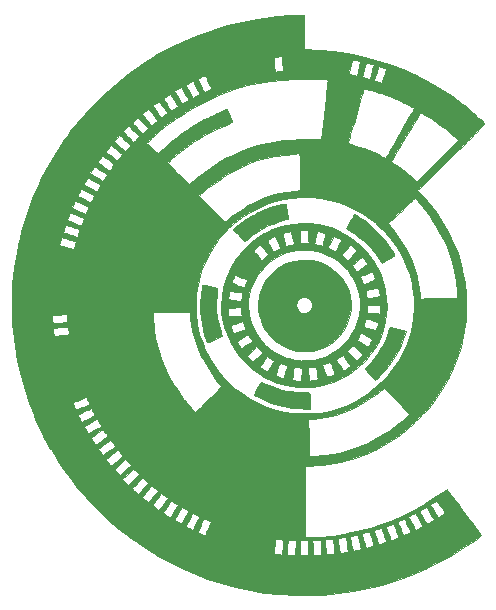
<source format=gto>
G04 #@! TF.FileFunction,Legend,Top*
%FSLAX46Y46*%
G04 Gerber Fmt 4.6, Leading zero omitted, Abs format (unit mm)*
G04 Created by KiCad (PCBNEW 4.0.0-rc1-stable) date Di 22 Sep 2015 21:09:19 CEST*
%MOMM*%
G01*
G04 APERTURE LIST*
%ADD10C,0.100000*%
%ADD11C,0.010000*%
G04 APERTURE END LIST*
D10*
D11*
G36*
X149085300Y-101808844D02*
X149343659Y-101808844D01*
X149561104Y-101812636D01*
X149832607Y-101823306D01*
X150142119Y-101839797D01*
X150473590Y-101861052D01*
X150810971Y-101886014D01*
X151138211Y-101913626D01*
X151439262Y-101942829D01*
X151535422Y-101953226D01*
X152745590Y-102123584D01*
X153943229Y-102362720D01*
X155125492Y-102669524D01*
X156289536Y-103042886D01*
X157432514Y-103481695D01*
X158551582Y-103984841D01*
X159643894Y-104551215D01*
X160706605Y-105179707D01*
X161736871Y-105869205D01*
X161932137Y-106009499D01*
X162202854Y-106210271D01*
X162479578Y-106422941D01*
X162756620Y-106642525D01*
X163028287Y-106864038D01*
X163288889Y-107082497D01*
X163532733Y-107292919D01*
X163754129Y-107490319D01*
X163947385Y-107669714D01*
X164106810Y-107826120D01*
X164226713Y-107954553D01*
X164301402Y-108050030D01*
X164325300Y-108105149D01*
X164309693Y-108137135D01*
X164261885Y-108198915D01*
X164180389Y-108291982D01*
X164063723Y-108417829D01*
X163910400Y-108577946D01*
X163718937Y-108773826D01*
X163487848Y-109006962D01*
X163215650Y-109278844D01*
X162900858Y-109590966D01*
X162541987Y-109944820D01*
X162137552Y-110341897D01*
X161686069Y-110783689D01*
X161186054Y-111271689D01*
X160815161Y-111633024D01*
X160527060Y-111913562D01*
X160246740Y-112186600D01*
X159979530Y-112446940D01*
X159730761Y-112689386D01*
X159505764Y-112908741D01*
X159309869Y-113099808D01*
X159148407Y-113257389D01*
X159026709Y-113376289D01*
X158950105Y-113451309D01*
X158948778Y-113452612D01*
X158669896Y-113726588D01*
X159080041Y-114161813D01*
X159725094Y-114895837D01*
X160314225Y-115668409D01*
X160845563Y-116475802D01*
X161317237Y-117314291D01*
X161727377Y-118180152D01*
X162074113Y-119069658D01*
X162355574Y-119979083D01*
X162569891Y-120904704D01*
X162628268Y-121229261D01*
X162674076Y-121512762D01*
X162710521Y-121762590D01*
X162738611Y-121992900D01*
X162759353Y-122217848D01*
X162773753Y-122451590D01*
X162782819Y-122708282D01*
X162787557Y-123002081D01*
X162788975Y-123347142D01*
X162788865Y-123487039D01*
X162787004Y-123856179D01*
X162782499Y-124165369D01*
X162774924Y-124425180D01*
X162763851Y-124646183D01*
X162748855Y-124838948D01*
X162729509Y-125014046D01*
X162726229Y-125039261D01*
X162561241Y-126032855D01*
X162333773Y-126993896D01*
X162043367Y-127923462D01*
X161689569Y-128822632D01*
X161271923Y-129692482D01*
X160789972Y-130534090D01*
X160243261Y-131348534D01*
X159823599Y-131900789D01*
X159618808Y-132145627D01*
X159372556Y-132420699D01*
X159097147Y-132713662D01*
X158804882Y-133012174D01*
X158508063Y-133303893D01*
X158218992Y-133576476D01*
X157949971Y-133817581D01*
X157728355Y-134002903D01*
X156919901Y-134604586D01*
X156083228Y-135142141D01*
X155219358Y-135615071D01*
X154329318Y-136022879D01*
X153414129Y-136365071D01*
X152474818Y-136641150D01*
X152089936Y-136733551D01*
X151602730Y-136832393D01*
X151094887Y-136915736D01*
X150586048Y-136981190D01*
X150095854Y-137026363D01*
X149643945Y-137048865D01*
X149482175Y-137050980D01*
X149120577Y-137051344D01*
X149120577Y-143119122D01*
X149464536Y-143118576D01*
X149631630Y-143115788D01*
X149843756Y-143108554D01*
X150075601Y-143097915D01*
X150273307Y-143086557D01*
X152965855Y-143086557D01*
X152972882Y-143138003D01*
X152991905Y-143243347D01*
X153019837Y-143387562D01*
X153053590Y-143555624D01*
X153090076Y-143732504D01*
X153126208Y-143903178D01*
X153158899Y-144052619D01*
X153185060Y-144165800D01*
X153197716Y-144214987D01*
X153211697Y-144239155D01*
X153244803Y-144249443D01*
X153310133Y-144245298D01*
X153420785Y-144226170D01*
X153548232Y-144200234D01*
X153691037Y-144167522D01*
X153803504Y-144136261D01*
X153870698Y-144110910D01*
X153883077Y-144100237D01*
X153875824Y-144051062D01*
X153856119Y-143949426D01*
X153827041Y-143809237D01*
X153791672Y-143644400D01*
X153753090Y-143468823D01*
X153714377Y-143296412D01*
X153678612Y-143141073D01*
X153648876Y-143016713D01*
X153628249Y-142937238D01*
X153620670Y-142915511D01*
X153580726Y-142914226D01*
X153488053Y-142925194D01*
X153358990Y-142946245D01*
X153284614Y-142960127D01*
X153130443Y-142992398D01*
X153034061Y-143019725D01*
X152983378Y-143046905D01*
X152966303Y-143078734D01*
X152965855Y-143086557D01*
X150273307Y-143086557D01*
X150301855Y-143084917D01*
X150337661Y-143082567D01*
X151532299Y-142967991D01*
X152482545Y-142820659D01*
X153975703Y-142820659D01*
X153991848Y-142904648D01*
X154022446Y-143031163D01*
X154063626Y-143186974D01*
X154111518Y-143358846D01*
X154162250Y-143533548D01*
X154211952Y-143697847D01*
X154256754Y-143838510D01*
X154292783Y-143942305D01*
X154316169Y-143995999D01*
X154320846Y-144000518D01*
X154370622Y-143991397D01*
X154469994Y-143967553D01*
X154600665Y-143933465D01*
X154652306Y-143919421D01*
X154784491Y-143879493D01*
X154885996Y-143842011D01*
X154941067Y-143813086D01*
X154946563Y-143805316D01*
X154938279Y-143761577D01*
X154914536Y-143661732D01*
X154878334Y-143517776D01*
X154832673Y-143341701D01*
X154794751Y-143198497D01*
X154732506Y-142972293D01*
X154682877Y-142808614D01*
X154643542Y-142701028D01*
X154612178Y-142643104D01*
X154588689Y-142628127D01*
X154509833Y-142640463D01*
X154398261Y-142667515D01*
X154272044Y-142703608D01*
X154149252Y-142743066D01*
X154047958Y-142780213D01*
X153986231Y-142809373D01*
X153975703Y-142820659D01*
X152482545Y-142820659D01*
X152706544Y-142785929D01*
X153859488Y-142536706D01*
X153935730Y-142515395D01*
X155003396Y-142515395D01*
X155003458Y-142556572D01*
X155024255Y-142649366D01*
X155061379Y-142780923D01*
X155110421Y-142938390D01*
X155166973Y-143108915D01*
X155226627Y-143279645D01*
X155284975Y-143437725D01*
X155337607Y-143570305D01*
X155380116Y-143664529D01*
X155408093Y-143707546D01*
X155412673Y-143708683D01*
X155462792Y-143691449D01*
X155561862Y-143658177D01*
X155691824Y-143614920D01*
X155746341Y-143596862D01*
X155888135Y-143545082D01*
X155984289Y-143499730D01*
X156024769Y-143465759D01*
X156024934Y-143459397D01*
X156009308Y-143413737D01*
X155975520Y-143313188D01*
X155927610Y-143169830D01*
X155869618Y-142995745D01*
X155825181Y-142862048D01*
X155754175Y-142651998D01*
X155699712Y-142501289D01*
X155658071Y-142401679D01*
X155625532Y-142344929D01*
X155598374Y-142322796D01*
X155581866Y-142323062D01*
X155520348Y-142341835D01*
X155413712Y-142374251D01*
X155284363Y-142413497D01*
X155276550Y-142415866D01*
X155152297Y-142455686D01*
X155055386Y-142490741D01*
X155005099Y-142514006D01*
X155003396Y-142515395D01*
X153935730Y-142515395D01*
X154990225Y-142220645D01*
X155088418Y-142186729D01*
X156003727Y-142186729D01*
X156010694Y-142222439D01*
X156039240Y-142310546D01*
X156084441Y-142438226D01*
X156141370Y-142592653D01*
X156205102Y-142761000D01*
X156270712Y-142930444D01*
X156333276Y-143088157D01*
X156387866Y-143221315D01*
X156429559Y-143317092D01*
X156453429Y-143362663D01*
X156456094Y-143364705D01*
X156495649Y-143352004D01*
X156584941Y-143319117D01*
X156708148Y-143271944D01*
X156775855Y-143245501D01*
X156926964Y-143182328D01*
X157019057Y-143133515D01*
X157060872Y-143093734D01*
X157065069Y-143069248D01*
X157047639Y-143010669D01*
X157009904Y-142904014D01*
X156957349Y-142763208D01*
X156895455Y-142602178D01*
X156829708Y-142434850D01*
X156765589Y-142275151D01*
X156708583Y-142137006D01*
X156664174Y-142034343D01*
X156637843Y-141981087D01*
X156635238Y-141977599D01*
X156595331Y-141978992D01*
X156508062Y-142000023D01*
X156391774Y-142034620D01*
X156264809Y-142076709D01*
X156145507Y-142120215D01*
X156052212Y-142159064D01*
X156003727Y-142186729D01*
X155088418Y-142186729D01*
X156097849Y-141838072D01*
X156153820Y-141814892D01*
X156959973Y-141814892D01*
X157015760Y-141950028D01*
X157085779Y-142109418D01*
X157164385Y-142281381D01*
X157245931Y-142454233D01*
X157324770Y-142616294D01*
X157395256Y-142755881D01*
X157451744Y-142861313D01*
X157488585Y-142920909D01*
X157498871Y-142929821D01*
X157546045Y-142910479D01*
X157640520Y-142871120D01*
X157764585Y-142819133D01*
X157807730Y-142800999D01*
X157932582Y-142744153D01*
X158027614Y-142692636D01*
X158077534Y-142655062D01*
X158081518Y-142646800D01*
X158067645Y-142593868D01*
X158029487Y-142493926D01*
X157972974Y-142359741D01*
X157904038Y-142204081D01*
X157828611Y-142039713D01*
X157752624Y-141879404D01*
X157682009Y-141735922D01*
X157622696Y-141622035D01*
X157580618Y-141550509D01*
X157563759Y-141532334D01*
X157510422Y-141545574D01*
X157417855Y-141580977D01*
X157303014Y-141630606D01*
X157182860Y-141686525D01*
X157074349Y-141740798D01*
X156994441Y-141785489D01*
X156960093Y-141812662D01*
X156959973Y-141814892D01*
X156153820Y-141814892D01*
X157181454Y-141389311D01*
X157212651Y-141374146D01*
X157904744Y-141374146D01*
X157920303Y-141417479D01*
X157962665Y-141508542D01*
X158025362Y-141635074D01*
X158101924Y-141784816D01*
X158185881Y-141945506D01*
X158270763Y-142104885D01*
X158350101Y-142250693D01*
X158417425Y-142370668D01*
X158466266Y-142452551D01*
X158490154Y-142484081D01*
X158490467Y-142484122D01*
X158526819Y-142469319D01*
X158610925Y-142429714D01*
X158727660Y-142372513D01*
X158787471Y-142342617D01*
X158912564Y-142275530D01*
X159009087Y-142215785D01*
X159062653Y-142172660D01*
X159068911Y-142161138D01*
X159053362Y-142114701D01*
X159011078Y-142021260D01*
X158948601Y-141893248D01*
X158872471Y-141743099D01*
X158789232Y-141583245D01*
X158705424Y-141426120D01*
X158627590Y-141284157D01*
X158562272Y-141169789D01*
X158516011Y-141095449D01*
X158496383Y-141073011D01*
X158452207Y-141087811D01*
X158366150Y-141126412D01*
X158255303Y-141180115D01*
X158136758Y-141240221D01*
X158027604Y-141298032D01*
X157944933Y-141344847D01*
X157905836Y-141371968D01*
X157904744Y-141374146D01*
X157212651Y-141374146D01*
X158178412Y-140904688D01*
X158863185Y-140904688D01*
X158865255Y-140917804D01*
X158885460Y-140959910D01*
X158935311Y-141051936D01*
X159008716Y-141182971D01*
X159099578Y-141342101D01*
X159174667Y-141471862D01*
X159474451Y-141987100D01*
X159650917Y-141886884D01*
X159773221Y-141817280D01*
X159890419Y-141750349D01*
X159941813Y-141720881D01*
X160016251Y-141671335D01*
X160054934Y-141632411D01*
X160056465Y-141627029D01*
X160039716Y-141588682D01*
X159993145Y-141499906D01*
X159922503Y-141371205D01*
X159833538Y-141213084D01*
X159752174Y-141070970D01*
X159447660Y-140542976D01*
X159214188Y-140672837D01*
X159060567Y-140758768D01*
X158958733Y-140817845D01*
X158898609Y-140857141D01*
X158870118Y-140883731D01*
X158863185Y-140904688D01*
X158178412Y-140904688D01*
X158240132Y-140874686D01*
X159167909Y-140353541D01*
X159739188Y-140353541D01*
X159757713Y-140390109D01*
X159808135Y-140472408D01*
X159882723Y-140588883D01*
X159973746Y-140727975D01*
X160073475Y-140878128D01*
X160174179Y-141027784D01*
X160268127Y-141165387D01*
X160347589Y-141279380D01*
X160404835Y-141358206D01*
X160432134Y-141390307D01*
X160432813Y-141390511D01*
X160471646Y-141372314D01*
X160554648Y-141323506D01*
X160667382Y-141252762D01*
X160733266Y-141209986D01*
X160864115Y-141118407D01*
X160950761Y-141045612D01*
X160985651Y-140998226D01*
X160984643Y-140989499D01*
X160957950Y-140947758D01*
X160901174Y-140861014D01*
X160822263Y-140741246D01*
X160729162Y-140600434D01*
X160629819Y-140450557D01*
X160532178Y-140303594D01*
X160444187Y-140171524D01*
X160373792Y-140066326D01*
X160328940Y-139999979D01*
X160317116Y-139983204D01*
X160285721Y-139995694D01*
X160211630Y-140037874D01*
X160110469Y-140099731D01*
X159997865Y-140171251D01*
X159889445Y-140242420D01*
X159800836Y-140303225D01*
X159747665Y-140343651D01*
X159739188Y-140353541D01*
X159167909Y-140353541D01*
X159272977Y-140294523D01*
X160279084Y-139649146D01*
X160650959Y-139389193D01*
X160816391Y-139273316D01*
X160962295Y-139175739D01*
X161079097Y-139102493D01*
X161157225Y-139059604D01*
X161186543Y-139051922D01*
X161216168Y-139089878D01*
X161284213Y-139179973D01*
X161387224Y-139317556D01*
X161521752Y-139497978D01*
X161684344Y-139716588D01*
X161871551Y-139968735D01*
X162079920Y-140249770D01*
X162306001Y-140555041D01*
X162546342Y-140879900D01*
X162797493Y-141219694D01*
X163056001Y-141569774D01*
X163208073Y-141775871D01*
X164077848Y-142954980D01*
X163698866Y-143234840D01*
X162658729Y-143960023D01*
X161577536Y-144630845D01*
X160459638Y-145245791D01*
X159309386Y-145803344D01*
X158131135Y-146301987D01*
X156929236Y-146740203D01*
X155708041Y-147116477D01*
X154471902Y-147429291D01*
X153225173Y-147677129D01*
X151972205Y-147858474D01*
X150717350Y-147971809D01*
X150008660Y-148005219D01*
X149791507Y-148012330D01*
X149585664Y-148019616D01*
X149407008Y-148026476D01*
X149271416Y-148032308D01*
X149208772Y-148035568D01*
X149117590Y-148037580D01*
X148970576Y-148036658D01*
X148782383Y-148033078D01*
X148567662Y-148027118D01*
X148344466Y-148019191D01*
X147019522Y-147936731D01*
X145729948Y-147794808D01*
X144471511Y-147592352D01*
X143239976Y-147328289D01*
X142031107Y-147001549D01*
X140840671Y-146611060D01*
X139664434Y-146155750D01*
X138498159Y-145634547D01*
X138042970Y-145412122D01*
X136873433Y-144787893D01*
X136555509Y-144596060D01*
X147631032Y-144596060D01*
X147767263Y-144610133D01*
X147928003Y-144623147D01*
X148079991Y-144629207D01*
X148206976Y-144628328D01*
X148292704Y-144620525D01*
X148320497Y-144609608D01*
X148326987Y-144567239D01*
X148335259Y-144466450D01*
X148344534Y-144319329D01*
X148354031Y-144137964D01*
X148361111Y-143980041D01*
X148386253Y-143376932D01*
X148218539Y-143366066D01*
X148732522Y-143366066D01*
X148732522Y-144636066D01*
X149438077Y-144636066D01*
X149438077Y-143366066D01*
X149783751Y-143366066D01*
X149805860Y-143815858D01*
X149816084Y-144007210D01*
X149827380Y-144191735D01*
X149838345Y-144347898D01*
X149847228Y-144450858D01*
X149866488Y-144636066D01*
X150172630Y-144635526D01*
X150315300Y-144632450D01*
X150431781Y-144624711D01*
X150503418Y-144613750D01*
X150514963Y-144609068D01*
X150530585Y-144559867D01*
X150536334Y-144443444D01*
X150532138Y-144262446D01*
X150526940Y-144159816D01*
X150516878Y-143972740D01*
X150508251Y-143791655D01*
X150502083Y-143639346D01*
X150499568Y-143551275D01*
X150496411Y-143366066D01*
X149783751Y-143366066D01*
X149438077Y-143366066D01*
X148732522Y-143366066D01*
X148218539Y-143366066D01*
X148056721Y-143355582D01*
X148045593Y-143355062D01*
X150849502Y-143355062D01*
X150853823Y-143449835D01*
X150863311Y-143587270D01*
X150876798Y-143753619D01*
X150893111Y-143935137D01*
X150911080Y-144118076D01*
X150929535Y-144288689D01*
X150945388Y-144418800D01*
X150965495Y-144571951D01*
X151110189Y-144552500D01*
X151231014Y-144537024D01*
X151378816Y-144519109D01*
X151458395Y-144509854D01*
X151661907Y-144486659D01*
X151642172Y-144323238D01*
X151630729Y-144224101D01*
X151614163Y-144074993D01*
X151594693Y-143896116D01*
X151574546Y-143707739D01*
X151555693Y-143537457D01*
X151538326Y-143394525D01*
X151524208Y-143292514D01*
X151515101Y-143245000D01*
X151514241Y-143243375D01*
X151475707Y-143241184D01*
X151386556Y-143246664D01*
X151266038Y-143257683D01*
X151133409Y-143272114D01*
X151007920Y-143287825D01*
X150908825Y-143302685D01*
X150855377Y-143314567D01*
X150851521Y-143316696D01*
X150849502Y-143355062D01*
X148045593Y-143355062D01*
X147910922Y-143348769D01*
X147792853Y-143348184D01*
X147719348Y-143353665D01*
X147704221Y-143358969D01*
X147695297Y-143400736D01*
X147684940Y-143501007D01*
X147674065Y-143647771D01*
X147663587Y-143829015D01*
X147656143Y-143989882D01*
X147631032Y-144596060D01*
X136555509Y-144596060D01*
X136434299Y-144522923D01*
X146510357Y-144522923D01*
X146836509Y-144556787D01*
X146981932Y-144572122D01*
X147100146Y-144585028D01*
X147174027Y-144593614D01*
X147189119Y-144595720D01*
X147214794Y-144572890D01*
X147217447Y-144556691D01*
X147221765Y-144508246D01*
X147232518Y-144402389D01*
X147248371Y-144251832D01*
X147267991Y-144069291D01*
X147283119Y-143930511D01*
X147303862Y-143736441D01*
X147320799Y-143568577D01*
X147332822Y-143438701D01*
X147338823Y-143358599D01*
X147338778Y-143338341D01*
X147300795Y-143328508D01*
X147211838Y-143315483D01*
X147090983Y-143301174D01*
X146957306Y-143287487D01*
X146829884Y-143276329D01*
X146727792Y-143269607D01*
X146670109Y-143269227D01*
X146663995Y-143270890D01*
X146654967Y-143309668D01*
X146640752Y-143405546D01*
X146623081Y-143545407D01*
X146603686Y-143716134D01*
X146597315Y-143775945D01*
X146577042Y-143966403D01*
X146557738Y-144142497D01*
X146541345Y-144286846D01*
X146529808Y-144382069D01*
X146528171Y-144394286D01*
X146510357Y-144522923D01*
X136434299Y-144522923D01*
X135743076Y-144105845D01*
X134653769Y-143367845D01*
X134474792Y-143232364D01*
X151907522Y-143232364D01*
X151912936Y-143284086D01*
X151927637Y-143388611D01*
X151949317Y-143531742D01*
X151975663Y-143699284D01*
X152004368Y-143877039D01*
X152033120Y-144050811D01*
X152059609Y-144206405D01*
X152081526Y-144329622D01*
X152096560Y-144406268D01*
X152101469Y-144424270D01*
X152137949Y-144426859D01*
X152225396Y-144420806D01*
X152345082Y-144408459D01*
X152478281Y-144392165D01*
X152606263Y-144374270D01*
X152710301Y-144357123D01*
X152771669Y-144343069D01*
X152779649Y-144339274D01*
X152776862Y-144303984D01*
X152764309Y-144210322D01*
X152743637Y-144069539D01*
X152716490Y-143892888D01*
X152688587Y-143716902D01*
X152589702Y-143101483D01*
X152486737Y-143110816D01*
X152325423Y-143129318D01*
X152171686Y-143153687D01*
X152040731Y-143180732D01*
X151947767Y-143207261D01*
X151907997Y-143230085D01*
X151907522Y-143232364D01*
X134474792Y-143232364D01*
X133717536Y-142659142D01*
X140062183Y-142659142D01*
X140087935Y-142681327D01*
X140162008Y-142722559D01*
X140267485Y-142775008D01*
X140387451Y-142830847D01*
X140504988Y-142882247D01*
X140603182Y-142921381D01*
X140665114Y-142940421D01*
X140671550Y-142941126D01*
X140696626Y-142910793D01*
X140744408Y-142826023D01*
X140809636Y-142697154D01*
X140887049Y-142534524D01*
X140959606Y-142374988D01*
X141212385Y-141807869D01*
X140911996Y-141669745D01*
X140778980Y-141609653D01*
X140670853Y-141562808D01*
X140603025Y-141535788D01*
X140588662Y-141531753D01*
X140569607Y-141561952D01*
X140527409Y-141644363D01*
X140467757Y-141766803D01*
X140396340Y-141917089D01*
X140318849Y-142083037D01*
X140240972Y-142252464D01*
X140168399Y-142413187D01*
X140106820Y-142553022D01*
X140062183Y-142659142D01*
X133717536Y-142659142D01*
X133607382Y-142575759D01*
X133108209Y-142154976D01*
X139066411Y-142154976D01*
X139095222Y-142179946D01*
X139170548Y-142227253D01*
X139275730Y-142287820D01*
X139394106Y-142352568D01*
X139509016Y-142412420D01*
X139603800Y-142458297D01*
X139661797Y-142481122D01*
X139666661Y-142482041D01*
X139687502Y-142452773D01*
X139734030Y-142370304D01*
X139800835Y-142244766D01*
X139882507Y-142086293D01*
X139958552Y-141935322D01*
X140046837Y-141755297D01*
X140121510Y-141597211D01*
X140177758Y-141471744D01*
X140210765Y-141389573D01*
X140217056Y-141361895D01*
X140179841Y-141334941D01*
X140098168Y-141289566D01*
X139989175Y-141233997D01*
X139870001Y-141176458D01*
X139757783Y-141125174D01*
X139669660Y-141088370D01*
X139622771Y-141074272D01*
X139619578Y-141075155D01*
X139594311Y-141117052D01*
X139544991Y-141207608D01*
X139478143Y-141334080D01*
X139400296Y-141483728D01*
X139317976Y-141643811D01*
X139237710Y-141801586D01*
X139166025Y-141944313D01*
X139109448Y-142059251D01*
X139074507Y-142133658D01*
X139066411Y-142154976D01*
X133108209Y-142154976D01*
X132605784Y-141731453D01*
X132490003Y-141622980D01*
X138115059Y-141622980D01*
X138144527Y-141656094D01*
X138219934Y-141710187D01*
X138323853Y-141775210D01*
X138438857Y-141841114D01*
X138547518Y-141897850D01*
X138632409Y-141935369D01*
X138672886Y-141944640D01*
X138705732Y-141913097D01*
X138766443Y-141830471D01*
X138848117Y-141707075D01*
X138943853Y-141553221D01*
X139016845Y-141430692D01*
X139115573Y-141260347D01*
X139200374Y-141110870D01*
X139265316Y-140992975D01*
X139304467Y-140917376D01*
X139313355Y-140895177D01*
X139285157Y-140869427D01*
X139211220Y-140819177D01*
X139107530Y-140754107D01*
X138990074Y-140683893D01*
X138874839Y-140618215D01*
X138777810Y-140566751D01*
X138745030Y-140551114D01*
X138721462Y-140576555D01*
X138670538Y-140651770D01*
X138599231Y-140764897D01*
X138514514Y-140904069D01*
X138423361Y-141057423D01*
X138332745Y-141213092D01*
X138249640Y-141359212D01*
X138181019Y-141483919D01*
X138133855Y-141575347D01*
X138115122Y-141621631D01*
X138115059Y-141622980D01*
X132490003Y-141622980D01*
X131878808Y-141050367D01*
X137161411Y-141050367D01*
X137188751Y-141076718D01*
X137260140Y-141129635D01*
X137359633Y-141198550D01*
X137471284Y-141272899D01*
X137579148Y-141342116D01*
X137667279Y-141395634D01*
X137719732Y-141422889D01*
X137725855Y-141424375D01*
X137749753Y-141396186D01*
X137805259Y-141318027D01*
X137885937Y-141199350D01*
X137985352Y-141049605D01*
X138084581Y-140897543D01*
X138425668Y-140370871D01*
X138145149Y-140192774D01*
X138020850Y-140115618D01*
X137918984Y-140055667D01*
X137854012Y-140021268D01*
X137839340Y-140016256D01*
X137813697Y-140044664D01*
X137758167Y-140121047D01*
X137680445Y-140233666D01*
X137588226Y-140370783D01*
X137489206Y-140520660D01*
X137391080Y-140671558D01*
X137301543Y-140811740D01*
X137228290Y-140929466D01*
X137179017Y-141012998D01*
X137161411Y-141050367D01*
X131878808Y-141050367D01*
X131650845Y-140836795D01*
X131208684Y-140376714D01*
X136261269Y-140376714D01*
X136281938Y-140411085D01*
X136345585Y-140473569D01*
X136437119Y-140552205D01*
X136541449Y-140635029D01*
X136643482Y-140710082D01*
X136728128Y-140765402D01*
X136780295Y-140789027D01*
X136781637Y-140789153D01*
X136810796Y-140762882D01*
X136873028Y-140689635D01*
X136960092Y-140579635D01*
X137063751Y-140443102D01*
X137100234Y-140393914D01*
X137214004Y-140239279D01*
X137319116Y-140095761D01*
X137405204Y-139977557D01*
X137461901Y-139898865D01*
X137469172Y-139888591D01*
X137545434Y-139780143D01*
X137261216Y-139578042D01*
X137140496Y-139493750D01*
X137043505Y-139428957D01*
X136982843Y-139391910D01*
X136968850Y-139386629D01*
X136893681Y-139486969D01*
X136798739Y-139616260D01*
X136692158Y-139763118D01*
X136582075Y-139916160D01*
X136476626Y-140064001D01*
X136383946Y-140195257D01*
X136312171Y-140298544D01*
X136269436Y-140362479D01*
X136261269Y-140376714D01*
X131208684Y-140376714D01*
X130744435Y-139893651D01*
X130577348Y-139700456D01*
X135364230Y-139700456D01*
X135389079Y-139730302D01*
X135455660Y-139790063D01*
X135548919Y-139867782D01*
X135653801Y-139951502D01*
X135755253Y-140029264D01*
X135838218Y-140089111D01*
X135887644Y-140119086D01*
X135893069Y-140120511D01*
X135922819Y-140094456D01*
X135989042Y-140022172D01*
X136084077Y-139912475D01*
X136200263Y-139774185D01*
X136310644Y-139639863D01*
X136701853Y-139159216D01*
X136447263Y-138951713D01*
X136332535Y-138862363D01*
X136236270Y-138795055D01*
X136172444Y-138759199D01*
X136156695Y-138756114D01*
X136124658Y-138785428D01*
X136057603Y-138858476D01*
X135964730Y-138964295D01*
X135855242Y-139091918D01*
X135738339Y-139230383D01*
X135623223Y-139368723D01*
X135519095Y-139495973D01*
X135435156Y-139601170D01*
X135380608Y-139673349D01*
X135364230Y-139700456D01*
X130577348Y-139700456D01*
X129962807Y-138989893D01*
X134533216Y-138989893D01*
X134557871Y-139022477D01*
X134624041Y-139089810D01*
X134720036Y-139180303D01*
X134780161Y-139234718D01*
X135027105Y-139455201D01*
X135215835Y-139249870D01*
X135327710Y-139127676D01*
X135463381Y-138978793D01*
X135599419Y-138828953D01*
X135646185Y-138777281D01*
X135887805Y-138510024D01*
X135640285Y-138292212D01*
X135529588Y-138197300D01*
X135437906Y-138123322D01*
X135378437Y-138080705D01*
X135364537Y-138074400D01*
X135333050Y-138099261D01*
X135264738Y-138166867D01*
X135169108Y-138266749D01*
X135055664Y-138388439D01*
X134933914Y-138521468D01*
X134813363Y-138655368D01*
X134703516Y-138779671D01*
X134613879Y-138883908D01*
X134553959Y-138957612D01*
X134533216Y-138989893D01*
X129962807Y-138989893D01*
X129888424Y-138903888D01*
X129338819Y-138196479D01*
X133704564Y-138196479D01*
X133941555Y-138435301D01*
X134045503Y-138538161D01*
X134130554Y-138618792D01*
X134184912Y-138666191D01*
X134197661Y-138674122D01*
X134227540Y-138650362D01*
X134298662Y-138584428D01*
X134402680Y-138484337D01*
X134531248Y-138358105D01*
X134656479Y-138233359D01*
X135096184Y-137792596D01*
X134850697Y-137545214D01*
X134605211Y-137297832D01*
X134154887Y-137747155D01*
X133704564Y-138196479D01*
X129338819Y-138196479D01*
X129084681Y-137869373D01*
X128711832Y-137333480D01*
X133033911Y-137333480D01*
X133056114Y-137368619D01*
X133113977Y-137439635D01*
X133194374Y-137532059D01*
X133284183Y-137631420D01*
X133370281Y-137723250D01*
X133439543Y-137793078D01*
X133478847Y-137826434D01*
X133481920Y-137827455D01*
X133512903Y-137805054D01*
X133587337Y-137742941D01*
X133696364Y-137648752D01*
X133831128Y-137530123D01*
X133955045Y-137419590D01*
X134103267Y-137285217D01*
X134231072Y-137166647D01*
X134329973Y-137071974D01*
X134391483Y-137009295D01*
X134408066Y-136987437D01*
X134384814Y-136952611D01*
X134323800Y-136879243D01*
X134235797Y-136780005D01*
X134181195Y-136720498D01*
X133956001Y-136477847D01*
X133494956Y-136893084D01*
X133345635Y-137028930D01*
X133216480Y-137149033D01*
X133115934Y-137245326D01*
X133052441Y-137309742D01*
X133033911Y-137333480D01*
X128711832Y-137333480D01*
X128335076Y-136791972D01*
X128160737Y-136510851D01*
X132327245Y-136510851D01*
X132351451Y-136561446D01*
X132409401Y-136640555D01*
X132507100Y-136760668D01*
X132508523Y-136762391D01*
X132602998Y-136872509D01*
X132682012Y-136956737D01*
X132734478Y-137003653D01*
X132748226Y-137009335D01*
X132783384Y-136984653D01*
X132863811Y-136923226D01*
X132979841Y-136832588D01*
X133121812Y-136720273D01*
X133237416Y-136628011D01*
X133390613Y-136504074D01*
X133522635Y-136394912D01*
X133624360Y-136308258D01*
X133686668Y-136251845D01*
X133702043Y-136234055D01*
X133682097Y-136198151D01*
X133628372Y-136124207D01*
X133553260Y-136027536D01*
X133469152Y-135923451D01*
X133388440Y-135827265D01*
X133323514Y-135754289D01*
X133286767Y-135719836D01*
X133285407Y-135719200D01*
X133252338Y-135737213D01*
X133175779Y-135791139D01*
X133066887Y-135872260D01*
X132936821Y-135971859D01*
X132796738Y-136081222D01*
X132657797Y-136191630D01*
X132531153Y-136294368D01*
X132427966Y-136380719D01*
X132359394Y-136441966D01*
X132356038Y-136445226D01*
X132330776Y-136476275D01*
X132327245Y-136510851D01*
X128160737Y-136510851D01*
X127641479Y-135673551D01*
X127604529Y-135606268D01*
X131648746Y-135606268D01*
X131648798Y-135606654D01*
X131672826Y-135649837D01*
X131726596Y-135729812D01*
X131798563Y-135830934D01*
X131877180Y-135937560D01*
X131950903Y-136034046D01*
X132008186Y-136104749D01*
X132037483Y-136134024D01*
X132038082Y-136134122D01*
X132071749Y-136114617D01*
X132152068Y-136060907D01*
X132268567Y-135980196D01*
X132410773Y-135879690D01*
X132483539Y-135827643D01*
X132640648Y-135714648D01*
X132782823Y-135612019D01*
X132897553Y-135528814D01*
X132972329Y-135474091D01*
X132987997Y-135462397D01*
X133065556Y-135403630D01*
X132871019Y-135133876D01*
X132784225Y-135017027D01*
X132711569Y-134925684D01*
X132663377Y-134872510D01*
X132651042Y-134864122D01*
X132611024Y-134883942D01*
X132527874Y-134937891D01*
X132412750Y-135017705D01*
X132276807Y-135115116D01*
X132131203Y-135221860D01*
X131987094Y-135329671D01*
X131855637Y-135430283D01*
X131747989Y-135515430D01*
X131675306Y-135576847D01*
X131648746Y-135606268D01*
X127604529Y-135606268D01*
X127090888Y-134670985D01*
X131029432Y-134670985D01*
X131043252Y-134701346D01*
X131086367Y-134774734D01*
X131148789Y-134875567D01*
X131220530Y-134988265D01*
X131291605Y-135097245D01*
X131352025Y-135186926D01*
X131391804Y-135241725D01*
X131401435Y-135251383D01*
X131432083Y-135233421D01*
X131512236Y-135183086D01*
X131632276Y-135106507D01*
X131782586Y-135009817D01*
X131930601Y-134914039D01*
X132098602Y-134802793D01*
X132242957Y-134702881D01*
X132354349Y-134621109D01*
X132423461Y-134564283D01*
X132441958Y-134540474D01*
X132418841Y-134496902D01*
X132365476Y-134410660D01*
X132291575Y-134297229D01*
X132256503Y-134244840D01*
X132080917Y-133984632D01*
X131560817Y-134322850D01*
X131391804Y-134432897D01*
X131244441Y-134529114D01*
X131128450Y-134605130D01*
X131053556Y-134654574D01*
X131029432Y-134670985D01*
X127090888Y-134670985D01*
X127005760Y-134515978D01*
X126878974Y-134266467D01*
X126635076Y-133745696D01*
X130458642Y-133745696D01*
X130475232Y-133786819D01*
X130519689Y-133873486D01*
X130584029Y-133990471D01*
X130620602Y-134054605D01*
X130782572Y-134335412D01*
X130999838Y-134211527D01*
X131128602Y-134138212D01*
X131292060Y-134045293D01*
X131463515Y-133947941D01*
X131543415Y-133902618D01*
X131677102Y-133824334D01*
X131784285Y-133756849D01*
X131852210Y-133708492D01*
X131869735Y-133689492D01*
X131853145Y-133648369D01*
X131808688Y-133561702D01*
X131744347Y-133444717D01*
X131707775Y-133380583D01*
X131570879Y-133143246D01*
X149443995Y-133143246D01*
X149460034Y-134506392D01*
X149464142Y-134818171D01*
X149468885Y-135114811D01*
X149474057Y-135387243D01*
X149479450Y-135626398D01*
X149484859Y-135823207D01*
X149490077Y-135968601D01*
X149494897Y-136053513D01*
X149495395Y-136058786D01*
X149514719Y-136248034D01*
X149926190Y-136224316D01*
X150139970Y-136209556D01*
X150387576Y-136188714D01*
X150632889Y-136164980D01*
X150778633Y-136148974D01*
X151576772Y-136032558D01*
X152337992Y-135872861D01*
X153071717Y-135666325D01*
X153787372Y-135409386D01*
X154494384Y-135098485D01*
X155202178Y-134730059D01*
X155920178Y-134300546D01*
X156264327Y-134076239D01*
X156467198Y-133937015D01*
X156682603Y-133782699D01*
X156903354Y-133619083D01*
X157122265Y-133451957D01*
X157332149Y-133287114D01*
X157525818Y-133130344D01*
X157696086Y-132987438D01*
X157835766Y-132864189D01*
X157937671Y-132766387D01*
X157994614Y-132699824D01*
X158003767Y-132674578D01*
X157976718Y-132640923D01*
X157906448Y-132564104D01*
X157799157Y-132450431D01*
X157661046Y-132306215D01*
X157498313Y-132137764D01*
X157317160Y-131951390D01*
X157123787Y-131753401D01*
X156924393Y-131550109D01*
X156725179Y-131347824D01*
X156532345Y-131152855D01*
X156352090Y-130971512D01*
X156190616Y-130810105D01*
X156054122Y-130674945D01*
X155948807Y-130572342D01*
X155880873Y-130508605D01*
X155856936Y-130489677D01*
X155818565Y-130510275D01*
X155736809Y-130566449D01*
X155623433Y-130649773D01*
X155490203Y-130751817D01*
X155481691Y-130758464D01*
X155071717Y-131064529D01*
X154635962Y-131363525D01*
X154185679Y-131649054D01*
X153732124Y-131914713D01*
X153286550Y-132154104D01*
X152860212Y-132360826D01*
X152464365Y-132528478D01*
X152207383Y-132620484D01*
X151802650Y-132739568D01*
X151349119Y-132851185D01*
X150868479Y-132951004D01*
X150382416Y-133034692D01*
X149912620Y-133097919D01*
X149714439Y-133118344D01*
X149443995Y-133143246D01*
X131570879Y-133143246D01*
X131545805Y-133099776D01*
X131328538Y-133223661D01*
X131199775Y-133296976D01*
X131036317Y-133389895D01*
X130864861Y-133487248D01*
X130784962Y-133532570D01*
X130651275Y-133610854D01*
X130544092Y-133678339D01*
X130476167Y-133726696D01*
X130458642Y-133745696D01*
X126635076Y-133745696D01*
X126330640Y-133095665D01*
X126182627Y-132729699D01*
X129936508Y-132729699D01*
X129946724Y-132762400D01*
X129981102Y-132841069D01*
X130031478Y-132948959D01*
X130089685Y-133069324D01*
X130147558Y-133185420D01*
X130196932Y-133280499D01*
X130229641Y-133337816D01*
X130237604Y-133347177D01*
X130270849Y-133332169D01*
X130356911Y-133290495D01*
X130485571Y-133227181D01*
X130646609Y-133147254D01*
X130811537Y-133064892D01*
X131375278Y-132782606D01*
X131226594Y-132482809D01*
X131159675Y-132353414D01*
X131102048Y-132252086D01*
X131061900Y-132192732D01*
X131050052Y-132183011D01*
X131013372Y-132197810D01*
X130926310Y-132238062D01*
X130801534Y-132297548D01*
X130651709Y-132370051D01*
X130489502Y-132449350D01*
X130327580Y-132529228D01*
X130178608Y-132603467D01*
X130055255Y-132665847D01*
X129970185Y-132710151D01*
X129936508Y-132729699D01*
X126182627Y-132729699D01*
X125848265Y-131902981D01*
X125786342Y-131722329D01*
X129495286Y-131722329D01*
X129496831Y-131764045D01*
X129524367Y-131853704D01*
X129572707Y-131975956D01*
X129607322Y-132053779D01*
X129747843Y-132357938D01*
X130270807Y-132126384D01*
X130450463Y-132046902D01*
X130609092Y-131976845D01*
X130734732Y-131921485D01*
X130815423Y-131886095D01*
X130837869Y-131876396D01*
X130878823Y-131831082D01*
X130881966Y-131813224D01*
X130867852Y-131756329D01*
X130831125Y-131661130D01*
X130780210Y-131545362D01*
X130723532Y-131426762D01*
X130669513Y-131323063D01*
X130626579Y-131252004D01*
X130605184Y-131230511D01*
X130562221Y-131244322D01*
X130468556Y-131281812D01*
X130337536Y-131337066D01*
X130182511Y-131404170D01*
X130016825Y-131477209D01*
X129853829Y-131550269D01*
X129706868Y-131617435D01*
X129589290Y-131672793D01*
X129514444Y-131710427D01*
X129495286Y-131722329D01*
X125786342Y-131722329D01*
X125431454Y-130686994D01*
X125079816Y-129446282D01*
X124792957Y-128179425D01*
X124570484Y-126885002D01*
X124412003Y-125561592D01*
X124401814Y-125446933D01*
X127841503Y-125446933D01*
X127843591Y-125543575D01*
X127852272Y-125676722D01*
X127859406Y-125757046D01*
X127891296Y-126086775D01*
X128037256Y-126067308D01*
X128132417Y-126055948D01*
X128276509Y-126040335D01*
X128448212Y-126022724D01*
X128588911Y-126008927D01*
X128802368Y-125989255D01*
X128955435Y-125973221D01*
X129057536Y-125954275D01*
X129118098Y-125925870D01*
X129146547Y-125881457D01*
X129152309Y-125814489D01*
X129144808Y-125718418D01*
X129136563Y-125628479D01*
X129122175Y-125486596D01*
X129105132Y-125371685D01*
X129088343Y-125301908D01*
X129082458Y-125290813D01*
X129040139Y-125284771D01*
X128941962Y-125286056D01*
X128802097Y-125293375D01*
X128634712Y-125305435D01*
X128453978Y-125320943D01*
X128274063Y-125338605D01*
X128109136Y-125357129D01*
X127973368Y-125375221D01*
X127880927Y-125391589D01*
X127846616Y-125403605D01*
X127841503Y-125446933D01*
X124401814Y-125446933D01*
X124384394Y-125250927D01*
X124370818Y-125038950D01*
X124359829Y-124768749D01*
X124351428Y-124452611D01*
X124348693Y-124288016D01*
X127742244Y-124288016D01*
X127742551Y-124451972D01*
X127747384Y-124590328D01*
X127759195Y-124745916D01*
X127765272Y-124802564D01*
X127787688Y-124989200D01*
X128073646Y-124970496D01*
X128246506Y-124959328D01*
X128452263Y-124946240D01*
X128653390Y-124933613D01*
X128703563Y-124930498D01*
X129047522Y-124909204D01*
X129047271Y-124797843D01*
X129043778Y-124704009D01*
X129034935Y-124571023D01*
X129024402Y-124446981D01*
X129001784Y-124207478D01*
X128857083Y-124225437D01*
X128767559Y-124233782D01*
X128625844Y-124243808D01*
X128450242Y-124254345D01*
X128259061Y-124264222D01*
X128227313Y-124265706D01*
X127742244Y-124288016D01*
X124348693Y-124288016D01*
X124345615Y-124102821D01*
X124345118Y-124045495D01*
X136269087Y-124045495D01*
X136291503Y-124507100D01*
X136365186Y-125378403D01*
X136500007Y-126239619D01*
X136693832Y-127081322D01*
X136944533Y-127894086D01*
X137213422Y-128584677D01*
X137383684Y-128950767D01*
X137593851Y-129354863D01*
X137835706Y-129783375D01*
X138101032Y-130222711D01*
X138381612Y-130659280D01*
X138669231Y-131079491D01*
X138955669Y-131469752D01*
X138965042Y-131482009D01*
X139108570Y-131665172D01*
X139257923Y-131848297D01*
X139405828Y-132023235D01*
X139545015Y-132181836D01*
X139668209Y-132315951D01*
X139768140Y-132417430D01*
X139837534Y-132478122D01*
X139866170Y-132491836D01*
X139899420Y-132466015D01*
X139977590Y-132395871D01*
X140095274Y-132286533D01*
X140247063Y-132143126D01*
X140427550Y-131970778D01*
X140631328Y-131774614D01*
X140852989Y-131559762D01*
X140987600Y-131428621D01*
X141215613Y-131205196D01*
X141426774Y-130996586D01*
X141615950Y-130807988D01*
X141778009Y-130644598D01*
X141907817Y-130511613D01*
X142000240Y-130414229D01*
X142050146Y-130357642D01*
X142057563Y-130345478D01*
X142032560Y-130306867D01*
X141973667Y-130226681D01*
X141891001Y-130118500D01*
X141835716Y-130047728D01*
X141566763Y-129691389D01*
X141288123Y-129295480D01*
X141010805Y-128877220D01*
X140745813Y-128453829D01*
X140504155Y-128042525D01*
X140296835Y-127660528D01*
X140246665Y-127561622D01*
X140069585Y-127160962D01*
X139906069Y-126699638D01*
X139758512Y-126186652D01*
X139629307Y-125631005D01*
X139520848Y-125041700D01*
X139454543Y-124582922D01*
X139429579Y-124392381D01*
X139406968Y-124228087D01*
X139388449Y-124102045D01*
X139375762Y-124026262D01*
X139371483Y-124009657D01*
X139335028Y-124007858D01*
X139235231Y-124007188D01*
X139079292Y-124007588D01*
X138874415Y-124009003D01*
X138627801Y-124011374D01*
X138346653Y-124014643D01*
X138038172Y-124018755D01*
X137814738Y-124022029D01*
X136269087Y-124045495D01*
X124345118Y-124045495D01*
X124342391Y-123731665D01*
X124341835Y-123397947D01*
X139915536Y-123397947D01*
X139920300Y-123773124D01*
X139934960Y-124141420D01*
X139959162Y-124485001D01*
X139992549Y-124786034D01*
X140014304Y-124924799D01*
X140141961Y-125543323D01*
X140298439Y-126117449D01*
X140491208Y-126670024D01*
X140727734Y-127223895D01*
X140847361Y-127473427D01*
X141162140Y-128063794D01*
X141500727Y-128603782D01*
X141875865Y-129111242D01*
X142300296Y-129604025D01*
X142568607Y-129884625D01*
X143167542Y-130441519D01*
X143802435Y-130937820D01*
X144472311Y-131373049D01*
X145176192Y-131746729D01*
X145913104Y-132058382D01*
X146682069Y-132307530D01*
X147482111Y-132493694D01*
X148097522Y-132591131D01*
X148295596Y-132609202D01*
X148547469Y-132621124D01*
X148837369Y-132627134D01*
X149149522Y-132627467D01*
X149468157Y-132622360D01*
X149777502Y-132612050D01*
X150061784Y-132596773D01*
X150305231Y-132576766D01*
X150472530Y-132555535D01*
X151287832Y-132391196D01*
X152067839Y-132166945D01*
X152811261Y-131883228D01*
X153516804Y-131540494D01*
X153699848Y-131438349D01*
X154388253Y-131003741D01*
X155029692Y-130518519D01*
X155622037Y-129985835D01*
X156163163Y-129408843D01*
X156650941Y-128790697D01*
X157083246Y-128134550D01*
X157457950Y-127443555D01*
X157772926Y-126720865D01*
X158026047Y-125969634D01*
X158215186Y-125193015D01*
X158313443Y-124598289D01*
X158340681Y-124329814D01*
X158359534Y-124012130D01*
X158369833Y-123666102D01*
X158371412Y-123312595D01*
X158364100Y-122972474D01*
X158347731Y-122666604D01*
X158330512Y-122481622D01*
X158203352Y-121688540D01*
X158008521Y-120914760D01*
X157746731Y-120162225D01*
X157418699Y-119432877D01*
X157025138Y-118728658D01*
X156848542Y-118452962D01*
X156378666Y-117809136D01*
X155854800Y-117207699D01*
X155281737Y-116652603D01*
X155145451Y-116541185D01*
X156211499Y-116541185D01*
X156478751Y-116874390D01*
X156607692Y-117042482D01*
X156763192Y-117256817D01*
X156935613Y-117503076D01*
X157115319Y-117766940D01*
X157292670Y-118034090D01*
X157458029Y-118290205D01*
X157601758Y-118520968D01*
X157706764Y-118698858D01*
X157986323Y-119223592D01*
X158215974Y-119728068D01*
X158403619Y-120232479D01*
X158557160Y-120757016D01*
X158628035Y-121052872D01*
X158667055Y-121240710D01*
X158708567Y-121462721D01*
X158750445Y-121705038D01*
X158790564Y-121953796D01*
X158826801Y-122195130D01*
X158857031Y-122415172D01*
X158879129Y-122600059D01*
X158890971Y-122735924D01*
X158892390Y-122778216D01*
X158892522Y-122916061D01*
X159501063Y-122892977D01*
X159716628Y-122886267D01*
X159983175Y-122880266D01*
X160281131Y-122875279D01*
X160590925Y-122871609D01*
X160892983Y-122869561D01*
X161026827Y-122869245D01*
X161275772Y-122868038D01*
X161502409Y-122864975D01*
X161696879Y-122860347D01*
X161849321Y-122854446D01*
X161949875Y-122847563D01*
X161987778Y-122840825D01*
X162004031Y-122814781D01*
X162013108Y-122755919D01*
X162015135Y-122655262D01*
X162010233Y-122503834D01*
X161998526Y-122292658D01*
X161995887Y-122250462D01*
X161914609Y-121406116D01*
X161779905Y-120581131D01*
X161593747Y-119783228D01*
X161358104Y-119020128D01*
X161074947Y-118299553D01*
X160883807Y-117892310D01*
X160627866Y-117407925D01*
X160340753Y-116911846D01*
X160031155Y-116416935D01*
X159707761Y-115936054D01*
X159379259Y-115482068D01*
X159054335Y-115067839D01*
X158741679Y-114706228D01*
X158705149Y-114666715D01*
X158442947Y-114385372D01*
X158253221Y-114560610D01*
X158183669Y-114626152D01*
X158070860Y-114734047D01*
X157922000Y-114877334D01*
X157744292Y-115049053D01*
X157544942Y-115242243D01*
X157331153Y-115449945D01*
X157137497Y-115638516D01*
X156211499Y-116541185D01*
X155145451Y-116541185D01*
X154664269Y-116147805D01*
X154007190Y-115697258D01*
X153315293Y-115304917D01*
X152672593Y-115007264D01*
X151925223Y-114733485D01*
X151165861Y-114527551D01*
X150398560Y-114388602D01*
X149627374Y-114315777D01*
X148856358Y-114308215D01*
X148089564Y-114365054D01*
X147331047Y-114485435D01*
X146584861Y-114668495D01*
X145855059Y-114913374D01*
X145145695Y-115219211D01*
X144460823Y-115585144D01*
X143804496Y-116010314D01*
X143180770Y-116493859D01*
X142593696Y-117034918D01*
X142454710Y-117177413D01*
X141914784Y-117792004D01*
X141437302Y-118439236D01*
X141022748Y-119118092D01*
X140671606Y-119827557D01*
X140384359Y-120566615D01*
X140161491Y-121334250D01*
X140003486Y-122129447D01*
X139964178Y-122409462D01*
X139937120Y-122698283D01*
X139921024Y-123033722D01*
X139915536Y-123397947D01*
X124341835Y-123397947D01*
X124341757Y-123351427D01*
X124343715Y-122974393D01*
X124348264Y-122612850D01*
X124355406Y-122279081D01*
X124365142Y-121985372D01*
X124377473Y-121744010D01*
X124384128Y-121652594D01*
X124527608Y-120322987D01*
X124736109Y-119020436D01*
X124873118Y-118381693D01*
X128351107Y-118381693D01*
X128937440Y-118539869D01*
X129131749Y-118591352D01*
X129303027Y-118634963D01*
X129439413Y-118667825D01*
X129529047Y-118687058D01*
X129559034Y-118690718D01*
X129583313Y-118655639D01*
X129618690Y-118567867D01*
X129659190Y-118443169D01*
X129678529Y-118375432D01*
X129713942Y-118231097D01*
X129733908Y-118117781D01*
X129736034Y-118050645D01*
X129731461Y-118040209D01*
X129689102Y-118022819D01*
X129593642Y-117992735D01*
X129458578Y-117953533D01*
X129297406Y-117908790D01*
X129123621Y-117862082D01*
X128950721Y-117816984D01*
X128792200Y-117777072D01*
X128661556Y-117745923D01*
X128572284Y-117727112D01*
X128538025Y-117723991D01*
X128524283Y-117761401D01*
X128497048Y-117851363D01*
X128460951Y-117978241D01*
X128438691Y-118059227D01*
X128351107Y-118381693D01*
X124873118Y-118381693D01*
X125009913Y-117743948D01*
X125134827Y-117283358D01*
X128687762Y-117283358D01*
X128701192Y-117310639D01*
X128722851Y-117322368D01*
X128797835Y-117349050D01*
X128918041Y-117389444D01*
X129069448Y-117439082D01*
X129238034Y-117493497D01*
X129409777Y-117548221D01*
X129570656Y-117598787D01*
X129706650Y-117640725D01*
X129803736Y-117669570D01*
X129847892Y-117680853D01*
X129847956Y-117680858D01*
X129876277Y-117650801D01*
X129916297Y-117567916D01*
X129961141Y-117447444D01*
X129980248Y-117387701D01*
X130020900Y-117250902D01*
X130052061Y-117139340D01*
X130068917Y-117070534D01*
X130070577Y-117058855D01*
X130038975Y-117038842D01*
X129952962Y-117002975D01*
X129825727Y-116955604D01*
X129670459Y-116901082D01*
X129500345Y-116843761D01*
X129328576Y-116787993D01*
X129168340Y-116738130D01*
X129032826Y-116698524D01*
X128935223Y-116673526D01*
X128888720Y-116667490D01*
X128887104Y-116668336D01*
X128869146Y-116707078D01*
X128835004Y-116796916D01*
X128790600Y-116921939D01*
X128766571Y-116992165D01*
X128718667Y-117137600D01*
X128692992Y-117230171D01*
X128687762Y-117283358D01*
X125134827Y-117283358D01*
X125349305Y-116492527D01*
X125425619Y-116261405D01*
X129029531Y-116261405D01*
X129030566Y-116266253D01*
X129065047Y-116282010D01*
X129154596Y-116318816D01*
X129288443Y-116372359D01*
X129455817Y-116438323D01*
X129617246Y-116501264D01*
X129804239Y-116573896D01*
X129966529Y-116637048D01*
X130093474Y-116686571D01*
X130174433Y-116718314D01*
X130199167Y-116728230D01*
X130213500Y-116699146D01*
X130247986Y-116618300D01*
X130296809Y-116499533D01*
X130333069Y-116409575D01*
X130386613Y-116272101D01*
X130426887Y-116161524D01*
X130448746Y-116092404D01*
X130450722Y-116076674D01*
X130410918Y-116056790D01*
X130318719Y-116018777D01*
X130187367Y-115967513D01*
X130030101Y-115907874D01*
X129860164Y-115844737D01*
X129690796Y-115782980D01*
X129535237Y-115727479D01*
X129406727Y-115683111D01*
X129318509Y-115654754D01*
X129284246Y-115647019D01*
X129260556Y-115681084D01*
X129220486Y-115762702D01*
X129171324Y-115874083D01*
X129120359Y-115997435D01*
X129074879Y-116114967D01*
X129042174Y-116208888D01*
X129029531Y-116261405D01*
X125425619Y-116261405D01*
X125754564Y-115265180D01*
X125764760Y-115239133D01*
X129408672Y-115239133D01*
X129977750Y-115489952D01*
X130162846Y-115571177D01*
X130324852Y-115641595D01*
X130453050Y-115696602D01*
X130536721Y-115731593D01*
X130564914Y-115742169D01*
X130586050Y-115712757D01*
X130627946Y-115632612D01*
X130683481Y-115515818D01*
X130717873Y-115439678D01*
X130773331Y-115305482D01*
X130811134Y-115195498D01*
X130826346Y-115125211D01*
X130823258Y-115109053D01*
X130776769Y-115081698D01*
X130681178Y-115035282D01*
X130549340Y-114975248D01*
X130394106Y-114907040D01*
X130228329Y-114836103D01*
X130064861Y-114767881D01*
X129916555Y-114707818D01*
X129796264Y-114661357D01*
X129716840Y-114633944D01*
X129691190Y-114629528D01*
X129668847Y-114668724D01*
X129625789Y-114756919D01*
X129569538Y-114878456D01*
X129539931Y-114944330D01*
X129408672Y-115239133D01*
X125764760Y-115239133D01*
X126169227Y-114205876D01*
X129894188Y-114205876D01*
X129923606Y-114225086D01*
X130003750Y-114269926D01*
X130122456Y-114334046D01*
X130267559Y-114411093D01*
X130426894Y-114494716D01*
X130588297Y-114578563D01*
X130739604Y-114656284D01*
X130868649Y-114721527D01*
X130963269Y-114767940D01*
X131011298Y-114789172D01*
X131011401Y-114789204D01*
X131029623Y-114761210D01*
X131073864Y-114684338D01*
X131136620Y-114571791D01*
X131182240Y-114488596D01*
X131251136Y-114359037D01*
X131303299Y-114254818D01*
X131332001Y-114189745D01*
X131332560Y-114187033D01*
X140177661Y-114187033D01*
X140636191Y-114656619D01*
X141002502Y-115031206D01*
X141327127Y-115362002D01*
X141609109Y-115648047D01*
X141847491Y-115888382D01*
X142041313Y-116082047D01*
X142189620Y-116228084D01*
X142291453Y-116325532D01*
X142345855Y-116373432D01*
X142354603Y-116378566D01*
X142390682Y-116357966D01*
X142470416Y-116301764D01*
X142582303Y-116218355D01*
X142714842Y-116116137D01*
X142725387Y-116107874D01*
X143083979Y-115840069D01*
X143489467Y-115560491D01*
X143922408Y-115281391D01*
X144363358Y-115015017D01*
X144792875Y-114773620D01*
X145081272Y-114623587D01*
X145634927Y-114379422D01*
X146249005Y-114170194D01*
X146922475Y-113996176D01*
X147654308Y-113857636D01*
X148349932Y-113764829D01*
X148760070Y-113719841D01*
X148745277Y-112465106D01*
X148741198Y-112159479D01*
X148736358Y-111863475D01*
X148730996Y-111587699D01*
X148725350Y-111342754D01*
X148723748Y-111285424D01*
X156434304Y-111285424D01*
X156456155Y-111318870D01*
X156527376Y-111377721D01*
X156635873Y-111452732D01*
X156729642Y-111511173D01*
X157065328Y-111719109D01*
X157357508Y-111917371D01*
X157628191Y-112122467D01*
X157899390Y-112350909D01*
X158137725Y-112567353D01*
X158627938Y-113024087D01*
X160365140Y-111270563D01*
X162102341Y-109517039D01*
X161824398Y-109249467D01*
X161471176Y-108924757D01*
X161075682Y-108587666D01*
X160659624Y-108255562D01*
X160244709Y-107945813D01*
X159880300Y-107693963D01*
X159683775Y-107567393D01*
X159491365Y-107449112D01*
X159312514Y-107344366D01*
X159156671Y-107258401D01*
X159033282Y-107196463D01*
X158951795Y-107163799D01*
X158923042Y-107162350D01*
X158900751Y-107196437D01*
X158845786Y-107284955D01*
X158761800Y-107421852D01*
X158652447Y-107601076D01*
X158521380Y-107816572D01*
X158372253Y-108062289D01*
X158208720Y-108332173D01*
X158034434Y-108620172D01*
X157853048Y-108920233D01*
X157668216Y-109226303D01*
X157483592Y-109532329D01*
X157302830Y-109832258D01*
X157129582Y-110120038D01*
X156967503Y-110389616D01*
X156820245Y-110634939D01*
X156691463Y-110849954D01*
X156584811Y-111028608D01*
X156503941Y-111164848D01*
X156452507Y-111252623D01*
X156434304Y-111285424D01*
X148723748Y-111285424D01*
X148719661Y-111139245D01*
X148714166Y-110987776D01*
X148710337Y-110915008D01*
X148690190Y-110619644D01*
X148261564Y-110643439D01*
X147449883Y-110713353D01*
X146649436Y-110831111D01*
X145871337Y-110994241D01*
X145126699Y-111200271D01*
X144426636Y-111446728D01*
X144164050Y-111555013D01*
X143710258Y-111765593D01*
X143229737Y-112015792D01*
X142735243Y-112297372D01*
X142239534Y-112602096D01*
X141755367Y-112921728D01*
X141295498Y-113248029D01*
X140872686Y-113572764D01*
X140499686Y-113887695D01*
X140376022Y-114000868D01*
X140177661Y-114187033D01*
X131332560Y-114187033D01*
X131335028Y-114175080D01*
X131296961Y-114153019D01*
X131208839Y-114107100D01*
X131083318Y-114043545D01*
X130933053Y-113968575D01*
X130770701Y-113888412D01*
X130608918Y-113809278D01*
X130460361Y-113737396D01*
X130337686Y-113678986D01*
X130253549Y-113640271D01*
X130220949Y-113627395D01*
X130195725Y-113656111D01*
X130147539Y-113730662D01*
X130085890Y-113834236D01*
X130020271Y-113950021D01*
X129960181Y-114061206D01*
X129915114Y-114150978D01*
X129894569Y-114202526D01*
X129894188Y-114205876D01*
X126169227Y-114205876D01*
X126225974Y-114060912D01*
X126603528Y-113231041D01*
X130424424Y-113231041D01*
X130453913Y-113258000D01*
X130533343Y-113310536D01*
X130650658Y-113381923D01*
X130793806Y-113465434D01*
X130950732Y-113554343D01*
X131109383Y-113641923D01*
X131257703Y-113721449D01*
X131383640Y-113786195D01*
X131475140Y-113829432D01*
X131520148Y-113844437D01*
X131522320Y-113843685D01*
X131549461Y-113804770D01*
X131602498Y-113720057D01*
X131671974Y-113604805D01*
X131705021Y-113548852D01*
X131864728Y-113276776D01*
X131752583Y-113208990D01*
X131607063Y-113122164D01*
X131445068Y-113027352D01*
X131277854Y-112930918D01*
X131116680Y-112839226D01*
X130972802Y-112758641D01*
X130857478Y-112695526D01*
X130781965Y-112656245D01*
X130757419Y-112646405D01*
X130729618Y-112686962D01*
X130679205Y-112769922D01*
X130615797Y-112878401D01*
X130549013Y-112995515D01*
X130488470Y-113104377D01*
X130443784Y-113188104D01*
X130424573Y-113229810D01*
X130424424Y-113231041D01*
X126603528Y-113231041D01*
X126763816Y-112878728D01*
X127016818Y-112374539D01*
X127068621Y-112280358D01*
X130957854Y-112280358D01*
X131475535Y-112616667D01*
X131644877Y-112725999D01*
X131793536Y-112820690D01*
X131911539Y-112894490D01*
X131988908Y-112941149D01*
X132015227Y-112954799D01*
X132042756Y-112928033D01*
X132098794Y-112854588D01*
X132173886Y-112747255D01*
X132223089Y-112673535D01*
X132301309Y-112551112D01*
X132360252Y-112452508D01*
X132392153Y-112391082D01*
X132395106Y-112377650D01*
X132345901Y-112340918D01*
X132252469Y-112278399D01*
X132126721Y-112197432D01*
X131980566Y-112105359D01*
X131825915Y-112009522D01*
X131674679Y-111917261D01*
X131538767Y-111835917D01*
X131430091Y-111772832D01*
X131360559Y-111735347D01*
X131341554Y-111728271D01*
X131309581Y-111761102D01*
X131250253Y-111839577D01*
X131173889Y-111949688D01*
X131134030Y-112009948D01*
X130957854Y-112280358D01*
X127068621Y-112280358D01*
X127590614Y-111331353D01*
X131613520Y-111331353D01*
X131638038Y-111359146D01*
X131709092Y-111419310D01*
X131815538Y-111503585D01*
X131946230Y-111603708D01*
X132090025Y-111711418D01*
X132235777Y-111818453D01*
X132372342Y-111916553D01*
X132488576Y-111997456D01*
X132573333Y-112052900D01*
X132615470Y-112074625D01*
X132616258Y-112074677D01*
X132646378Y-112047895D01*
X132706682Y-111975987D01*
X132786870Y-111871613D01*
X132835741Y-111804923D01*
X133030278Y-111535169D01*
X132952719Y-111476402D01*
X132855946Y-111404459D01*
X132730507Y-111313177D01*
X132587792Y-111210610D01*
X132439191Y-111104813D01*
X132296095Y-111003839D01*
X132169892Y-110915744D01*
X132071973Y-110848581D01*
X132013727Y-110810405D01*
X132002804Y-110804677D01*
X131975607Y-110831038D01*
X131919695Y-110899694D01*
X131846623Y-110995012D01*
X131767950Y-111101354D01*
X131695233Y-111203084D01*
X131640028Y-111284567D01*
X131613893Y-111330166D01*
X131613520Y-111331353D01*
X127590614Y-111331353D01*
X127649085Y-111225051D01*
X128130315Y-110449740D01*
X132299416Y-110449740D01*
X132299461Y-110453411D01*
X132329058Y-110484904D01*
X132402890Y-110550713D01*
X132509828Y-110641784D01*
X132638746Y-110749063D01*
X132778518Y-110863494D01*
X132918016Y-110976024D01*
X133046115Y-111077596D01*
X133151687Y-111159157D01*
X133223605Y-111211652D01*
X133249651Y-111226657D01*
X133280000Y-111201807D01*
X133343869Y-111133892D01*
X133430443Y-111034734D01*
X133487635Y-110966552D01*
X133703906Y-110705094D01*
X133214211Y-110313913D01*
X133055497Y-110187887D01*
X132916228Y-110078739D01*
X132805542Y-109993516D01*
X132732579Y-109939263D01*
X132706799Y-109922733D01*
X132673608Y-109948996D01*
X132612242Y-110017447D01*
X132534605Y-110112578D01*
X132452600Y-110218880D01*
X132378131Y-110320847D01*
X132323102Y-110402970D01*
X132299416Y-110449740D01*
X128130315Y-110449740D01*
X128337151Y-110116506D01*
X128704328Y-109588686D01*
X133019013Y-109588686D01*
X133053805Y-109655532D01*
X133130422Y-109738888D01*
X133251602Y-109849618D01*
X133420082Y-109998583D01*
X133429267Y-110006758D01*
X133580480Y-110139660D01*
X133713919Y-110253591D01*
X133820640Y-110341186D01*
X133891703Y-110395079D01*
X133917459Y-110408863D01*
X133950949Y-110379879D01*
X134019356Y-110310432D01*
X134110756Y-110212823D01*
X134161785Y-110156822D01*
X134253911Y-110049119D01*
X134320191Y-109960424D01*
X134351641Y-109903395D01*
X134351028Y-109890264D01*
X134315664Y-109859419D01*
X134238920Y-109791631D01*
X134147976Y-109711021D01*
X135732661Y-109711021D01*
X136085438Y-110046849D01*
X136227110Y-110180463D01*
X136362376Y-110305813D01*
X136477153Y-110409991D01*
X136557356Y-110480088D01*
X136565657Y-110486966D01*
X136693098Y-110591256D01*
X137130102Y-110201367D01*
X137381487Y-109981399D01*
X137657456Y-109747421D01*
X137946536Y-109508607D01*
X138237255Y-109274134D01*
X138518141Y-109053175D01*
X138777720Y-108854907D01*
X139004522Y-108688504D01*
X139136966Y-108596348D01*
X139318264Y-108478110D01*
X139534008Y-108343479D01*
X139756494Y-108209454D01*
X139948355Y-108098464D01*
X140153888Y-107985223D01*
X140387656Y-107860563D01*
X140641560Y-107728430D01*
X140907498Y-107592770D01*
X141177371Y-107457532D01*
X141443078Y-107326662D01*
X141696518Y-107204107D01*
X141929591Y-107093815D01*
X142134197Y-106999732D01*
X142302235Y-106925805D01*
X142425605Y-106875981D01*
X142496206Y-106854208D01*
X142503240Y-106853566D01*
X142530393Y-106884600D01*
X142580167Y-106971514D01*
X142648118Y-107105028D01*
X142729807Y-107275865D01*
X142820792Y-107474744D01*
X142916633Y-107692385D01*
X143009633Y-107911673D01*
X142983193Y-107933828D01*
X142904035Y-107976123D01*
X142784840Y-108032223D01*
X142656855Y-108087993D01*
X142272977Y-108256219D01*
X141863502Y-108447052D01*
X141442024Y-108653427D01*
X141022134Y-108868278D01*
X140617424Y-109084538D01*
X140241485Y-109295144D01*
X139907911Y-109493027D01*
X139697008Y-109626672D01*
X138993966Y-110124938D01*
X138301561Y-110688769D01*
X137831688Y-111114916D01*
X137531827Y-111398637D01*
X137778461Y-111657282D01*
X137890964Y-111774362D01*
X138030039Y-111917681D01*
X138188688Y-112080167D01*
X138359917Y-112254748D01*
X138536729Y-112434353D01*
X138712129Y-112611910D01*
X138879120Y-112780348D01*
X139030707Y-112932595D01*
X139159893Y-113061580D01*
X139259683Y-113160231D01*
X139323081Y-113221477D01*
X139343117Y-113238844D01*
X139372851Y-113216693D01*
X139443591Y-113156659D01*
X139544187Y-113068372D01*
X139643327Y-112979665D01*
X140163541Y-112537658D01*
X140736171Y-112100032D01*
X141343492Y-111678825D01*
X141967781Y-111286076D01*
X142591314Y-110933821D01*
X142858772Y-110795806D01*
X143606349Y-110452901D01*
X144375753Y-110162478D01*
X145177035Y-109921337D01*
X145984592Y-109734524D01*
X152801618Y-109734524D01*
X152801720Y-109735079D01*
X152837358Y-109748626D01*
X152931415Y-109780409D01*
X153074993Y-109827531D01*
X153259194Y-109887097D01*
X153475121Y-109956210D01*
X153710277Y-110030836D01*
X154167957Y-110181621D01*
X154566825Y-110326910D01*
X154917881Y-110471432D01*
X155232125Y-110619918D01*
X155520555Y-110777099D01*
X155699883Y-110886475D01*
X155815508Y-110955881D01*
X155908094Y-111003805D01*
X155962418Y-111022643D01*
X155969443Y-111021095D01*
X155990329Y-110987425D01*
X156043244Y-110897507D01*
X156125280Y-110756392D01*
X156233530Y-110569132D01*
X156365085Y-110340778D01*
X156517039Y-110076380D01*
X156686484Y-109780990D01*
X156870511Y-109459658D01*
X157066213Y-109117436D01*
X157180526Y-108917316D01*
X157381256Y-108565522D01*
X157571503Y-108231613D01*
X157748399Y-107920652D01*
X157909079Y-107637702D01*
X158050676Y-107387824D01*
X158170324Y-107176080D01*
X158265155Y-107007533D01*
X158332304Y-106887244D01*
X158368904Y-106820277D01*
X158374993Y-106807927D01*
X158347749Y-106779045D01*
X158265782Y-106724550D01*
X158138055Y-106649194D01*
X157973533Y-106557729D01*
X157781179Y-106454906D01*
X157569957Y-106345477D01*
X157348830Y-106234196D01*
X157126764Y-106125812D01*
X156912721Y-106025079D01*
X156811133Y-105978897D01*
X156567388Y-105873880D01*
X156291252Y-105761807D01*
X156010937Y-105653727D01*
X155754653Y-105560684D01*
X155664605Y-105529958D01*
X155465572Y-105465895D01*
X155249384Y-105400069D01*
X155026697Y-105335316D01*
X154808167Y-105274469D01*
X154604450Y-105220364D01*
X154426201Y-105175835D01*
X154284074Y-105143716D01*
X154188728Y-105126842D01*
X154151287Y-105127402D01*
X154138148Y-105163780D01*
X154107477Y-105260904D01*
X154061243Y-105412052D01*
X154001414Y-105610504D01*
X153929958Y-105849538D01*
X153848845Y-106122433D01*
X153760042Y-106422468D01*
X153665519Y-106742922D01*
X153567245Y-107077074D01*
X153467187Y-107418201D01*
X153367314Y-107759584D01*
X153269595Y-108094502D01*
X153175999Y-108416232D01*
X153088494Y-108718053D01*
X153009048Y-108993246D01*
X152939631Y-109235087D01*
X152882211Y-109436857D01*
X152838756Y-109591834D01*
X152811235Y-109693297D01*
X152801618Y-109734524D01*
X145984592Y-109734524D01*
X146020243Y-109726277D01*
X146485915Y-109640764D01*
X146920221Y-109571981D01*
X147326809Y-109517538D01*
X147722542Y-109476142D01*
X148124281Y-109446499D01*
X148548887Y-109427318D01*
X149013223Y-109417304D01*
X149429258Y-109415024D01*
X149700063Y-109414316D01*
X149946742Y-109412227D01*
X150160844Y-109408945D01*
X150333921Y-109404656D01*
X150457525Y-109399544D01*
X150523207Y-109393797D01*
X150531688Y-109390772D01*
X150535560Y-109352535D01*
X150546751Y-109249843D01*
X150564630Y-109088349D01*
X150588561Y-108873706D01*
X150617912Y-108611564D01*
X150652048Y-108307576D01*
X150690337Y-107967393D01*
X150732145Y-107596668D01*
X150776838Y-107201053D01*
X150812526Y-106885611D01*
X150858764Y-106475112D01*
X150902207Y-106085404D01*
X150942257Y-105722109D01*
X150978316Y-105390850D01*
X151009785Y-105097251D01*
X151036065Y-104846934D01*
X151056559Y-104645522D01*
X151070668Y-104498639D01*
X151077793Y-104411907D01*
X151077886Y-104406066D01*
X155011966Y-104406066D01*
X155042728Y-104430373D01*
X155122901Y-104468259D01*
X155234315Y-104513033D01*
X155358800Y-104558004D01*
X155478185Y-104596481D01*
X155574300Y-104621773D01*
X155614375Y-104627905D01*
X155641664Y-104610888D01*
X155676089Y-104552630D01*
X155720385Y-104446523D01*
X155777290Y-104285957D01*
X155849540Y-104064326D01*
X155855365Y-104045969D01*
X155914825Y-103854904D01*
X155964642Y-103688239D01*
X156001655Y-103557101D01*
X156022706Y-103472622D01*
X156025751Y-103445869D01*
X155981521Y-103423092D01*
X155891582Y-103389171D01*
X155774014Y-103349680D01*
X155646901Y-103310192D01*
X155528324Y-103276281D01*
X155436366Y-103253521D01*
X155389109Y-103247486D01*
X155386569Y-103248846D01*
X155369146Y-103292607D01*
X155335388Y-103389154D01*
X155289759Y-103524687D01*
X155236728Y-103685411D01*
X155180759Y-103857528D01*
X155126319Y-104027240D01*
X155077874Y-104180751D01*
X155039892Y-104304262D01*
X155016837Y-104383976D01*
X155011966Y-104406066D01*
X151077886Y-104406066D01*
X151078148Y-104389655D01*
X151025712Y-104371531D01*
X150911652Y-104354627D01*
X150744892Y-104339199D01*
X150534356Y-104325507D01*
X150288968Y-104313807D01*
X150017652Y-104304356D01*
X149729334Y-104297413D01*
X149432937Y-104293235D01*
X149137386Y-104292078D01*
X148851605Y-104294201D01*
X148584518Y-104299862D01*
X148345049Y-104309317D01*
X148326827Y-104310273D01*
X147239210Y-104388799D01*
X146205446Y-104506013D01*
X145219112Y-104663935D01*
X144273783Y-104864584D01*
X143363035Y-105109980D01*
X142480444Y-105402143D01*
X141619585Y-105743091D01*
X140774034Y-106134845D01*
X139937366Y-106579424D01*
X139103158Y-107078847D01*
X138709526Y-107333477D01*
X138254895Y-107643664D01*
X137794284Y-107975288D01*
X137340366Y-108318438D01*
X136905809Y-108663203D01*
X136503285Y-108999671D01*
X136145462Y-109317932D01*
X136010801Y-109444511D01*
X135732661Y-109711021D01*
X134147976Y-109711021D01*
X134132071Y-109696924D01*
X134006393Y-109585318D01*
X133873159Y-109466836D01*
X133743645Y-109351499D01*
X133629127Y-109249328D01*
X133540878Y-109170345D01*
X133523303Y-109154551D01*
X133430611Y-109071149D01*
X133243315Y-109269187D01*
X133138195Y-109378603D01*
X133063946Y-109461084D01*
X133023306Y-109527491D01*
X133019013Y-109588686D01*
X128704328Y-109588686D01*
X129078753Y-109050448D01*
X129304808Y-108759059D01*
X133723377Y-108759059D01*
X134163177Y-109199917D01*
X134306356Y-109341785D01*
X134432526Y-109463665D01*
X134533317Y-109557724D01*
X134600355Y-109616126D01*
X134624735Y-109631824D01*
X134658650Y-109605445D01*
X134731494Y-109542156D01*
X134830555Y-109453123D01*
X134887664Y-109400860D01*
X135128835Y-109178847D01*
X134690444Y-108739401D01*
X134546268Y-108596883D01*
X134417786Y-108473653D01*
X134313739Y-108377793D01*
X134242868Y-108317387D01*
X134215226Y-108299955D01*
X134175608Y-108323565D01*
X134100356Y-108386805D01*
X134002579Y-108478292D01*
X133950889Y-108529507D01*
X133723377Y-108759059D01*
X129304808Y-108759059D01*
X129871626Y-108028422D01*
X129873156Y-108026647D01*
X134549462Y-108026647D01*
X134572293Y-108060554D01*
X134579586Y-108069025D01*
X134625054Y-108119919D01*
X134708077Y-108211574D01*
X134818473Y-108332797D01*
X134946059Y-108472394D01*
X135005955Y-108537773D01*
X135146216Y-108692622D01*
X135247995Y-108801122D01*
X135324231Y-108865234D01*
X135387864Y-108886918D01*
X135451832Y-108868136D01*
X135529076Y-108810849D01*
X135632534Y-108717018D01*
X135711738Y-108644746D01*
X135893256Y-108481546D01*
X135483995Y-108029153D01*
X135348573Y-107880626D01*
X135228717Y-107751371D01*
X135132698Y-107650133D01*
X135068785Y-107585655D01*
X135046249Y-107566384D01*
X135009140Y-107583710D01*
X134932933Y-107638780D01*
X134830652Y-107721784D01*
X134767280Y-107776427D01*
X134651562Y-107879388D01*
X134581650Y-107947673D01*
X134550099Y-107992890D01*
X134549462Y-108026647D01*
X129873156Y-108026647D01*
X130538569Y-107254870D01*
X135362997Y-107254870D01*
X135383715Y-107291072D01*
X135440560Y-107370106D01*
X135524754Y-107481009D01*
X135627520Y-107612816D01*
X135740080Y-107754566D01*
X135853657Y-107895293D01*
X135959473Y-108024036D01*
X136048750Y-108129831D01*
X136112712Y-108201713D01*
X136142580Y-108228721D01*
X136142689Y-108228728D01*
X136177999Y-108208102D01*
X136253813Y-108152370D01*
X136356535Y-108071718D01*
X136407272Y-108030536D01*
X136515399Y-107938551D01*
X136598712Y-107861288D01*
X136644698Y-107810646D01*
X136649883Y-107799859D01*
X136628729Y-107763254D01*
X136570087Y-107681630D01*
X136481186Y-107564541D01*
X136369254Y-107421543D01*
X136266499Y-107293073D01*
X135883116Y-106818099D01*
X135754972Y-106924634D01*
X135640635Y-107016594D01*
X135519444Y-107109689D01*
X135495289Y-107127575D01*
X135416702Y-107191198D01*
X135369265Y-107241206D01*
X135362997Y-107254870D01*
X130538569Y-107254870D01*
X130713506Y-107051971D01*
X131148454Y-106597097D01*
X136260301Y-106597097D01*
X136261060Y-106599705D01*
X136285409Y-106639512D01*
X136342094Y-106722933D01*
X136422916Y-106838573D01*
X136519680Y-106975036D01*
X136624190Y-107120928D01*
X136728248Y-107264853D01*
X136823659Y-107395417D01*
X136902226Y-107501224D01*
X136955752Y-107570880D01*
X136975709Y-107593238D01*
X137005772Y-107574298D01*
X137079986Y-107522369D01*
X137185740Y-107446369D01*
X137262812Y-107390195D01*
X137541590Y-107185989D01*
X137208053Y-106728736D01*
X137091314Y-106569689D01*
X136986273Y-106428428D01*
X136901187Y-106315915D01*
X136844310Y-106243110D01*
X136827287Y-106223178D01*
X136796331Y-106205927D01*
X136750175Y-106213775D01*
X136676711Y-106252062D01*
X136563827Y-106326132D01*
X136511107Y-106362655D01*
X136368689Y-106468878D01*
X136284307Y-106547765D01*
X136260301Y-106597097D01*
X131148454Y-106597097D01*
X131602129Y-106122640D01*
X131774657Y-105959807D01*
X137184325Y-105959807D01*
X137204835Y-106005304D01*
X137258217Y-106098298D01*
X137337803Y-106227851D01*
X137436921Y-106383026D01*
X137514686Y-106501539D01*
X137839773Y-106991674D01*
X138038578Y-106864618D01*
X138154623Y-106790280D01*
X138257449Y-106724114D01*
X138316758Y-106685674D01*
X138375756Y-106636956D01*
X138396133Y-106603288D01*
X138377729Y-106565108D01*
X138326707Y-106478275D01*
X138249350Y-106352999D01*
X138151942Y-106199487D01*
X138062068Y-106060551D01*
X137728003Y-105548311D01*
X137453526Y-105728260D01*
X137333083Y-105812809D01*
X137241086Y-105888141D01*
X137190291Y-105943284D01*
X137184325Y-105959807D01*
X131774657Y-105959807D01*
X132454027Y-105318615D01*
X138084880Y-105318615D01*
X138096051Y-105352948D01*
X138137775Y-105435129D01*
X138202993Y-105553315D01*
X138284641Y-105695662D01*
X138375658Y-105850328D01*
X138468983Y-106005467D01*
X138557553Y-106149238D01*
X138634308Y-106269796D01*
X138692185Y-106355298D01*
X138724123Y-106393900D01*
X138726647Y-106394955D01*
X138770272Y-106378108D01*
X138858737Y-106333000D01*
X138976449Y-106267785D01*
X139037971Y-106232196D01*
X139315594Y-106069437D01*
X139239806Y-105941155D01*
X139192833Y-105861039D01*
X139120282Y-105736583D01*
X139031896Y-105584525D01*
X138937415Y-105421603D01*
X138933450Y-105414757D01*
X138845630Y-105265009D01*
X138769478Y-105138683D01*
X138712342Y-105047716D01*
X138681570Y-105004045D01*
X138679477Y-105002176D01*
X138643723Y-105013333D01*
X138563615Y-105050685D01*
X138455976Y-105105279D01*
X138337630Y-105168161D01*
X138225399Y-105230379D01*
X138136106Y-105282979D01*
X138086576Y-105317008D01*
X138084880Y-105318615D01*
X132454027Y-105318615D01*
X132535232Y-105241974D01*
X133062083Y-104793373D01*
X139066411Y-104793373D01*
X139081999Y-104832302D01*
X139124448Y-104919704D01*
X139187279Y-105043386D01*
X139264016Y-105191152D01*
X139348183Y-105350807D01*
X139433303Y-105510156D01*
X139512899Y-105657006D01*
X139580495Y-105779160D01*
X139629614Y-105864423D01*
X139653778Y-105900602D01*
X139654705Y-105901066D01*
X139692119Y-105885834D01*
X139776707Y-105845092D01*
X139893249Y-105786270D01*
X139951788Y-105756024D01*
X140075713Y-105688217D01*
X140171331Y-105629552D01*
X140224386Y-105589072D01*
X140230577Y-105579194D01*
X140215184Y-105531467D01*
X140173328Y-105436853D01*
X140111492Y-105307844D01*
X140036160Y-105156929D01*
X139953815Y-104996597D01*
X139870942Y-104839338D01*
X139794023Y-104697641D01*
X139729543Y-104583997D01*
X139683985Y-104510894D01*
X139665129Y-104489955D01*
X139618059Y-104504750D01*
X139529771Y-104543369D01*
X139417331Y-104597165D01*
X139297802Y-104657490D01*
X139188248Y-104715696D01*
X139105735Y-104763134D01*
X139067326Y-104791158D01*
X139066411Y-104793373D01*
X133062083Y-104793373D01*
X133510550Y-104411515D01*
X133669510Y-104289593D01*
X140089466Y-104289593D01*
X140103104Y-104331920D01*
X140140016Y-104424642D01*
X140194198Y-104553961D01*
X140259645Y-104706077D01*
X140330353Y-104867192D01*
X140400319Y-105023507D01*
X140463537Y-105161222D01*
X140514005Y-105266539D01*
X140518183Y-105274886D01*
X140566513Y-105356856D01*
X140607567Y-105403267D01*
X140617395Y-105407177D01*
X140662543Y-105393377D01*
X140754562Y-105356598D01*
X140876423Y-105303775D01*
X140923654Y-105282470D01*
X141049044Y-105224648D01*
X141147118Y-105178141D01*
X141202282Y-105150394D01*
X141208715Y-105146355D01*
X141198024Y-105113414D01*
X141163872Y-105028772D01*
X141111789Y-104905055D01*
X141047301Y-104754885D01*
X140975938Y-104590889D01*
X140903229Y-104425689D01*
X140834701Y-104271911D01*
X140775883Y-104142179D01*
X140759881Y-104108005D01*
X154005162Y-104108005D01*
X154006035Y-104131215D01*
X154048115Y-104150510D01*
X154138670Y-104181614D01*
X154257865Y-104218675D01*
X154385863Y-104255842D01*
X154502830Y-104287263D01*
X154588931Y-104307089D01*
X154615091Y-104310883D01*
X154656119Y-104302515D01*
X154659188Y-104296440D01*
X154668090Y-104258462D01*
X154692766Y-104163880D01*
X154730172Y-104024087D01*
X154777264Y-103850478D01*
X154820326Y-103693226D01*
X154872312Y-103501382D01*
X154916012Y-103334777D01*
X154948610Y-103204596D01*
X154967290Y-103122024D01*
X154970257Y-103097694D01*
X154920141Y-103075924D01*
X154823753Y-103048114D01*
X154700017Y-103018250D01*
X154567852Y-102990318D01*
X154446179Y-102968302D01*
X154353921Y-102956190D01*
X154309997Y-102957966D01*
X154309410Y-102958490D01*
X154288321Y-103004733D01*
X154255738Y-103103493D01*
X154215223Y-103240992D01*
X154170341Y-103403454D01*
X154124655Y-103577101D01*
X154081731Y-103748157D01*
X154045131Y-103902844D01*
X154018420Y-104027386D01*
X154005162Y-104108005D01*
X140759881Y-104108005D01*
X140732304Y-104049117D01*
X140709492Y-104005350D01*
X140708496Y-104004096D01*
X140672113Y-104010600D01*
X140590082Y-104041346D01*
X140479557Y-104088422D01*
X140357695Y-104143916D01*
X140241650Y-104199916D01*
X140148577Y-104248510D01*
X140095631Y-104281787D01*
X140089466Y-104289593D01*
X133669510Y-104289593D01*
X134189718Y-103890596D01*
X152871471Y-103890596D01*
X152998038Y-103923253D01*
X153207043Y-103975303D01*
X153358218Y-104007334D01*
X153461243Y-104019827D01*
X153525800Y-104013262D01*
X153561572Y-103988119D01*
X153576701Y-103951969D01*
X153614888Y-103785338D01*
X153655326Y-103600171D01*
X153695482Y-103409177D01*
X153732823Y-103225063D01*
X153764815Y-103060539D01*
X153788925Y-102928312D01*
X153802618Y-102841092D01*
X153804038Y-102811656D01*
X153762671Y-102795726D01*
X153672576Y-102772005D01*
X153552575Y-102744409D01*
X153421487Y-102716856D01*
X153298133Y-102693262D01*
X153201333Y-102677544D01*
X153149909Y-102673618D01*
X153146461Y-102674812D01*
X153134256Y-102712771D01*
X153110161Y-102808287D01*
X153076881Y-102949888D01*
X153037125Y-103126103D01*
X153001125Y-103290545D01*
X152871471Y-103890596D01*
X134189718Y-103890596D01*
X134525819Y-103632809D01*
X135578774Y-102907400D01*
X136312132Y-102455566D01*
X146486541Y-102455566D01*
X146486767Y-102491727D01*
X146493435Y-102583825D01*
X146505126Y-102717679D01*
X146520424Y-102879109D01*
X146537913Y-103053935D01*
X146556174Y-103227976D01*
X146573792Y-103387053D01*
X146589348Y-103516986D01*
X146600998Y-103600956D01*
X146623605Y-103681189D01*
X146661683Y-103703816D01*
X146679521Y-103700766D01*
X146742232Y-103689865D01*
X146853111Y-103676289D01*
X146989972Y-103662704D01*
X147012730Y-103660713D01*
X147286133Y-103637269D01*
X147286133Y-103521351D01*
X147282590Y-103450425D01*
X147272989Y-103331850D01*
X147258870Y-103180090D01*
X147241773Y-103009612D01*
X147223239Y-102834883D01*
X147204810Y-102670367D01*
X147188024Y-102530533D01*
X147174423Y-102429845D01*
X147165548Y-102382770D01*
X147164717Y-102381225D01*
X147128289Y-102380822D01*
X147040717Y-102387396D01*
X146920830Y-102398882D01*
X146787457Y-102413217D01*
X146659429Y-102428337D01*
X146555575Y-102442176D01*
X146494724Y-102452673D01*
X146486541Y-102455566D01*
X136312132Y-102455566D01*
X136667153Y-102236832D01*
X137788691Y-101622649D01*
X138941123Y-101066395D01*
X140122186Y-100569615D01*
X141329616Y-100133852D01*
X142561148Y-99760652D01*
X143814519Y-99451558D01*
X145087464Y-99208114D01*
X146377719Y-99031865D01*
X146615855Y-99006974D01*
X146895895Y-98981445D01*
X147209260Y-98956856D01*
X147539674Y-98934156D01*
X147870862Y-98914297D01*
X148186550Y-98898228D01*
X148470462Y-98886900D01*
X148706325Y-98881262D01*
X148776619Y-98880809D01*
X149085300Y-98880789D01*
X149085300Y-101808844D01*
X149085300Y-101808844D01*
G37*
X149085300Y-101808844D02*
X149343659Y-101808844D01*
X149561104Y-101812636D01*
X149832607Y-101823306D01*
X150142119Y-101839797D01*
X150473590Y-101861052D01*
X150810971Y-101886014D01*
X151138211Y-101913626D01*
X151439262Y-101942829D01*
X151535422Y-101953226D01*
X152745590Y-102123584D01*
X153943229Y-102362720D01*
X155125492Y-102669524D01*
X156289536Y-103042886D01*
X157432514Y-103481695D01*
X158551582Y-103984841D01*
X159643894Y-104551215D01*
X160706605Y-105179707D01*
X161736871Y-105869205D01*
X161932137Y-106009499D01*
X162202854Y-106210271D01*
X162479578Y-106422941D01*
X162756620Y-106642525D01*
X163028287Y-106864038D01*
X163288889Y-107082497D01*
X163532733Y-107292919D01*
X163754129Y-107490319D01*
X163947385Y-107669714D01*
X164106810Y-107826120D01*
X164226713Y-107954553D01*
X164301402Y-108050030D01*
X164325300Y-108105149D01*
X164309693Y-108137135D01*
X164261885Y-108198915D01*
X164180389Y-108291982D01*
X164063723Y-108417829D01*
X163910400Y-108577946D01*
X163718937Y-108773826D01*
X163487848Y-109006962D01*
X163215650Y-109278844D01*
X162900858Y-109590966D01*
X162541987Y-109944820D01*
X162137552Y-110341897D01*
X161686069Y-110783689D01*
X161186054Y-111271689D01*
X160815161Y-111633024D01*
X160527060Y-111913562D01*
X160246740Y-112186600D01*
X159979530Y-112446940D01*
X159730761Y-112689386D01*
X159505764Y-112908741D01*
X159309869Y-113099808D01*
X159148407Y-113257389D01*
X159026709Y-113376289D01*
X158950105Y-113451309D01*
X158948778Y-113452612D01*
X158669896Y-113726588D01*
X159080041Y-114161813D01*
X159725094Y-114895837D01*
X160314225Y-115668409D01*
X160845563Y-116475802D01*
X161317237Y-117314291D01*
X161727377Y-118180152D01*
X162074113Y-119069658D01*
X162355574Y-119979083D01*
X162569891Y-120904704D01*
X162628268Y-121229261D01*
X162674076Y-121512762D01*
X162710521Y-121762590D01*
X162738611Y-121992900D01*
X162759353Y-122217848D01*
X162773753Y-122451590D01*
X162782819Y-122708282D01*
X162787557Y-123002081D01*
X162788975Y-123347142D01*
X162788865Y-123487039D01*
X162787004Y-123856179D01*
X162782499Y-124165369D01*
X162774924Y-124425180D01*
X162763851Y-124646183D01*
X162748855Y-124838948D01*
X162729509Y-125014046D01*
X162726229Y-125039261D01*
X162561241Y-126032855D01*
X162333773Y-126993896D01*
X162043367Y-127923462D01*
X161689569Y-128822632D01*
X161271923Y-129692482D01*
X160789972Y-130534090D01*
X160243261Y-131348534D01*
X159823599Y-131900789D01*
X159618808Y-132145627D01*
X159372556Y-132420699D01*
X159097147Y-132713662D01*
X158804882Y-133012174D01*
X158508063Y-133303893D01*
X158218992Y-133576476D01*
X157949971Y-133817581D01*
X157728355Y-134002903D01*
X156919901Y-134604586D01*
X156083228Y-135142141D01*
X155219358Y-135615071D01*
X154329318Y-136022879D01*
X153414129Y-136365071D01*
X152474818Y-136641150D01*
X152089936Y-136733551D01*
X151602730Y-136832393D01*
X151094887Y-136915736D01*
X150586048Y-136981190D01*
X150095854Y-137026363D01*
X149643945Y-137048865D01*
X149482175Y-137050980D01*
X149120577Y-137051344D01*
X149120577Y-143119122D01*
X149464536Y-143118576D01*
X149631630Y-143115788D01*
X149843756Y-143108554D01*
X150075601Y-143097915D01*
X150273307Y-143086557D01*
X152965855Y-143086557D01*
X152972882Y-143138003D01*
X152991905Y-143243347D01*
X153019837Y-143387562D01*
X153053590Y-143555624D01*
X153090076Y-143732504D01*
X153126208Y-143903178D01*
X153158899Y-144052619D01*
X153185060Y-144165800D01*
X153197716Y-144214987D01*
X153211697Y-144239155D01*
X153244803Y-144249443D01*
X153310133Y-144245298D01*
X153420785Y-144226170D01*
X153548232Y-144200234D01*
X153691037Y-144167522D01*
X153803504Y-144136261D01*
X153870698Y-144110910D01*
X153883077Y-144100237D01*
X153875824Y-144051062D01*
X153856119Y-143949426D01*
X153827041Y-143809237D01*
X153791672Y-143644400D01*
X153753090Y-143468823D01*
X153714377Y-143296412D01*
X153678612Y-143141073D01*
X153648876Y-143016713D01*
X153628249Y-142937238D01*
X153620670Y-142915511D01*
X153580726Y-142914226D01*
X153488053Y-142925194D01*
X153358990Y-142946245D01*
X153284614Y-142960127D01*
X153130443Y-142992398D01*
X153034061Y-143019725D01*
X152983378Y-143046905D01*
X152966303Y-143078734D01*
X152965855Y-143086557D01*
X150273307Y-143086557D01*
X150301855Y-143084917D01*
X150337661Y-143082567D01*
X151532299Y-142967991D01*
X152482545Y-142820659D01*
X153975703Y-142820659D01*
X153991848Y-142904648D01*
X154022446Y-143031163D01*
X154063626Y-143186974D01*
X154111518Y-143358846D01*
X154162250Y-143533548D01*
X154211952Y-143697847D01*
X154256754Y-143838510D01*
X154292783Y-143942305D01*
X154316169Y-143995999D01*
X154320846Y-144000518D01*
X154370622Y-143991397D01*
X154469994Y-143967553D01*
X154600665Y-143933465D01*
X154652306Y-143919421D01*
X154784491Y-143879493D01*
X154885996Y-143842011D01*
X154941067Y-143813086D01*
X154946563Y-143805316D01*
X154938279Y-143761577D01*
X154914536Y-143661732D01*
X154878334Y-143517776D01*
X154832673Y-143341701D01*
X154794751Y-143198497D01*
X154732506Y-142972293D01*
X154682877Y-142808614D01*
X154643542Y-142701028D01*
X154612178Y-142643104D01*
X154588689Y-142628127D01*
X154509833Y-142640463D01*
X154398261Y-142667515D01*
X154272044Y-142703608D01*
X154149252Y-142743066D01*
X154047958Y-142780213D01*
X153986231Y-142809373D01*
X153975703Y-142820659D01*
X152482545Y-142820659D01*
X152706544Y-142785929D01*
X153859488Y-142536706D01*
X153935730Y-142515395D01*
X155003396Y-142515395D01*
X155003458Y-142556572D01*
X155024255Y-142649366D01*
X155061379Y-142780923D01*
X155110421Y-142938390D01*
X155166973Y-143108915D01*
X155226627Y-143279645D01*
X155284975Y-143437725D01*
X155337607Y-143570305D01*
X155380116Y-143664529D01*
X155408093Y-143707546D01*
X155412673Y-143708683D01*
X155462792Y-143691449D01*
X155561862Y-143658177D01*
X155691824Y-143614920D01*
X155746341Y-143596862D01*
X155888135Y-143545082D01*
X155984289Y-143499730D01*
X156024769Y-143465759D01*
X156024934Y-143459397D01*
X156009308Y-143413737D01*
X155975520Y-143313188D01*
X155927610Y-143169830D01*
X155869618Y-142995745D01*
X155825181Y-142862048D01*
X155754175Y-142651998D01*
X155699712Y-142501289D01*
X155658071Y-142401679D01*
X155625532Y-142344929D01*
X155598374Y-142322796D01*
X155581866Y-142323062D01*
X155520348Y-142341835D01*
X155413712Y-142374251D01*
X155284363Y-142413497D01*
X155276550Y-142415866D01*
X155152297Y-142455686D01*
X155055386Y-142490741D01*
X155005099Y-142514006D01*
X155003396Y-142515395D01*
X153935730Y-142515395D01*
X154990225Y-142220645D01*
X155088418Y-142186729D01*
X156003727Y-142186729D01*
X156010694Y-142222439D01*
X156039240Y-142310546D01*
X156084441Y-142438226D01*
X156141370Y-142592653D01*
X156205102Y-142761000D01*
X156270712Y-142930444D01*
X156333276Y-143088157D01*
X156387866Y-143221315D01*
X156429559Y-143317092D01*
X156453429Y-143362663D01*
X156456094Y-143364705D01*
X156495649Y-143352004D01*
X156584941Y-143319117D01*
X156708148Y-143271944D01*
X156775855Y-143245501D01*
X156926964Y-143182328D01*
X157019057Y-143133515D01*
X157060872Y-143093734D01*
X157065069Y-143069248D01*
X157047639Y-143010669D01*
X157009904Y-142904014D01*
X156957349Y-142763208D01*
X156895455Y-142602178D01*
X156829708Y-142434850D01*
X156765589Y-142275151D01*
X156708583Y-142137006D01*
X156664174Y-142034343D01*
X156637843Y-141981087D01*
X156635238Y-141977599D01*
X156595331Y-141978992D01*
X156508062Y-142000023D01*
X156391774Y-142034620D01*
X156264809Y-142076709D01*
X156145507Y-142120215D01*
X156052212Y-142159064D01*
X156003727Y-142186729D01*
X155088418Y-142186729D01*
X156097849Y-141838072D01*
X156153820Y-141814892D01*
X156959973Y-141814892D01*
X157015760Y-141950028D01*
X157085779Y-142109418D01*
X157164385Y-142281381D01*
X157245931Y-142454233D01*
X157324770Y-142616294D01*
X157395256Y-142755881D01*
X157451744Y-142861313D01*
X157488585Y-142920909D01*
X157498871Y-142929821D01*
X157546045Y-142910479D01*
X157640520Y-142871120D01*
X157764585Y-142819133D01*
X157807730Y-142800999D01*
X157932582Y-142744153D01*
X158027614Y-142692636D01*
X158077534Y-142655062D01*
X158081518Y-142646800D01*
X158067645Y-142593868D01*
X158029487Y-142493926D01*
X157972974Y-142359741D01*
X157904038Y-142204081D01*
X157828611Y-142039713D01*
X157752624Y-141879404D01*
X157682009Y-141735922D01*
X157622696Y-141622035D01*
X157580618Y-141550509D01*
X157563759Y-141532334D01*
X157510422Y-141545574D01*
X157417855Y-141580977D01*
X157303014Y-141630606D01*
X157182860Y-141686525D01*
X157074349Y-141740798D01*
X156994441Y-141785489D01*
X156960093Y-141812662D01*
X156959973Y-141814892D01*
X156153820Y-141814892D01*
X157181454Y-141389311D01*
X157212651Y-141374146D01*
X157904744Y-141374146D01*
X157920303Y-141417479D01*
X157962665Y-141508542D01*
X158025362Y-141635074D01*
X158101924Y-141784816D01*
X158185881Y-141945506D01*
X158270763Y-142104885D01*
X158350101Y-142250693D01*
X158417425Y-142370668D01*
X158466266Y-142452551D01*
X158490154Y-142484081D01*
X158490467Y-142484122D01*
X158526819Y-142469319D01*
X158610925Y-142429714D01*
X158727660Y-142372513D01*
X158787471Y-142342617D01*
X158912564Y-142275530D01*
X159009087Y-142215785D01*
X159062653Y-142172660D01*
X159068911Y-142161138D01*
X159053362Y-142114701D01*
X159011078Y-142021260D01*
X158948601Y-141893248D01*
X158872471Y-141743099D01*
X158789232Y-141583245D01*
X158705424Y-141426120D01*
X158627590Y-141284157D01*
X158562272Y-141169789D01*
X158516011Y-141095449D01*
X158496383Y-141073011D01*
X158452207Y-141087811D01*
X158366150Y-141126412D01*
X158255303Y-141180115D01*
X158136758Y-141240221D01*
X158027604Y-141298032D01*
X157944933Y-141344847D01*
X157905836Y-141371968D01*
X157904744Y-141374146D01*
X157212651Y-141374146D01*
X158178412Y-140904688D01*
X158863185Y-140904688D01*
X158865255Y-140917804D01*
X158885460Y-140959910D01*
X158935311Y-141051936D01*
X159008716Y-141182971D01*
X159099578Y-141342101D01*
X159174667Y-141471862D01*
X159474451Y-141987100D01*
X159650917Y-141886884D01*
X159773221Y-141817280D01*
X159890419Y-141750349D01*
X159941813Y-141720881D01*
X160016251Y-141671335D01*
X160054934Y-141632411D01*
X160056465Y-141627029D01*
X160039716Y-141588682D01*
X159993145Y-141499906D01*
X159922503Y-141371205D01*
X159833538Y-141213084D01*
X159752174Y-141070970D01*
X159447660Y-140542976D01*
X159214188Y-140672837D01*
X159060567Y-140758768D01*
X158958733Y-140817845D01*
X158898609Y-140857141D01*
X158870118Y-140883731D01*
X158863185Y-140904688D01*
X158178412Y-140904688D01*
X158240132Y-140874686D01*
X159167909Y-140353541D01*
X159739188Y-140353541D01*
X159757713Y-140390109D01*
X159808135Y-140472408D01*
X159882723Y-140588883D01*
X159973746Y-140727975D01*
X160073475Y-140878128D01*
X160174179Y-141027784D01*
X160268127Y-141165387D01*
X160347589Y-141279380D01*
X160404835Y-141358206D01*
X160432134Y-141390307D01*
X160432813Y-141390511D01*
X160471646Y-141372314D01*
X160554648Y-141323506D01*
X160667382Y-141252762D01*
X160733266Y-141209986D01*
X160864115Y-141118407D01*
X160950761Y-141045612D01*
X160985651Y-140998226D01*
X160984643Y-140989499D01*
X160957950Y-140947758D01*
X160901174Y-140861014D01*
X160822263Y-140741246D01*
X160729162Y-140600434D01*
X160629819Y-140450557D01*
X160532178Y-140303594D01*
X160444187Y-140171524D01*
X160373792Y-140066326D01*
X160328940Y-139999979D01*
X160317116Y-139983204D01*
X160285721Y-139995694D01*
X160211630Y-140037874D01*
X160110469Y-140099731D01*
X159997865Y-140171251D01*
X159889445Y-140242420D01*
X159800836Y-140303225D01*
X159747665Y-140343651D01*
X159739188Y-140353541D01*
X159167909Y-140353541D01*
X159272977Y-140294523D01*
X160279084Y-139649146D01*
X160650959Y-139389193D01*
X160816391Y-139273316D01*
X160962295Y-139175739D01*
X161079097Y-139102493D01*
X161157225Y-139059604D01*
X161186543Y-139051922D01*
X161216168Y-139089878D01*
X161284213Y-139179973D01*
X161387224Y-139317556D01*
X161521752Y-139497978D01*
X161684344Y-139716588D01*
X161871551Y-139968735D01*
X162079920Y-140249770D01*
X162306001Y-140555041D01*
X162546342Y-140879900D01*
X162797493Y-141219694D01*
X163056001Y-141569774D01*
X163208073Y-141775871D01*
X164077848Y-142954980D01*
X163698866Y-143234840D01*
X162658729Y-143960023D01*
X161577536Y-144630845D01*
X160459638Y-145245791D01*
X159309386Y-145803344D01*
X158131135Y-146301987D01*
X156929236Y-146740203D01*
X155708041Y-147116477D01*
X154471902Y-147429291D01*
X153225173Y-147677129D01*
X151972205Y-147858474D01*
X150717350Y-147971809D01*
X150008660Y-148005219D01*
X149791507Y-148012330D01*
X149585664Y-148019616D01*
X149407008Y-148026476D01*
X149271416Y-148032308D01*
X149208772Y-148035568D01*
X149117590Y-148037580D01*
X148970576Y-148036658D01*
X148782383Y-148033078D01*
X148567662Y-148027118D01*
X148344466Y-148019191D01*
X147019522Y-147936731D01*
X145729948Y-147794808D01*
X144471511Y-147592352D01*
X143239976Y-147328289D01*
X142031107Y-147001549D01*
X140840671Y-146611060D01*
X139664434Y-146155750D01*
X138498159Y-145634547D01*
X138042970Y-145412122D01*
X136873433Y-144787893D01*
X136555509Y-144596060D01*
X147631032Y-144596060D01*
X147767263Y-144610133D01*
X147928003Y-144623147D01*
X148079991Y-144629207D01*
X148206976Y-144628328D01*
X148292704Y-144620525D01*
X148320497Y-144609608D01*
X148326987Y-144567239D01*
X148335259Y-144466450D01*
X148344534Y-144319329D01*
X148354031Y-144137964D01*
X148361111Y-143980041D01*
X148386253Y-143376932D01*
X148218539Y-143366066D01*
X148732522Y-143366066D01*
X148732522Y-144636066D01*
X149438077Y-144636066D01*
X149438077Y-143366066D01*
X149783751Y-143366066D01*
X149805860Y-143815858D01*
X149816084Y-144007210D01*
X149827380Y-144191735D01*
X149838345Y-144347898D01*
X149847228Y-144450858D01*
X149866488Y-144636066D01*
X150172630Y-144635526D01*
X150315300Y-144632450D01*
X150431781Y-144624711D01*
X150503418Y-144613750D01*
X150514963Y-144609068D01*
X150530585Y-144559867D01*
X150536334Y-144443444D01*
X150532138Y-144262446D01*
X150526940Y-144159816D01*
X150516878Y-143972740D01*
X150508251Y-143791655D01*
X150502083Y-143639346D01*
X150499568Y-143551275D01*
X150496411Y-143366066D01*
X149783751Y-143366066D01*
X149438077Y-143366066D01*
X148732522Y-143366066D01*
X148218539Y-143366066D01*
X148056721Y-143355582D01*
X148045593Y-143355062D01*
X150849502Y-143355062D01*
X150853823Y-143449835D01*
X150863311Y-143587270D01*
X150876798Y-143753619D01*
X150893111Y-143935137D01*
X150911080Y-144118076D01*
X150929535Y-144288689D01*
X150945388Y-144418800D01*
X150965495Y-144571951D01*
X151110189Y-144552500D01*
X151231014Y-144537024D01*
X151378816Y-144519109D01*
X151458395Y-144509854D01*
X151661907Y-144486659D01*
X151642172Y-144323238D01*
X151630729Y-144224101D01*
X151614163Y-144074993D01*
X151594693Y-143896116D01*
X151574546Y-143707739D01*
X151555693Y-143537457D01*
X151538326Y-143394525D01*
X151524208Y-143292514D01*
X151515101Y-143245000D01*
X151514241Y-143243375D01*
X151475707Y-143241184D01*
X151386556Y-143246664D01*
X151266038Y-143257683D01*
X151133409Y-143272114D01*
X151007920Y-143287825D01*
X150908825Y-143302685D01*
X150855377Y-143314567D01*
X150851521Y-143316696D01*
X150849502Y-143355062D01*
X148045593Y-143355062D01*
X147910922Y-143348769D01*
X147792853Y-143348184D01*
X147719348Y-143353665D01*
X147704221Y-143358969D01*
X147695297Y-143400736D01*
X147684940Y-143501007D01*
X147674065Y-143647771D01*
X147663587Y-143829015D01*
X147656143Y-143989882D01*
X147631032Y-144596060D01*
X136555509Y-144596060D01*
X136434299Y-144522923D01*
X146510357Y-144522923D01*
X146836509Y-144556787D01*
X146981932Y-144572122D01*
X147100146Y-144585028D01*
X147174027Y-144593614D01*
X147189119Y-144595720D01*
X147214794Y-144572890D01*
X147217447Y-144556691D01*
X147221765Y-144508246D01*
X147232518Y-144402389D01*
X147248371Y-144251832D01*
X147267991Y-144069291D01*
X147283119Y-143930511D01*
X147303862Y-143736441D01*
X147320799Y-143568577D01*
X147332822Y-143438701D01*
X147338823Y-143358599D01*
X147338778Y-143338341D01*
X147300795Y-143328508D01*
X147211838Y-143315483D01*
X147090983Y-143301174D01*
X146957306Y-143287487D01*
X146829884Y-143276329D01*
X146727792Y-143269607D01*
X146670109Y-143269227D01*
X146663995Y-143270890D01*
X146654967Y-143309668D01*
X146640752Y-143405546D01*
X146623081Y-143545407D01*
X146603686Y-143716134D01*
X146597315Y-143775945D01*
X146577042Y-143966403D01*
X146557738Y-144142497D01*
X146541345Y-144286846D01*
X146529808Y-144382069D01*
X146528171Y-144394286D01*
X146510357Y-144522923D01*
X136434299Y-144522923D01*
X135743076Y-144105845D01*
X134653769Y-143367845D01*
X134474792Y-143232364D01*
X151907522Y-143232364D01*
X151912936Y-143284086D01*
X151927637Y-143388611D01*
X151949317Y-143531742D01*
X151975663Y-143699284D01*
X152004368Y-143877039D01*
X152033120Y-144050811D01*
X152059609Y-144206405D01*
X152081526Y-144329622D01*
X152096560Y-144406268D01*
X152101469Y-144424270D01*
X152137949Y-144426859D01*
X152225396Y-144420806D01*
X152345082Y-144408459D01*
X152478281Y-144392165D01*
X152606263Y-144374270D01*
X152710301Y-144357123D01*
X152771669Y-144343069D01*
X152779649Y-144339274D01*
X152776862Y-144303984D01*
X152764309Y-144210322D01*
X152743637Y-144069539D01*
X152716490Y-143892888D01*
X152688587Y-143716902D01*
X152589702Y-143101483D01*
X152486737Y-143110816D01*
X152325423Y-143129318D01*
X152171686Y-143153687D01*
X152040731Y-143180732D01*
X151947767Y-143207261D01*
X151907997Y-143230085D01*
X151907522Y-143232364D01*
X134474792Y-143232364D01*
X133717536Y-142659142D01*
X140062183Y-142659142D01*
X140087935Y-142681327D01*
X140162008Y-142722559D01*
X140267485Y-142775008D01*
X140387451Y-142830847D01*
X140504988Y-142882247D01*
X140603182Y-142921381D01*
X140665114Y-142940421D01*
X140671550Y-142941126D01*
X140696626Y-142910793D01*
X140744408Y-142826023D01*
X140809636Y-142697154D01*
X140887049Y-142534524D01*
X140959606Y-142374988D01*
X141212385Y-141807869D01*
X140911996Y-141669745D01*
X140778980Y-141609653D01*
X140670853Y-141562808D01*
X140603025Y-141535788D01*
X140588662Y-141531753D01*
X140569607Y-141561952D01*
X140527409Y-141644363D01*
X140467757Y-141766803D01*
X140396340Y-141917089D01*
X140318849Y-142083037D01*
X140240972Y-142252464D01*
X140168399Y-142413187D01*
X140106820Y-142553022D01*
X140062183Y-142659142D01*
X133717536Y-142659142D01*
X133607382Y-142575759D01*
X133108209Y-142154976D01*
X139066411Y-142154976D01*
X139095222Y-142179946D01*
X139170548Y-142227253D01*
X139275730Y-142287820D01*
X139394106Y-142352568D01*
X139509016Y-142412420D01*
X139603800Y-142458297D01*
X139661797Y-142481122D01*
X139666661Y-142482041D01*
X139687502Y-142452773D01*
X139734030Y-142370304D01*
X139800835Y-142244766D01*
X139882507Y-142086293D01*
X139958552Y-141935322D01*
X140046837Y-141755297D01*
X140121510Y-141597211D01*
X140177758Y-141471744D01*
X140210765Y-141389573D01*
X140217056Y-141361895D01*
X140179841Y-141334941D01*
X140098168Y-141289566D01*
X139989175Y-141233997D01*
X139870001Y-141176458D01*
X139757783Y-141125174D01*
X139669660Y-141088370D01*
X139622771Y-141074272D01*
X139619578Y-141075155D01*
X139594311Y-141117052D01*
X139544991Y-141207608D01*
X139478143Y-141334080D01*
X139400296Y-141483728D01*
X139317976Y-141643811D01*
X139237710Y-141801586D01*
X139166025Y-141944313D01*
X139109448Y-142059251D01*
X139074507Y-142133658D01*
X139066411Y-142154976D01*
X133108209Y-142154976D01*
X132605784Y-141731453D01*
X132490003Y-141622980D01*
X138115059Y-141622980D01*
X138144527Y-141656094D01*
X138219934Y-141710187D01*
X138323853Y-141775210D01*
X138438857Y-141841114D01*
X138547518Y-141897850D01*
X138632409Y-141935369D01*
X138672886Y-141944640D01*
X138705732Y-141913097D01*
X138766443Y-141830471D01*
X138848117Y-141707075D01*
X138943853Y-141553221D01*
X139016845Y-141430692D01*
X139115573Y-141260347D01*
X139200374Y-141110870D01*
X139265316Y-140992975D01*
X139304467Y-140917376D01*
X139313355Y-140895177D01*
X139285157Y-140869427D01*
X139211220Y-140819177D01*
X139107530Y-140754107D01*
X138990074Y-140683893D01*
X138874839Y-140618215D01*
X138777810Y-140566751D01*
X138745030Y-140551114D01*
X138721462Y-140576555D01*
X138670538Y-140651770D01*
X138599231Y-140764897D01*
X138514514Y-140904069D01*
X138423361Y-141057423D01*
X138332745Y-141213092D01*
X138249640Y-141359212D01*
X138181019Y-141483919D01*
X138133855Y-141575347D01*
X138115122Y-141621631D01*
X138115059Y-141622980D01*
X132490003Y-141622980D01*
X131878808Y-141050367D01*
X137161411Y-141050367D01*
X137188751Y-141076718D01*
X137260140Y-141129635D01*
X137359633Y-141198550D01*
X137471284Y-141272899D01*
X137579148Y-141342116D01*
X137667279Y-141395634D01*
X137719732Y-141422889D01*
X137725855Y-141424375D01*
X137749753Y-141396186D01*
X137805259Y-141318027D01*
X137885937Y-141199350D01*
X137985352Y-141049605D01*
X138084581Y-140897543D01*
X138425668Y-140370871D01*
X138145149Y-140192774D01*
X138020850Y-140115618D01*
X137918984Y-140055667D01*
X137854012Y-140021268D01*
X137839340Y-140016256D01*
X137813697Y-140044664D01*
X137758167Y-140121047D01*
X137680445Y-140233666D01*
X137588226Y-140370783D01*
X137489206Y-140520660D01*
X137391080Y-140671558D01*
X137301543Y-140811740D01*
X137228290Y-140929466D01*
X137179017Y-141012998D01*
X137161411Y-141050367D01*
X131878808Y-141050367D01*
X131650845Y-140836795D01*
X131208684Y-140376714D01*
X136261269Y-140376714D01*
X136281938Y-140411085D01*
X136345585Y-140473569D01*
X136437119Y-140552205D01*
X136541449Y-140635029D01*
X136643482Y-140710082D01*
X136728128Y-140765402D01*
X136780295Y-140789027D01*
X136781637Y-140789153D01*
X136810796Y-140762882D01*
X136873028Y-140689635D01*
X136960092Y-140579635D01*
X137063751Y-140443102D01*
X137100234Y-140393914D01*
X137214004Y-140239279D01*
X137319116Y-140095761D01*
X137405204Y-139977557D01*
X137461901Y-139898865D01*
X137469172Y-139888591D01*
X137545434Y-139780143D01*
X137261216Y-139578042D01*
X137140496Y-139493750D01*
X137043505Y-139428957D01*
X136982843Y-139391910D01*
X136968850Y-139386629D01*
X136893681Y-139486969D01*
X136798739Y-139616260D01*
X136692158Y-139763118D01*
X136582075Y-139916160D01*
X136476626Y-140064001D01*
X136383946Y-140195257D01*
X136312171Y-140298544D01*
X136269436Y-140362479D01*
X136261269Y-140376714D01*
X131208684Y-140376714D01*
X130744435Y-139893651D01*
X130577348Y-139700456D01*
X135364230Y-139700456D01*
X135389079Y-139730302D01*
X135455660Y-139790063D01*
X135548919Y-139867782D01*
X135653801Y-139951502D01*
X135755253Y-140029264D01*
X135838218Y-140089111D01*
X135887644Y-140119086D01*
X135893069Y-140120511D01*
X135922819Y-140094456D01*
X135989042Y-140022172D01*
X136084077Y-139912475D01*
X136200263Y-139774185D01*
X136310644Y-139639863D01*
X136701853Y-139159216D01*
X136447263Y-138951713D01*
X136332535Y-138862363D01*
X136236270Y-138795055D01*
X136172444Y-138759199D01*
X136156695Y-138756114D01*
X136124658Y-138785428D01*
X136057603Y-138858476D01*
X135964730Y-138964295D01*
X135855242Y-139091918D01*
X135738339Y-139230383D01*
X135623223Y-139368723D01*
X135519095Y-139495973D01*
X135435156Y-139601170D01*
X135380608Y-139673349D01*
X135364230Y-139700456D01*
X130577348Y-139700456D01*
X129962807Y-138989893D01*
X134533216Y-138989893D01*
X134557871Y-139022477D01*
X134624041Y-139089810D01*
X134720036Y-139180303D01*
X134780161Y-139234718D01*
X135027105Y-139455201D01*
X135215835Y-139249870D01*
X135327710Y-139127676D01*
X135463381Y-138978793D01*
X135599419Y-138828953D01*
X135646185Y-138777281D01*
X135887805Y-138510024D01*
X135640285Y-138292212D01*
X135529588Y-138197300D01*
X135437906Y-138123322D01*
X135378437Y-138080705D01*
X135364537Y-138074400D01*
X135333050Y-138099261D01*
X135264738Y-138166867D01*
X135169108Y-138266749D01*
X135055664Y-138388439D01*
X134933914Y-138521468D01*
X134813363Y-138655368D01*
X134703516Y-138779671D01*
X134613879Y-138883908D01*
X134553959Y-138957612D01*
X134533216Y-138989893D01*
X129962807Y-138989893D01*
X129888424Y-138903888D01*
X129338819Y-138196479D01*
X133704564Y-138196479D01*
X133941555Y-138435301D01*
X134045503Y-138538161D01*
X134130554Y-138618792D01*
X134184912Y-138666191D01*
X134197661Y-138674122D01*
X134227540Y-138650362D01*
X134298662Y-138584428D01*
X134402680Y-138484337D01*
X134531248Y-138358105D01*
X134656479Y-138233359D01*
X135096184Y-137792596D01*
X134850697Y-137545214D01*
X134605211Y-137297832D01*
X134154887Y-137747155D01*
X133704564Y-138196479D01*
X129338819Y-138196479D01*
X129084681Y-137869373D01*
X128711832Y-137333480D01*
X133033911Y-137333480D01*
X133056114Y-137368619D01*
X133113977Y-137439635D01*
X133194374Y-137532059D01*
X133284183Y-137631420D01*
X133370281Y-137723250D01*
X133439543Y-137793078D01*
X133478847Y-137826434D01*
X133481920Y-137827455D01*
X133512903Y-137805054D01*
X133587337Y-137742941D01*
X133696364Y-137648752D01*
X133831128Y-137530123D01*
X133955045Y-137419590D01*
X134103267Y-137285217D01*
X134231072Y-137166647D01*
X134329973Y-137071974D01*
X134391483Y-137009295D01*
X134408066Y-136987437D01*
X134384814Y-136952611D01*
X134323800Y-136879243D01*
X134235797Y-136780005D01*
X134181195Y-136720498D01*
X133956001Y-136477847D01*
X133494956Y-136893084D01*
X133345635Y-137028930D01*
X133216480Y-137149033D01*
X133115934Y-137245326D01*
X133052441Y-137309742D01*
X133033911Y-137333480D01*
X128711832Y-137333480D01*
X128335076Y-136791972D01*
X128160737Y-136510851D01*
X132327245Y-136510851D01*
X132351451Y-136561446D01*
X132409401Y-136640555D01*
X132507100Y-136760668D01*
X132508523Y-136762391D01*
X132602998Y-136872509D01*
X132682012Y-136956737D01*
X132734478Y-137003653D01*
X132748226Y-137009335D01*
X132783384Y-136984653D01*
X132863811Y-136923226D01*
X132979841Y-136832588D01*
X133121812Y-136720273D01*
X133237416Y-136628011D01*
X133390613Y-136504074D01*
X133522635Y-136394912D01*
X133624360Y-136308258D01*
X133686668Y-136251845D01*
X133702043Y-136234055D01*
X133682097Y-136198151D01*
X133628372Y-136124207D01*
X133553260Y-136027536D01*
X133469152Y-135923451D01*
X133388440Y-135827265D01*
X133323514Y-135754289D01*
X133286767Y-135719836D01*
X133285407Y-135719200D01*
X133252338Y-135737213D01*
X133175779Y-135791139D01*
X133066887Y-135872260D01*
X132936821Y-135971859D01*
X132796738Y-136081222D01*
X132657797Y-136191630D01*
X132531153Y-136294368D01*
X132427966Y-136380719D01*
X132359394Y-136441966D01*
X132356038Y-136445226D01*
X132330776Y-136476275D01*
X132327245Y-136510851D01*
X128160737Y-136510851D01*
X127641479Y-135673551D01*
X127604529Y-135606268D01*
X131648746Y-135606268D01*
X131648798Y-135606654D01*
X131672826Y-135649837D01*
X131726596Y-135729812D01*
X131798563Y-135830934D01*
X131877180Y-135937560D01*
X131950903Y-136034046D01*
X132008186Y-136104749D01*
X132037483Y-136134024D01*
X132038082Y-136134122D01*
X132071749Y-136114617D01*
X132152068Y-136060907D01*
X132268567Y-135980196D01*
X132410773Y-135879690D01*
X132483539Y-135827643D01*
X132640648Y-135714648D01*
X132782823Y-135612019D01*
X132897553Y-135528814D01*
X132972329Y-135474091D01*
X132987997Y-135462397D01*
X133065556Y-135403630D01*
X132871019Y-135133876D01*
X132784225Y-135017027D01*
X132711569Y-134925684D01*
X132663377Y-134872510D01*
X132651042Y-134864122D01*
X132611024Y-134883942D01*
X132527874Y-134937891D01*
X132412750Y-135017705D01*
X132276807Y-135115116D01*
X132131203Y-135221860D01*
X131987094Y-135329671D01*
X131855637Y-135430283D01*
X131747989Y-135515430D01*
X131675306Y-135576847D01*
X131648746Y-135606268D01*
X127604529Y-135606268D01*
X127090888Y-134670985D01*
X131029432Y-134670985D01*
X131043252Y-134701346D01*
X131086367Y-134774734D01*
X131148789Y-134875567D01*
X131220530Y-134988265D01*
X131291605Y-135097245D01*
X131352025Y-135186926D01*
X131391804Y-135241725D01*
X131401435Y-135251383D01*
X131432083Y-135233421D01*
X131512236Y-135183086D01*
X131632276Y-135106507D01*
X131782586Y-135009817D01*
X131930601Y-134914039D01*
X132098602Y-134802793D01*
X132242957Y-134702881D01*
X132354349Y-134621109D01*
X132423461Y-134564283D01*
X132441958Y-134540474D01*
X132418841Y-134496902D01*
X132365476Y-134410660D01*
X132291575Y-134297229D01*
X132256503Y-134244840D01*
X132080917Y-133984632D01*
X131560817Y-134322850D01*
X131391804Y-134432897D01*
X131244441Y-134529114D01*
X131128450Y-134605130D01*
X131053556Y-134654574D01*
X131029432Y-134670985D01*
X127090888Y-134670985D01*
X127005760Y-134515978D01*
X126878974Y-134266467D01*
X126635076Y-133745696D01*
X130458642Y-133745696D01*
X130475232Y-133786819D01*
X130519689Y-133873486D01*
X130584029Y-133990471D01*
X130620602Y-134054605D01*
X130782572Y-134335412D01*
X130999838Y-134211527D01*
X131128602Y-134138212D01*
X131292060Y-134045293D01*
X131463515Y-133947941D01*
X131543415Y-133902618D01*
X131677102Y-133824334D01*
X131784285Y-133756849D01*
X131852210Y-133708492D01*
X131869735Y-133689492D01*
X131853145Y-133648369D01*
X131808688Y-133561702D01*
X131744347Y-133444717D01*
X131707775Y-133380583D01*
X131570879Y-133143246D01*
X149443995Y-133143246D01*
X149460034Y-134506392D01*
X149464142Y-134818171D01*
X149468885Y-135114811D01*
X149474057Y-135387243D01*
X149479450Y-135626398D01*
X149484859Y-135823207D01*
X149490077Y-135968601D01*
X149494897Y-136053513D01*
X149495395Y-136058786D01*
X149514719Y-136248034D01*
X149926190Y-136224316D01*
X150139970Y-136209556D01*
X150387576Y-136188714D01*
X150632889Y-136164980D01*
X150778633Y-136148974D01*
X151576772Y-136032558D01*
X152337992Y-135872861D01*
X153071717Y-135666325D01*
X153787372Y-135409386D01*
X154494384Y-135098485D01*
X155202178Y-134730059D01*
X155920178Y-134300546D01*
X156264327Y-134076239D01*
X156467198Y-133937015D01*
X156682603Y-133782699D01*
X156903354Y-133619083D01*
X157122265Y-133451957D01*
X157332149Y-133287114D01*
X157525818Y-133130344D01*
X157696086Y-132987438D01*
X157835766Y-132864189D01*
X157937671Y-132766387D01*
X157994614Y-132699824D01*
X158003767Y-132674578D01*
X157976718Y-132640923D01*
X157906448Y-132564104D01*
X157799157Y-132450431D01*
X157661046Y-132306215D01*
X157498313Y-132137764D01*
X157317160Y-131951390D01*
X157123787Y-131753401D01*
X156924393Y-131550109D01*
X156725179Y-131347824D01*
X156532345Y-131152855D01*
X156352090Y-130971512D01*
X156190616Y-130810105D01*
X156054122Y-130674945D01*
X155948807Y-130572342D01*
X155880873Y-130508605D01*
X155856936Y-130489677D01*
X155818565Y-130510275D01*
X155736809Y-130566449D01*
X155623433Y-130649773D01*
X155490203Y-130751817D01*
X155481691Y-130758464D01*
X155071717Y-131064529D01*
X154635962Y-131363525D01*
X154185679Y-131649054D01*
X153732124Y-131914713D01*
X153286550Y-132154104D01*
X152860212Y-132360826D01*
X152464365Y-132528478D01*
X152207383Y-132620484D01*
X151802650Y-132739568D01*
X151349119Y-132851185D01*
X150868479Y-132951004D01*
X150382416Y-133034692D01*
X149912620Y-133097919D01*
X149714439Y-133118344D01*
X149443995Y-133143246D01*
X131570879Y-133143246D01*
X131545805Y-133099776D01*
X131328538Y-133223661D01*
X131199775Y-133296976D01*
X131036317Y-133389895D01*
X130864861Y-133487248D01*
X130784962Y-133532570D01*
X130651275Y-133610854D01*
X130544092Y-133678339D01*
X130476167Y-133726696D01*
X130458642Y-133745696D01*
X126635076Y-133745696D01*
X126330640Y-133095665D01*
X126182627Y-132729699D01*
X129936508Y-132729699D01*
X129946724Y-132762400D01*
X129981102Y-132841069D01*
X130031478Y-132948959D01*
X130089685Y-133069324D01*
X130147558Y-133185420D01*
X130196932Y-133280499D01*
X130229641Y-133337816D01*
X130237604Y-133347177D01*
X130270849Y-133332169D01*
X130356911Y-133290495D01*
X130485571Y-133227181D01*
X130646609Y-133147254D01*
X130811537Y-133064892D01*
X131375278Y-132782606D01*
X131226594Y-132482809D01*
X131159675Y-132353414D01*
X131102048Y-132252086D01*
X131061900Y-132192732D01*
X131050052Y-132183011D01*
X131013372Y-132197810D01*
X130926310Y-132238062D01*
X130801534Y-132297548D01*
X130651709Y-132370051D01*
X130489502Y-132449350D01*
X130327580Y-132529228D01*
X130178608Y-132603467D01*
X130055255Y-132665847D01*
X129970185Y-132710151D01*
X129936508Y-132729699D01*
X126182627Y-132729699D01*
X125848265Y-131902981D01*
X125786342Y-131722329D01*
X129495286Y-131722329D01*
X129496831Y-131764045D01*
X129524367Y-131853704D01*
X129572707Y-131975956D01*
X129607322Y-132053779D01*
X129747843Y-132357938D01*
X130270807Y-132126384D01*
X130450463Y-132046902D01*
X130609092Y-131976845D01*
X130734732Y-131921485D01*
X130815423Y-131886095D01*
X130837869Y-131876396D01*
X130878823Y-131831082D01*
X130881966Y-131813224D01*
X130867852Y-131756329D01*
X130831125Y-131661130D01*
X130780210Y-131545362D01*
X130723532Y-131426762D01*
X130669513Y-131323063D01*
X130626579Y-131252004D01*
X130605184Y-131230511D01*
X130562221Y-131244322D01*
X130468556Y-131281812D01*
X130337536Y-131337066D01*
X130182511Y-131404170D01*
X130016825Y-131477209D01*
X129853829Y-131550269D01*
X129706868Y-131617435D01*
X129589290Y-131672793D01*
X129514444Y-131710427D01*
X129495286Y-131722329D01*
X125786342Y-131722329D01*
X125431454Y-130686994D01*
X125079816Y-129446282D01*
X124792957Y-128179425D01*
X124570484Y-126885002D01*
X124412003Y-125561592D01*
X124401814Y-125446933D01*
X127841503Y-125446933D01*
X127843591Y-125543575D01*
X127852272Y-125676722D01*
X127859406Y-125757046D01*
X127891296Y-126086775D01*
X128037256Y-126067308D01*
X128132417Y-126055948D01*
X128276509Y-126040335D01*
X128448212Y-126022724D01*
X128588911Y-126008927D01*
X128802368Y-125989255D01*
X128955435Y-125973221D01*
X129057536Y-125954275D01*
X129118098Y-125925870D01*
X129146547Y-125881457D01*
X129152309Y-125814489D01*
X129144808Y-125718418D01*
X129136563Y-125628479D01*
X129122175Y-125486596D01*
X129105132Y-125371685D01*
X129088343Y-125301908D01*
X129082458Y-125290813D01*
X129040139Y-125284771D01*
X128941962Y-125286056D01*
X128802097Y-125293375D01*
X128634712Y-125305435D01*
X128453978Y-125320943D01*
X128274063Y-125338605D01*
X128109136Y-125357129D01*
X127973368Y-125375221D01*
X127880927Y-125391589D01*
X127846616Y-125403605D01*
X127841503Y-125446933D01*
X124401814Y-125446933D01*
X124384394Y-125250927D01*
X124370818Y-125038950D01*
X124359829Y-124768749D01*
X124351428Y-124452611D01*
X124348693Y-124288016D01*
X127742244Y-124288016D01*
X127742551Y-124451972D01*
X127747384Y-124590328D01*
X127759195Y-124745916D01*
X127765272Y-124802564D01*
X127787688Y-124989200D01*
X128073646Y-124970496D01*
X128246506Y-124959328D01*
X128452263Y-124946240D01*
X128653390Y-124933613D01*
X128703563Y-124930498D01*
X129047522Y-124909204D01*
X129047271Y-124797843D01*
X129043778Y-124704009D01*
X129034935Y-124571023D01*
X129024402Y-124446981D01*
X129001784Y-124207478D01*
X128857083Y-124225437D01*
X128767559Y-124233782D01*
X128625844Y-124243808D01*
X128450242Y-124254345D01*
X128259061Y-124264222D01*
X128227313Y-124265706D01*
X127742244Y-124288016D01*
X124348693Y-124288016D01*
X124345615Y-124102821D01*
X124345118Y-124045495D01*
X136269087Y-124045495D01*
X136291503Y-124507100D01*
X136365186Y-125378403D01*
X136500007Y-126239619D01*
X136693832Y-127081322D01*
X136944533Y-127894086D01*
X137213422Y-128584677D01*
X137383684Y-128950767D01*
X137593851Y-129354863D01*
X137835706Y-129783375D01*
X138101032Y-130222711D01*
X138381612Y-130659280D01*
X138669231Y-131079491D01*
X138955669Y-131469752D01*
X138965042Y-131482009D01*
X139108570Y-131665172D01*
X139257923Y-131848297D01*
X139405828Y-132023235D01*
X139545015Y-132181836D01*
X139668209Y-132315951D01*
X139768140Y-132417430D01*
X139837534Y-132478122D01*
X139866170Y-132491836D01*
X139899420Y-132466015D01*
X139977590Y-132395871D01*
X140095274Y-132286533D01*
X140247063Y-132143126D01*
X140427550Y-131970778D01*
X140631328Y-131774614D01*
X140852989Y-131559762D01*
X140987600Y-131428621D01*
X141215613Y-131205196D01*
X141426774Y-130996586D01*
X141615950Y-130807988D01*
X141778009Y-130644598D01*
X141907817Y-130511613D01*
X142000240Y-130414229D01*
X142050146Y-130357642D01*
X142057563Y-130345478D01*
X142032560Y-130306867D01*
X141973667Y-130226681D01*
X141891001Y-130118500D01*
X141835716Y-130047728D01*
X141566763Y-129691389D01*
X141288123Y-129295480D01*
X141010805Y-128877220D01*
X140745813Y-128453829D01*
X140504155Y-128042525D01*
X140296835Y-127660528D01*
X140246665Y-127561622D01*
X140069585Y-127160962D01*
X139906069Y-126699638D01*
X139758512Y-126186652D01*
X139629307Y-125631005D01*
X139520848Y-125041700D01*
X139454543Y-124582922D01*
X139429579Y-124392381D01*
X139406968Y-124228087D01*
X139388449Y-124102045D01*
X139375762Y-124026262D01*
X139371483Y-124009657D01*
X139335028Y-124007858D01*
X139235231Y-124007188D01*
X139079292Y-124007588D01*
X138874415Y-124009003D01*
X138627801Y-124011374D01*
X138346653Y-124014643D01*
X138038172Y-124018755D01*
X137814738Y-124022029D01*
X136269087Y-124045495D01*
X124345118Y-124045495D01*
X124342391Y-123731665D01*
X124341835Y-123397947D01*
X139915536Y-123397947D01*
X139920300Y-123773124D01*
X139934960Y-124141420D01*
X139959162Y-124485001D01*
X139992549Y-124786034D01*
X140014304Y-124924799D01*
X140141961Y-125543323D01*
X140298439Y-126117449D01*
X140491208Y-126670024D01*
X140727734Y-127223895D01*
X140847361Y-127473427D01*
X141162140Y-128063794D01*
X141500727Y-128603782D01*
X141875865Y-129111242D01*
X142300296Y-129604025D01*
X142568607Y-129884625D01*
X143167542Y-130441519D01*
X143802435Y-130937820D01*
X144472311Y-131373049D01*
X145176192Y-131746729D01*
X145913104Y-132058382D01*
X146682069Y-132307530D01*
X147482111Y-132493694D01*
X148097522Y-132591131D01*
X148295596Y-132609202D01*
X148547469Y-132621124D01*
X148837369Y-132627134D01*
X149149522Y-132627467D01*
X149468157Y-132622360D01*
X149777502Y-132612050D01*
X150061784Y-132596773D01*
X150305231Y-132576766D01*
X150472530Y-132555535D01*
X151287832Y-132391196D01*
X152067839Y-132166945D01*
X152811261Y-131883228D01*
X153516804Y-131540494D01*
X153699848Y-131438349D01*
X154388253Y-131003741D01*
X155029692Y-130518519D01*
X155622037Y-129985835D01*
X156163163Y-129408843D01*
X156650941Y-128790697D01*
X157083246Y-128134550D01*
X157457950Y-127443555D01*
X157772926Y-126720865D01*
X158026047Y-125969634D01*
X158215186Y-125193015D01*
X158313443Y-124598289D01*
X158340681Y-124329814D01*
X158359534Y-124012130D01*
X158369833Y-123666102D01*
X158371412Y-123312595D01*
X158364100Y-122972474D01*
X158347731Y-122666604D01*
X158330512Y-122481622D01*
X158203352Y-121688540D01*
X158008521Y-120914760D01*
X157746731Y-120162225D01*
X157418699Y-119432877D01*
X157025138Y-118728658D01*
X156848542Y-118452962D01*
X156378666Y-117809136D01*
X155854800Y-117207699D01*
X155281737Y-116652603D01*
X155145451Y-116541185D01*
X156211499Y-116541185D01*
X156478751Y-116874390D01*
X156607692Y-117042482D01*
X156763192Y-117256817D01*
X156935613Y-117503076D01*
X157115319Y-117766940D01*
X157292670Y-118034090D01*
X157458029Y-118290205D01*
X157601758Y-118520968D01*
X157706764Y-118698858D01*
X157986323Y-119223592D01*
X158215974Y-119728068D01*
X158403619Y-120232479D01*
X158557160Y-120757016D01*
X158628035Y-121052872D01*
X158667055Y-121240710D01*
X158708567Y-121462721D01*
X158750445Y-121705038D01*
X158790564Y-121953796D01*
X158826801Y-122195130D01*
X158857031Y-122415172D01*
X158879129Y-122600059D01*
X158890971Y-122735924D01*
X158892390Y-122778216D01*
X158892522Y-122916061D01*
X159501063Y-122892977D01*
X159716628Y-122886267D01*
X159983175Y-122880266D01*
X160281131Y-122875279D01*
X160590925Y-122871609D01*
X160892983Y-122869561D01*
X161026827Y-122869245D01*
X161275772Y-122868038D01*
X161502409Y-122864975D01*
X161696879Y-122860347D01*
X161849321Y-122854446D01*
X161949875Y-122847563D01*
X161987778Y-122840825D01*
X162004031Y-122814781D01*
X162013108Y-122755919D01*
X162015135Y-122655262D01*
X162010233Y-122503834D01*
X161998526Y-122292658D01*
X161995887Y-122250462D01*
X161914609Y-121406116D01*
X161779905Y-120581131D01*
X161593747Y-119783228D01*
X161358104Y-119020128D01*
X161074947Y-118299553D01*
X160883807Y-117892310D01*
X160627866Y-117407925D01*
X160340753Y-116911846D01*
X160031155Y-116416935D01*
X159707761Y-115936054D01*
X159379259Y-115482068D01*
X159054335Y-115067839D01*
X158741679Y-114706228D01*
X158705149Y-114666715D01*
X158442947Y-114385372D01*
X158253221Y-114560610D01*
X158183669Y-114626152D01*
X158070860Y-114734047D01*
X157922000Y-114877334D01*
X157744292Y-115049053D01*
X157544942Y-115242243D01*
X157331153Y-115449945D01*
X157137497Y-115638516D01*
X156211499Y-116541185D01*
X155145451Y-116541185D01*
X154664269Y-116147805D01*
X154007190Y-115697258D01*
X153315293Y-115304917D01*
X152672593Y-115007264D01*
X151925223Y-114733485D01*
X151165861Y-114527551D01*
X150398560Y-114388602D01*
X149627374Y-114315777D01*
X148856358Y-114308215D01*
X148089564Y-114365054D01*
X147331047Y-114485435D01*
X146584861Y-114668495D01*
X145855059Y-114913374D01*
X145145695Y-115219211D01*
X144460823Y-115585144D01*
X143804496Y-116010314D01*
X143180770Y-116493859D01*
X142593696Y-117034918D01*
X142454710Y-117177413D01*
X141914784Y-117792004D01*
X141437302Y-118439236D01*
X141022748Y-119118092D01*
X140671606Y-119827557D01*
X140384359Y-120566615D01*
X140161491Y-121334250D01*
X140003486Y-122129447D01*
X139964178Y-122409462D01*
X139937120Y-122698283D01*
X139921024Y-123033722D01*
X139915536Y-123397947D01*
X124341835Y-123397947D01*
X124341757Y-123351427D01*
X124343715Y-122974393D01*
X124348264Y-122612850D01*
X124355406Y-122279081D01*
X124365142Y-121985372D01*
X124377473Y-121744010D01*
X124384128Y-121652594D01*
X124527608Y-120322987D01*
X124736109Y-119020436D01*
X124873118Y-118381693D01*
X128351107Y-118381693D01*
X128937440Y-118539869D01*
X129131749Y-118591352D01*
X129303027Y-118634963D01*
X129439413Y-118667825D01*
X129529047Y-118687058D01*
X129559034Y-118690718D01*
X129583313Y-118655639D01*
X129618690Y-118567867D01*
X129659190Y-118443169D01*
X129678529Y-118375432D01*
X129713942Y-118231097D01*
X129733908Y-118117781D01*
X129736034Y-118050645D01*
X129731461Y-118040209D01*
X129689102Y-118022819D01*
X129593642Y-117992735D01*
X129458578Y-117953533D01*
X129297406Y-117908790D01*
X129123621Y-117862082D01*
X128950721Y-117816984D01*
X128792200Y-117777072D01*
X128661556Y-117745923D01*
X128572284Y-117727112D01*
X128538025Y-117723991D01*
X128524283Y-117761401D01*
X128497048Y-117851363D01*
X128460951Y-117978241D01*
X128438691Y-118059227D01*
X128351107Y-118381693D01*
X124873118Y-118381693D01*
X125009913Y-117743948D01*
X125134827Y-117283358D01*
X128687762Y-117283358D01*
X128701192Y-117310639D01*
X128722851Y-117322368D01*
X128797835Y-117349050D01*
X128918041Y-117389444D01*
X129069448Y-117439082D01*
X129238034Y-117493497D01*
X129409777Y-117548221D01*
X129570656Y-117598787D01*
X129706650Y-117640725D01*
X129803736Y-117669570D01*
X129847892Y-117680853D01*
X129847956Y-117680858D01*
X129876277Y-117650801D01*
X129916297Y-117567916D01*
X129961141Y-117447444D01*
X129980248Y-117387701D01*
X130020900Y-117250902D01*
X130052061Y-117139340D01*
X130068917Y-117070534D01*
X130070577Y-117058855D01*
X130038975Y-117038842D01*
X129952962Y-117002975D01*
X129825727Y-116955604D01*
X129670459Y-116901082D01*
X129500345Y-116843761D01*
X129328576Y-116787993D01*
X129168340Y-116738130D01*
X129032826Y-116698524D01*
X128935223Y-116673526D01*
X128888720Y-116667490D01*
X128887104Y-116668336D01*
X128869146Y-116707078D01*
X128835004Y-116796916D01*
X128790600Y-116921939D01*
X128766571Y-116992165D01*
X128718667Y-117137600D01*
X128692992Y-117230171D01*
X128687762Y-117283358D01*
X125134827Y-117283358D01*
X125349305Y-116492527D01*
X125425619Y-116261405D01*
X129029531Y-116261405D01*
X129030566Y-116266253D01*
X129065047Y-116282010D01*
X129154596Y-116318816D01*
X129288443Y-116372359D01*
X129455817Y-116438323D01*
X129617246Y-116501264D01*
X129804239Y-116573896D01*
X129966529Y-116637048D01*
X130093474Y-116686571D01*
X130174433Y-116718314D01*
X130199167Y-116728230D01*
X130213500Y-116699146D01*
X130247986Y-116618300D01*
X130296809Y-116499533D01*
X130333069Y-116409575D01*
X130386613Y-116272101D01*
X130426887Y-116161524D01*
X130448746Y-116092404D01*
X130450722Y-116076674D01*
X130410918Y-116056790D01*
X130318719Y-116018777D01*
X130187367Y-115967513D01*
X130030101Y-115907874D01*
X129860164Y-115844737D01*
X129690796Y-115782980D01*
X129535237Y-115727479D01*
X129406727Y-115683111D01*
X129318509Y-115654754D01*
X129284246Y-115647019D01*
X129260556Y-115681084D01*
X129220486Y-115762702D01*
X129171324Y-115874083D01*
X129120359Y-115997435D01*
X129074879Y-116114967D01*
X129042174Y-116208888D01*
X129029531Y-116261405D01*
X125425619Y-116261405D01*
X125754564Y-115265180D01*
X125764760Y-115239133D01*
X129408672Y-115239133D01*
X129977750Y-115489952D01*
X130162846Y-115571177D01*
X130324852Y-115641595D01*
X130453050Y-115696602D01*
X130536721Y-115731593D01*
X130564914Y-115742169D01*
X130586050Y-115712757D01*
X130627946Y-115632612D01*
X130683481Y-115515818D01*
X130717873Y-115439678D01*
X130773331Y-115305482D01*
X130811134Y-115195498D01*
X130826346Y-115125211D01*
X130823258Y-115109053D01*
X130776769Y-115081698D01*
X130681178Y-115035282D01*
X130549340Y-114975248D01*
X130394106Y-114907040D01*
X130228329Y-114836103D01*
X130064861Y-114767881D01*
X129916555Y-114707818D01*
X129796264Y-114661357D01*
X129716840Y-114633944D01*
X129691190Y-114629528D01*
X129668847Y-114668724D01*
X129625789Y-114756919D01*
X129569538Y-114878456D01*
X129539931Y-114944330D01*
X129408672Y-115239133D01*
X125764760Y-115239133D01*
X126169227Y-114205876D01*
X129894188Y-114205876D01*
X129923606Y-114225086D01*
X130003750Y-114269926D01*
X130122456Y-114334046D01*
X130267559Y-114411093D01*
X130426894Y-114494716D01*
X130588297Y-114578563D01*
X130739604Y-114656284D01*
X130868649Y-114721527D01*
X130963269Y-114767940D01*
X131011298Y-114789172D01*
X131011401Y-114789204D01*
X131029623Y-114761210D01*
X131073864Y-114684338D01*
X131136620Y-114571791D01*
X131182240Y-114488596D01*
X131251136Y-114359037D01*
X131303299Y-114254818D01*
X131332001Y-114189745D01*
X131332560Y-114187033D01*
X140177661Y-114187033D01*
X140636191Y-114656619D01*
X141002502Y-115031206D01*
X141327127Y-115362002D01*
X141609109Y-115648047D01*
X141847491Y-115888382D01*
X142041313Y-116082047D01*
X142189620Y-116228084D01*
X142291453Y-116325532D01*
X142345855Y-116373432D01*
X142354603Y-116378566D01*
X142390682Y-116357966D01*
X142470416Y-116301764D01*
X142582303Y-116218355D01*
X142714842Y-116116137D01*
X142725387Y-116107874D01*
X143083979Y-115840069D01*
X143489467Y-115560491D01*
X143922408Y-115281391D01*
X144363358Y-115015017D01*
X144792875Y-114773620D01*
X145081272Y-114623587D01*
X145634927Y-114379422D01*
X146249005Y-114170194D01*
X146922475Y-113996176D01*
X147654308Y-113857636D01*
X148349932Y-113764829D01*
X148760070Y-113719841D01*
X148745277Y-112465106D01*
X148741198Y-112159479D01*
X148736358Y-111863475D01*
X148730996Y-111587699D01*
X148725350Y-111342754D01*
X148723748Y-111285424D01*
X156434304Y-111285424D01*
X156456155Y-111318870D01*
X156527376Y-111377721D01*
X156635873Y-111452732D01*
X156729642Y-111511173D01*
X157065328Y-111719109D01*
X157357508Y-111917371D01*
X157628191Y-112122467D01*
X157899390Y-112350909D01*
X158137725Y-112567353D01*
X158627938Y-113024087D01*
X160365140Y-111270563D01*
X162102341Y-109517039D01*
X161824398Y-109249467D01*
X161471176Y-108924757D01*
X161075682Y-108587666D01*
X160659624Y-108255562D01*
X160244709Y-107945813D01*
X159880300Y-107693963D01*
X159683775Y-107567393D01*
X159491365Y-107449112D01*
X159312514Y-107344366D01*
X159156671Y-107258401D01*
X159033282Y-107196463D01*
X158951795Y-107163799D01*
X158923042Y-107162350D01*
X158900751Y-107196437D01*
X158845786Y-107284955D01*
X158761800Y-107421852D01*
X158652447Y-107601076D01*
X158521380Y-107816572D01*
X158372253Y-108062289D01*
X158208720Y-108332173D01*
X158034434Y-108620172D01*
X157853048Y-108920233D01*
X157668216Y-109226303D01*
X157483592Y-109532329D01*
X157302830Y-109832258D01*
X157129582Y-110120038D01*
X156967503Y-110389616D01*
X156820245Y-110634939D01*
X156691463Y-110849954D01*
X156584811Y-111028608D01*
X156503941Y-111164848D01*
X156452507Y-111252623D01*
X156434304Y-111285424D01*
X148723748Y-111285424D01*
X148719661Y-111139245D01*
X148714166Y-110987776D01*
X148710337Y-110915008D01*
X148690190Y-110619644D01*
X148261564Y-110643439D01*
X147449883Y-110713353D01*
X146649436Y-110831111D01*
X145871337Y-110994241D01*
X145126699Y-111200271D01*
X144426636Y-111446728D01*
X144164050Y-111555013D01*
X143710258Y-111765593D01*
X143229737Y-112015792D01*
X142735243Y-112297372D01*
X142239534Y-112602096D01*
X141755367Y-112921728D01*
X141295498Y-113248029D01*
X140872686Y-113572764D01*
X140499686Y-113887695D01*
X140376022Y-114000868D01*
X140177661Y-114187033D01*
X131332560Y-114187033D01*
X131335028Y-114175080D01*
X131296961Y-114153019D01*
X131208839Y-114107100D01*
X131083318Y-114043545D01*
X130933053Y-113968575D01*
X130770701Y-113888412D01*
X130608918Y-113809278D01*
X130460361Y-113737396D01*
X130337686Y-113678986D01*
X130253549Y-113640271D01*
X130220949Y-113627395D01*
X130195725Y-113656111D01*
X130147539Y-113730662D01*
X130085890Y-113834236D01*
X130020271Y-113950021D01*
X129960181Y-114061206D01*
X129915114Y-114150978D01*
X129894569Y-114202526D01*
X129894188Y-114205876D01*
X126169227Y-114205876D01*
X126225974Y-114060912D01*
X126603528Y-113231041D01*
X130424424Y-113231041D01*
X130453913Y-113258000D01*
X130533343Y-113310536D01*
X130650658Y-113381923D01*
X130793806Y-113465434D01*
X130950732Y-113554343D01*
X131109383Y-113641923D01*
X131257703Y-113721449D01*
X131383640Y-113786195D01*
X131475140Y-113829432D01*
X131520148Y-113844437D01*
X131522320Y-113843685D01*
X131549461Y-113804770D01*
X131602498Y-113720057D01*
X131671974Y-113604805D01*
X131705021Y-113548852D01*
X131864728Y-113276776D01*
X131752583Y-113208990D01*
X131607063Y-113122164D01*
X131445068Y-113027352D01*
X131277854Y-112930918D01*
X131116680Y-112839226D01*
X130972802Y-112758641D01*
X130857478Y-112695526D01*
X130781965Y-112656245D01*
X130757419Y-112646405D01*
X130729618Y-112686962D01*
X130679205Y-112769922D01*
X130615797Y-112878401D01*
X130549013Y-112995515D01*
X130488470Y-113104377D01*
X130443784Y-113188104D01*
X130424573Y-113229810D01*
X130424424Y-113231041D01*
X126603528Y-113231041D01*
X126763816Y-112878728D01*
X127016818Y-112374539D01*
X127068621Y-112280358D01*
X130957854Y-112280358D01*
X131475535Y-112616667D01*
X131644877Y-112725999D01*
X131793536Y-112820690D01*
X131911539Y-112894490D01*
X131988908Y-112941149D01*
X132015227Y-112954799D01*
X132042756Y-112928033D01*
X132098794Y-112854588D01*
X132173886Y-112747255D01*
X132223089Y-112673535D01*
X132301309Y-112551112D01*
X132360252Y-112452508D01*
X132392153Y-112391082D01*
X132395106Y-112377650D01*
X132345901Y-112340918D01*
X132252469Y-112278399D01*
X132126721Y-112197432D01*
X131980566Y-112105359D01*
X131825915Y-112009522D01*
X131674679Y-111917261D01*
X131538767Y-111835917D01*
X131430091Y-111772832D01*
X131360559Y-111735347D01*
X131341554Y-111728271D01*
X131309581Y-111761102D01*
X131250253Y-111839577D01*
X131173889Y-111949688D01*
X131134030Y-112009948D01*
X130957854Y-112280358D01*
X127068621Y-112280358D01*
X127590614Y-111331353D01*
X131613520Y-111331353D01*
X131638038Y-111359146D01*
X131709092Y-111419310D01*
X131815538Y-111503585D01*
X131946230Y-111603708D01*
X132090025Y-111711418D01*
X132235777Y-111818453D01*
X132372342Y-111916553D01*
X132488576Y-111997456D01*
X132573333Y-112052900D01*
X132615470Y-112074625D01*
X132616258Y-112074677D01*
X132646378Y-112047895D01*
X132706682Y-111975987D01*
X132786870Y-111871613D01*
X132835741Y-111804923D01*
X133030278Y-111535169D01*
X132952719Y-111476402D01*
X132855946Y-111404459D01*
X132730507Y-111313177D01*
X132587792Y-111210610D01*
X132439191Y-111104813D01*
X132296095Y-111003839D01*
X132169892Y-110915744D01*
X132071973Y-110848581D01*
X132013727Y-110810405D01*
X132002804Y-110804677D01*
X131975607Y-110831038D01*
X131919695Y-110899694D01*
X131846623Y-110995012D01*
X131767950Y-111101354D01*
X131695233Y-111203084D01*
X131640028Y-111284567D01*
X131613893Y-111330166D01*
X131613520Y-111331353D01*
X127590614Y-111331353D01*
X127649085Y-111225051D01*
X128130315Y-110449740D01*
X132299416Y-110449740D01*
X132299461Y-110453411D01*
X132329058Y-110484904D01*
X132402890Y-110550713D01*
X132509828Y-110641784D01*
X132638746Y-110749063D01*
X132778518Y-110863494D01*
X132918016Y-110976024D01*
X133046115Y-111077596D01*
X133151687Y-111159157D01*
X133223605Y-111211652D01*
X133249651Y-111226657D01*
X133280000Y-111201807D01*
X133343869Y-111133892D01*
X133430443Y-111034734D01*
X133487635Y-110966552D01*
X133703906Y-110705094D01*
X133214211Y-110313913D01*
X133055497Y-110187887D01*
X132916228Y-110078739D01*
X132805542Y-109993516D01*
X132732579Y-109939263D01*
X132706799Y-109922733D01*
X132673608Y-109948996D01*
X132612242Y-110017447D01*
X132534605Y-110112578D01*
X132452600Y-110218880D01*
X132378131Y-110320847D01*
X132323102Y-110402970D01*
X132299416Y-110449740D01*
X128130315Y-110449740D01*
X128337151Y-110116506D01*
X128704328Y-109588686D01*
X133019013Y-109588686D01*
X133053805Y-109655532D01*
X133130422Y-109738888D01*
X133251602Y-109849618D01*
X133420082Y-109998583D01*
X133429267Y-110006758D01*
X133580480Y-110139660D01*
X133713919Y-110253591D01*
X133820640Y-110341186D01*
X133891703Y-110395079D01*
X133917459Y-110408863D01*
X133950949Y-110379879D01*
X134019356Y-110310432D01*
X134110756Y-110212823D01*
X134161785Y-110156822D01*
X134253911Y-110049119D01*
X134320191Y-109960424D01*
X134351641Y-109903395D01*
X134351028Y-109890264D01*
X134315664Y-109859419D01*
X134238920Y-109791631D01*
X134147976Y-109711021D01*
X135732661Y-109711021D01*
X136085438Y-110046849D01*
X136227110Y-110180463D01*
X136362376Y-110305813D01*
X136477153Y-110409991D01*
X136557356Y-110480088D01*
X136565657Y-110486966D01*
X136693098Y-110591256D01*
X137130102Y-110201367D01*
X137381487Y-109981399D01*
X137657456Y-109747421D01*
X137946536Y-109508607D01*
X138237255Y-109274134D01*
X138518141Y-109053175D01*
X138777720Y-108854907D01*
X139004522Y-108688504D01*
X139136966Y-108596348D01*
X139318264Y-108478110D01*
X139534008Y-108343479D01*
X139756494Y-108209454D01*
X139948355Y-108098464D01*
X140153888Y-107985223D01*
X140387656Y-107860563D01*
X140641560Y-107728430D01*
X140907498Y-107592770D01*
X141177371Y-107457532D01*
X141443078Y-107326662D01*
X141696518Y-107204107D01*
X141929591Y-107093815D01*
X142134197Y-106999732D01*
X142302235Y-106925805D01*
X142425605Y-106875981D01*
X142496206Y-106854208D01*
X142503240Y-106853566D01*
X142530393Y-106884600D01*
X142580167Y-106971514D01*
X142648118Y-107105028D01*
X142729807Y-107275865D01*
X142820792Y-107474744D01*
X142916633Y-107692385D01*
X143009633Y-107911673D01*
X142983193Y-107933828D01*
X142904035Y-107976123D01*
X142784840Y-108032223D01*
X142656855Y-108087993D01*
X142272977Y-108256219D01*
X141863502Y-108447052D01*
X141442024Y-108653427D01*
X141022134Y-108868278D01*
X140617424Y-109084538D01*
X140241485Y-109295144D01*
X139907911Y-109493027D01*
X139697008Y-109626672D01*
X138993966Y-110124938D01*
X138301561Y-110688769D01*
X137831688Y-111114916D01*
X137531827Y-111398637D01*
X137778461Y-111657282D01*
X137890964Y-111774362D01*
X138030039Y-111917681D01*
X138188688Y-112080167D01*
X138359917Y-112254748D01*
X138536729Y-112434353D01*
X138712129Y-112611910D01*
X138879120Y-112780348D01*
X139030707Y-112932595D01*
X139159893Y-113061580D01*
X139259683Y-113160231D01*
X139323081Y-113221477D01*
X139343117Y-113238844D01*
X139372851Y-113216693D01*
X139443591Y-113156659D01*
X139544187Y-113068372D01*
X139643327Y-112979665D01*
X140163541Y-112537658D01*
X140736171Y-112100032D01*
X141343492Y-111678825D01*
X141967781Y-111286076D01*
X142591314Y-110933821D01*
X142858772Y-110795806D01*
X143606349Y-110452901D01*
X144375753Y-110162478D01*
X145177035Y-109921337D01*
X145984592Y-109734524D01*
X152801618Y-109734524D01*
X152801720Y-109735079D01*
X152837358Y-109748626D01*
X152931415Y-109780409D01*
X153074993Y-109827531D01*
X153259194Y-109887097D01*
X153475121Y-109956210D01*
X153710277Y-110030836D01*
X154167957Y-110181621D01*
X154566825Y-110326910D01*
X154917881Y-110471432D01*
X155232125Y-110619918D01*
X155520555Y-110777099D01*
X155699883Y-110886475D01*
X155815508Y-110955881D01*
X155908094Y-111003805D01*
X155962418Y-111022643D01*
X155969443Y-111021095D01*
X155990329Y-110987425D01*
X156043244Y-110897507D01*
X156125280Y-110756392D01*
X156233530Y-110569132D01*
X156365085Y-110340778D01*
X156517039Y-110076380D01*
X156686484Y-109780990D01*
X156870511Y-109459658D01*
X157066213Y-109117436D01*
X157180526Y-108917316D01*
X157381256Y-108565522D01*
X157571503Y-108231613D01*
X157748399Y-107920652D01*
X157909079Y-107637702D01*
X158050676Y-107387824D01*
X158170324Y-107176080D01*
X158265155Y-107007533D01*
X158332304Y-106887244D01*
X158368904Y-106820277D01*
X158374993Y-106807927D01*
X158347749Y-106779045D01*
X158265782Y-106724550D01*
X158138055Y-106649194D01*
X157973533Y-106557729D01*
X157781179Y-106454906D01*
X157569957Y-106345477D01*
X157348830Y-106234196D01*
X157126764Y-106125812D01*
X156912721Y-106025079D01*
X156811133Y-105978897D01*
X156567388Y-105873880D01*
X156291252Y-105761807D01*
X156010937Y-105653727D01*
X155754653Y-105560684D01*
X155664605Y-105529958D01*
X155465572Y-105465895D01*
X155249384Y-105400069D01*
X155026697Y-105335316D01*
X154808167Y-105274469D01*
X154604450Y-105220364D01*
X154426201Y-105175835D01*
X154284074Y-105143716D01*
X154188728Y-105126842D01*
X154151287Y-105127402D01*
X154138148Y-105163780D01*
X154107477Y-105260904D01*
X154061243Y-105412052D01*
X154001414Y-105610504D01*
X153929958Y-105849538D01*
X153848845Y-106122433D01*
X153760042Y-106422468D01*
X153665519Y-106742922D01*
X153567245Y-107077074D01*
X153467187Y-107418201D01*
X153367314Y-107759584D01*
X153269595Y-108094502D01*
X153175999Y-108416232D01*
X153088494Y-108718053D01*
X153009048Y-108993246D01*
X152939631Y-109235087D01*
X152882211Y-109436857D01*
X152838756Y-109591834D01*
X152811235Y-109693297D01*
X152801618Y-109734524D01*
X145984592Y-109734524D01*
X146020243Y-109726277D01*
X146485915Y-109640764D01*
X146920221Y-109571981D01*
X147326809Y-109517538D01*
X147722542Y-109476142D01*
X148124281Y-109446499D01*
X148548887Y-109427318D01*
X149013223Y-109417304D01*
X149429258Y-109415024D01*
X149700063Y-109414316D01*
X149946742Y-109412227D01*
X150160844Y-109408945D01*
X150333921Y-109404656D01*
X150457525Y-109399544D01*
X150523207Y-109393797D01*
X150531688Y-109390772D01*
X150535560Y-109352535D01*
X150546751Y-109249843D01*
X150564630Y-109088349D01*
X150588561Y-108873706D01*
X150617912Y-108611564D01*
X150652048Y-108307576D01*
X150690337Y-107967393D01*
X150732145Y-107596668D01*
X150776838Y-107201053D01*
X150812526Y-106885611D01*
X150858764Y-106475112D01*
X150902207Y-106085404D01*
X150942257Y-105722109D01*
X150978316Y-105390850D01*
X151009785Y-105097251D01*
X151036065Y-104846934D01*
X151056559Y-104645522D01*
X151070668Y-104498639D01*
X151077793Y-104411907D01*
X151077886Y-104406066D01*
X155011966Y-104406066D01*
X155042728Y-104430373D01*
X155122901Y-104468259D01*
X155234315Y-104513033D01*
X155358800Y-104558004D01*
X155478185Y-104596481D01*
X155574300Y-104621773D01*
X155614375Y-104627905D01*
X155641664Y-104610888D01*
X155676089Y-104552630D01*
X155720385Y-104446523D01*
X155777290Y-104285957D01*
X155849540Y-104064326D01*
X155855365Y-104045969D01*
X155914825Y-103854904D01*
X155964642Y-103688239D01*
X156001655Y-103557101D01*
X156022706Y-103472622D01*
X156025751Y-103445869D01*
X155981521Y-103423092D01*
X155891582Y-103389171D01*
X155774014Y-103349680D01*
X155646901Y-103310192D01*
X155528324Y-103276281D01*
X155436366Y-103253521D01*
X155389109Y-103247486D01*
X155386569Y-103248846D01*
X155369146Y-103292607D01*
X155335388Y-103389154D01*
X155289759Y-103524687D01*
X155236728Y-103685411D01*
X155180759Y-103857528D01*
X155126319Y-104027240D01*
X155077874Y-104180751D01*
X155039892Y-104304262D01*
X155016837Y-104383976D01*
X155011966Y-104406066D01*
X151077886Y-104406066D01*
X151078148Y-104389655D01*
X151025712Y-104371531D01*
X150911652Y-104354627D01*
X150744892Y-104339199D01*
X150534356Y-104325507D01*
X150288968Y-104313807D01*
X150017652Y-104304356D01*
X149729334Y-104297413D01*
X149432937Y-104293235D01*
X149137386Y-104292078D01*
X148851605Y-104294201D01*
X148584518Y-104299862D01*
X148345049Y-104309317D01*
X148326827Y-104310273D01*
X147239210Y-104388799D01*
X146205446Y-104506013D01*
X145219112Y-104663935D01*
X144273783Y-104864584D01*
X143363035Y-105109980D01*
X142480444Y-105402143D01*
X141619585Y-105743091D01*
X140774034Y-106134845D01*
X139937366Y-106579424D01*
X139103158Y-107078847D01*
X138709526Y-107333477D01*
X138254895Y-107643664D01*
X137794284Y-107975288D01*
X137340366Y-108318438D01*
X136905809Y-108663203D01*
X136503285Y-108999671D01*
X136145462Y-109317932D01*
X136010801Y-109444511D01*
X135732661Y-109711021D01*
X134147976Y-109711021D01*
X134132071Y-109696924D01*
X134006393Y-109585318D01*
X133873159Y-109466836D01*
X133743645Y-109351499D01*
X133629127Y-109249328D01*
X133540878Y-109170345D01*
X133523303Y-109154551D01*
X133430611Y-109071149D01*
X133243315Y-109269187D01*
X133138195Y-109378603D01*
X133063946Y-109461084D01*
X133023306Y-109527491D01*
X133019013Y-109588686D01*
X128704328Y-109588686D01*
X129078753Y-109050448D01*
X129304808Y-108759059D01*
X133723377Y-108759059D01*
X134163177Y-109199917D01*
X134306356Y-109341785D01*
X134432526Y-109463665D01*
X134533317Y-109557724D01*
X134600355Y-109616126D01*
X134624735Y-109631824D01*
X134658650Y-109605445D01*
X134731494Y-109542156D01*
X134830555Y-109453123D01*
X134887664Y-109400860D01*
X135128835Y-109178847D01*
X134690444Y-108739401D01*
X134546268Y-108596883D01*
X134417786Y-108473653D01*
X134313739Y-108377793D01*
X134242868Y-108317387D01*
X134215226Y-108299955D01*
X134175608Y-108323565D01*
X134100356Y-108386805D01*
X134002579Y-108478292D01*
X133950889Y-108529507D01*
X133723377Y-108759059D01*
X129304808Y-108759059D01*
X129871626Y-108028422D01*
X129873156Y-108026647D01*
X134549462Y-108026647D01*
X134572293Y-108060554D01*
X134579586Y-108069025D01*
X134625054Y-108119919D01*
X134708077Y-108211574D01*
X134818473Y-108332797D01*
X134946059Y-108472394D01*
X135005955Y-108537773D01*
X135146216Y-108692622D01*
X135247995Y-108801122D01*
X135324231Y-108865234D01*
X135387864Y-108886918D01*
X135451832Y-108868136D01*
X135529076Y-108810849D01*
X135632534Y-108717018D01*
X135711738Y-108644746D01*
X135893256Y-108481546D01*
X135483995Y-108029153D01*
X135348573Y-107880626D01*
X135228717Y-107751371D01*
X135132698Y-107650133D01*
X135068785Y-107585655D01*
X135046249Y-107566384D01*
X135009140Y-107583710D01*
X134932933Y-107638780D01*
X134830652Y-107721784D01*
X134767280Y-107776427D01*
X134651562Y-107879388D01*
X134581650Y-107947673D01*
X134550099Y-107992890D01*
X134549462Y-108026647D01*
X129873156Y-108026647D01*
X130538569Y-107254870D01*
X135362997Y-107254870D01*
X135383715Y-107291072D01*
X135440560Y-107370106D01*
X135524754Y-107481009D01*
X135627520Y-107612816D01*
X135740080Y-107754566D01*
X135853657Y-107895293D01*
X135959473Y-108024036D01*
X136048750Y-108129831D01*
X136112712Y-108201713D01*
X136142580Y-108228721D01*
X136142689Y-108228728D01*
X136177999Y-108208102D01*
X136253813Y-108152370D01*
X136356535Y-108071718D01*
X136407272Y-108030536D01*
X136515399Y-107938551D01*
X136598712Y-107861288D01*
X136644698Y-107810646D01*
X136649883Y-107799859D01*
X136628729Y-107763254D01*
X136570087Y-107681630D01*
X136481186Y-107564541D01*
X136369254Y-107421543D01*
X136266499Y-107293073D01*
X135883116Y-106818099D01*
X135754972Y-106924634D01*
X135640635Y-107016594D01*
X135519444Y-107109689D01*
X135495289Y-107127575D01*
X135416702Y-107191198D01*
X135369265Y-107241206D01*
X135362997Y-107254870D01*
X130538569Y-107254870D01*
X130713506Y-107051971D01*
X131148454Y-106597097D01*
X136260301Y-106597097D01*
X136261060Y-106599705D01*
X136285409Y-106639512D01*
X136342094Y-106722933D01*
X136422916Y-106838573D01*
X136519680Y-106975036D01*
X136624190Y-107120928D01*
X136728248Y-107264853D01*
X136823659Y-107395417D01*
X136902226Y-107501224D01*
X136955752Y-107570880D01*
X136975709Y-107593238D01*
X137005772Y-107574298D01*
X137079986Y-107522369D01*
X137185740Y-107446369D01*
X137262812Y-107390195D01*
X137541590Y-107185989D01*
X137208053Y-106728736D01*
X137091314Y-106569689D01*
X136986273Y-106428428D01*
X136901187Y-106315915D01*
X136844310Y-106243110D01*
X136827287Y-106223178D01*
X136796331Y-106205927D01*
X136750175Y-106213775D01*
X136676711Y-106252062D01*
X136563827Y-106326132D01*
X136511107Y-106362655D01*
X136368689Y-106468878D01*
X136284307Y-106547765D01*
X136260301Y-106597097D01*
X131148454Y-106597097D01*
X131602129Y-106122640D01*
X131774657Y-105959807D01*
X137184325Y-105959807D01*
X137204835Y-106005304D01*
X137258217Y-106098298D01*
X137337803Y-106227851D01*
X137436921Y-106383026D01*
X137514686Y-106501539D01*
X137839773Y-106991674D01*
X138038578Y-106864618D01*
X138154623Y-106790280D01*
X138257449Y-106724114D01*
X138316758Y-106685674D01*
X138375756Y-106636956D01*
X138396133Y-106603288D01*
X138377729Y-106565108D01*
X138326707Y-106478275D01*
X138249350Y-106352999D01*
X138151942Y-106199487D01*
X138062068Y-106060551D01*
X137728003Y-105548311D01*
X137453526Y-105728260D01*
X137333083Y-105812809D01*
X137241086Y-105888141D01*
X137190291Y-105943284D01*
X137184325Y-105959807D01*
X131774657Y-105959807D01*
X132454027Y-105318615D01*
X138084880Y-105318615D01*
X138096051Y-105352948D01*
X138137775Y-105435129D01*
X138202993Y-105553315D01*
X138284641Y-105695662D01*
X138375658Y-105850328D01*
X138468983Y-106005467D01*
X138557553Y-106149238D01*
X138634308Y-106269796D01*
X138692185Y-106355298D01*
X138724123Y-106393900D01*
X138726647Y-106394955D01*
X138770272Y-106378108D01*
X138858737Y-106333000D01*
X138976449Y-106267785D01*
X139037971Y-106232196D01*
X139315594Y-106069437D01*
X139239806Y-105941155D01*
X139192833Y-105861039D01*
X139120282Y-105736583D01*
X139031896Y-105584525D01*
X138937415Y-105421603D01*
X138933450Y-105414757D01*
X138845630Y-105265009D01*
X138769478Y-105138683D01*
X138712342Y-105047716D01*
X138681570Y-105004045D01*
X138679477Y-105002176D01*
X138643723Y-105013333D01*
X138563615Y-105050685D01*
X138455976Y-105105279D01*
X138337630Y-105168161D01*
X138225399Y-105230379D01*
X138136106Y-105282979D01*
X138086576Y-105317008D01*
X138084880Y-105318615D01*
X132454027Y-105318615D01*
X132535232Y-105241974D01*
X133062083Y-104793373D01*
X139066411Y-104793373D01*
X139081999Y-104832302D01*
X139124448Y-104919704D01*
X139187279Y-105043386D01*
X139264016Y-105191152D01*
X139348183Y-105350807D01*
X139433303Y-105510156D01*
X139512899Y-105657006D01*
X139580495Y-105779160D01*
X139629614Y-105864423D01*
X139653778Y-105900602D01*
X139654705Y-105901066D01*
X139692119Y-105885834D01*
X139776707Y-105845092D01*
X139893249Y-105786270D01*
X139951788Y-105756024D01*
X140075713Y-105688217D01*
X140171331Y-105629552D01*
X140224386Y-105589072D01*
X140230577Y-105579194D01*
X140215184Y-105531467D01*
X140173328Y-105436853D01*
X140111492Y-105307844D01*
X140036160Y-105156929D01*
X139953815Y-104996597D01*
X139870942Y-104839338D01*
X139794023Y-104697641D01*
X139729543Y-104583997D01*
X139683985Y-104510894D01*
X139665129Y-104489955D01*
X139618059Y-104504750D01*
X139529771Y-104543369D01*
X139417331Y-104597165D01*
X139297802Y-104657490D01*
X139188248Y-104715696D01*
X139105735Y-104763134D01*
X139067326Y-104791158D01*
X139066411Y-104793373D01*
X133062083Y-104793373D01*
X133510550Y-104411515D01*
X133669510Y-104289593D01*
X140089466Y-104289593D01*
X140103104Y-104331920D01*
X140140016Y-104424642D01*
X140194198Y-104553961D01*
X140259645Y-104706077D01*
X140330353Y-104867192D01*
X140400319Y-105023507D01*
X140463537Y-105161222D01*
X140514005Y-105266539D01*
X140518183Y-105274886D01*
X140566513Y-105356856D01*
X140607567Y-105403267D01*
X140617395Y-105407177D01*
X140662543Y-105393377D01*
X140754562Y-105356598D01*
X140876423Y-105303775D01*
X140923654Y-105282470D01*
X141049044Y-105224648D01*
X141147118Y-105178141D01*
X141202282Y-105150394D01*
X141208715Y-105146355D01*
X141198024Y-105113414D01*
X141163872Y-105028772D01*
X141111789Y-104905055D01*
X141047301Y-104754885D01*
X140975938Y-104590889D01*
X140903229Y-104425689D01*
X140834701Y-104271911D01*
X140775883Y-104142179D01*
X140759881Y-104108005D01*
X154005162Y-104108005D01*
X154006035Y-104131215D01*
X154048115Y-104150510D01*
X154138670Y-104181614D01*
X154257865Y-104218675D01*
X154385863Y-104255842D01*
X154502830Y-104287263D01*
X154588931Y-104307089D01*
X154615091Y-104310883D01*
X154656119Y-104302515D01*
X154659188Y-104296440D01*
X154668090Y-104258462D01*
X154692766Y-104163880D01*
X154730172Y-104024087D01*
X154777264Y-103850478D01*
X154820326Y-103693226D01*
X154872312Y-103501382D01*
X154916012Y-103334777D01*
X154948610Y-103204596D01*
X154967290Y-103122024D01*
X154970257Y-103097694D01*
X154920141Y-103075924D01*
X154823753Y-103048114D01*
X154700017Y-103018250D01*
X154567852Y-102990318D01*
X154446179Y-102968302D01*
X154353921Y-102956190D01*
X154309997Y-102957966D01*
X154309410Y-102958490D01*
X154288321Y-103004733D01*
X154255738Y-103103493D01*
X154215223Y-103240992D01*
X154170341Y-103403454D01*
X154124655Y-103577101D01*
X154081731Y-103748157D01*
X154045131Y-103902844D01*
X154018420Y-104027386D01*
X154005162Y-104108005D01*
X140759881Y-104108005D01*
X140732304Y-104049117D01*
X140709492Y-104005350D01*
X140708496Y-104004096D01*
X140672113Y-104010600D01*
X140590082Y-104041346D01*
X140479557Y-104088422D01*
X140357695Y-104143916D01*
X140241650Y-104199916D01*
X140148577Y-104248510D01*
X140095631Y-104281787D01*
X140089466Y-104289593D01*
X133669510Y-104289593D01*
X134189718Y-103890596D01*
X152871471Y-103890596D01*
X152998038Y-103923253D01*
X153207043Y-103975303D01*
X153358218Y-104007334D01*
X153461243Y-104019827D01*
X153525800Y-104013262D01*
X153561572Y-103988119D01*
X153576701Y-103951969D01*
X153614888Y-103785338D01*
X153655326Y-103600171D01*
X153695482Y-103409177D01*
X153732823Y-103225063D01*
X153764815Y-103060539D01*
X153788925Y-102928312D01*
X153802618Y-102841092D01*
X153804038Y-102811656D01*
X153762671Y-102795726D01*
X153672576Y-102772005D01*
X153552575Y-102744409D01*
X153421487Y-102716856D01*
X153298133Y-102693262D01*
X153201333Y-102677544D01*
X153149909Y-102673618D01*
X153146461Y-102674812D01*
X153134256Y-102712771D01*
X153110161Y-102808287D01*
X153076881Y-102949888D01*
X153037125Y-103126103D01*
X153001125Y-103290545D01*
X152871471Y-103890596D01*
X134189718Y-103890596D01*
X134525819Y-103632809D01*
X135578774Y-102907400D01*
X136312132Y-102455566D01*
X146486541Y-102455566D01*
X146486767Y-102491727D01*
X146493435Y-102583825D01*
X146505126Y-102717679D01*
X146520424Y-102879109D01*
X146537913Y-103053935D01*
X146556174Y-103227976D01*
X146573792Y-103387053D01*
X146589348Y-103516986D01*
X146600998Y-103600956D01*
X146623605Y-103681189D01*
X146661683Y-103703816D01*
X146679521Y-103700766D01*
X146742232Y-103689865D01*
X146853111Y-103676289D01*
X146989972Y-103662704D01*
X147012730Y-103660713D01*
X147286133Y-103637269D01*
X147286133Y-103521351D01*
X147282590Y-103450425D01*
X147272989Y-103331850D01*
X147258870Y-103180090D01*
X147241773Y-103009612D01*
X147223239Y-102834883D01*
X147204810Y-102670367D01*
X147188024Y-102530533D01*
X147174423Y-102429845D01*
X147165548Y-102382770D01*
X147164717Y-102381225D01*
X147128289Y-102380822D01*
X147040717Y-102387396D01*
X146920830Y-102398882D01*
X146787457Y-102413217D01*
X146659429Y-102428337D01*
X146555575Y-102442176D01*
X146494724Y-102452673D01*
X146486541Y-102455566D01*
X136312132Y-102455566D01*
X136667153Y-102236832D01*
X137788691Y-101622649D01*
X138941123Y-101066395D01*
X140122186Y-100569615D01*
X141329616Y-100133852D01*
X142561148Y-99760652D01*
X143814519Y-99451558D01*
X145087464Y-99208114D01*
X146377719Y-99031865D01*
X146615855Y-99006974D01*
X146895895Y-98981445D01*
X147209260Y-98956856D01*
X147539674Y-98934156D01*
X147870862Y-98914297D01*
X148186550Y-98898228D01*
X148470462Y-98886900D01*
X148706325Y-98881262D01*
X148776619Y-98880809D01*
X149085300Y-98880789D01*
X149085300Y-101808844D01*
G36*
X145872359Y-130127918D02*
X146349392Y-130324421D01*
X146785222Y-130482167D01*
X147195260Y-130604503D01*
X147594918Y-130694775D01*
X147999608Y-130756332D01*
X148424742Y-130792518D01*
X148885732Y-130806683D01*
X149000171Y-130807177D01*
X149203961Y-130805661D01*
X149348271Y-130807904D01*
X149443881Y-130824093D01*
X149501575Y-130864416D01*
X149532132Y-130939060D01*
X149546335Y-131058212D01*
X149554964Y-131232060D01*
X149560205Y-131336344D01*
X149571555Y-131526894D01*
X149584631Y-131724848D01*
X149597301Y-131898630D01*
X149602471Y-131962525D01*
X149624198Y-132218289D01*
X149046068Y-132214660D01*
X148813889Y-132210106D01*
X148571382Y-132200078D01*
X148342646Y-132185902D01*
X148151778Y-132168906D01*
X148097522Y-132162425D01*
X147318182Y-132025313D01*
X146560839Y-131821226D01*
X145823970Y-131549711D01*
X145394915Y-131356118D01*
X145216395Y-131268389D01*
X145060432Y-131188863D01*
X144938100Y-131123417D01*
X144860471Y-131077928D01*
X144838428Y-131060757D01*
X144847397Y-131019184D01*
X144886770Y-130927255D01*
X144951386Y-130795554D01*
X145036086Y-130634662D01*
X145121844Y-130479619D01*
X145428723Y-129936445D01*
X145872359Y-130127918D01*
X145872359Y-130127918D01*
G37*
X145872359Y-130127918D02*
X146349392Y-130324421D01*
X146785222Y-130482167D01*
X147195260Y-130604503D01*
X147594918Y-130694775D01*
X147999608Y-130756332D01*
X148424742Y-130792518D01*
X148885732Y-130806683D01*
X149000171Y-130807177D01*
X149203961Y-130805661D01*
X149348271Y-130807904D01*
X149443881Y-130824093D01*
X149501575Y-130864416D01*
X149532132Y-130939060D01*
X149546335Y-131058212D01*
X149554964Y-131232060D01*
X149560205Y-131336344D01*
X149571555Y-131526894D01*
X149584631Y-131724848D01*
X149597301Y-131898630D01*
X149602471Y-131962525D01*
X149624198Y-132218289D01*
X149046068Y-132214660D01*
X148813889Y-132210106D01*
X148571382Y-132200078D01*
X148342646Y-132185902D01*
X148151778Y-132168906D01*
X148097522Y-132162425D01*
X147318182Y-132025313D01*
X146560839Y-131821226D01*
X145823970Y-131549711D01*
X145394915Y-131356118D01*
X145216395Y-131268389D01*
X145060432Y-131188863D01*
X144938100Y-131123417D01*
X144860471Y-131077928D01*
X144838428Y-131060757D01*
X144847397Y-131019184D01*
X144886770Y-130927255D01*
X144951386Y-130795554D01*
X145036086Y-130634662D01*
X145121844Y-130479619D01*
X145428723Y-129936445D01*
X145872359Y-130127918D01*
G36*
X149592487Y-116514495D02*
X150269531Y-116597789D01*
X150935766Y-116747462D01*
X151587008Y-116962825D01*
X152219070Y-117243188D01*
X152827767Y-117587861D01*
X153311047Y-117921389D01*
X153510989Y-118082113D01*
X153736570Y-118280835D01*
X153970636Y-118501021D01*
X154196034Y-118726138D01*
X154395611Y-118939652D01*
X154527374Y-119093749D01*
X154937697Y-119656247D01*
X155287413Y-120249124D01*
X155575445Y-120867528D01*
X155800719Y-121506609D01*
X155962160Y-122161518D01*
X156058691Y-122827403D01*
X156089238Y-123499414D01*
X156052725Y-124172700D01*
X155948076Y-124842412D01*
X155872922Y-125162733D01*
X155664068Y-125825846D01*
X155392333Y-126460087D01*
X155060770Y-127061705D01*
X154672429Y-127626947D01*
X154230365Y-128152061D01*
X153737627Y-128633294D01*
X153197270Y-129066893D01*
X152612344Y-129449107D01*
X152207383Y-129669374D01*
X151569335Y-129952078D01*
X150912045Y-130167220D01*
X150232625Y-130315663D01*
X149879266Y-130365662D01*
X149639441Y-130388153D01*
X149375129Y-130403823D01*
X149106870Y-130412201D01*
X148855207Y-130412815D01*
X148640679Y-130405192D01*
X148538494Y-130396486D01*
X148036589Y-130329421D01*
X147586925Y-130247147D01*
X147172053Y-130145484D01*
X146774524Y-130020254D01*
X146443752Y-129894814D01*
X146065604Y-129718716D01*
X148097118Y-129718716D01*
X148100152Y-129762641D01*
X148117666Y-129791794D01*
X148162967Y-129811355D01*
X148249363Y-129826507D01*
X148390161Y-129842432D01*
X148423841Y-129845939D01*
X148569303Y-129861276D01*
X148687557Y-129874185D01*
X148761486Y-129882775D01*
X148776619Y-129884887D01*
X148802211Y-129862062D01*
X148804816Y-129845858D01*
X148809681Y-129796612D01*
X148821879Y-129691084D01*
X148839772Y-129542975D01*
X148861722Y-129365984D01*
X148871262Y-129290233D01*
X148893668Y-129109301D01*
X148911809Y-128955414D01*
X148924284Y-128841065D01*
X148929691Y-128778750D01*
X148929482Y-128771047D01*
X148888022Y-128758506D01*
X148795397Y-128744676D01*
X148773533Y-128742297D01*
X149376207Y-128742297D01*
X149377552Y-128777860D01*
X149387218Y-128870972D01*
X149403768Y-129009307D01*
X149425764Y-129180538D01*
X149437943Y-129271600D01*
X149462756Y-129456956D01*
X149483762Y-129617898D01*
X149499285Y-129741273D01*
X149507650Y-129813933D01*
X149508633Y-129826690D01*
X149525608Y-129840235D01*
X149581552Y-129843831D01*
X149683995Y-129836956D01*
X149840463Y-129819090D01*
X150058486Y-129789712D01*
X150073077Y-129787658D01*
X150170618Y-129769728D01*
X150215274Y-129743994D01*
X150224539Y-129697627D01*
X150223023Y-129677683D01*
X150202847Y-129485752D01*
X150180573Y-129288267D01*
X150157820Y-129098013D01*
X150136205Y-128927773D01*
X150117349Y-128790331D01*
X150102870Y-128698469D01*
X150094793Y-128665189D01*
X150057292Y-128663848D01*
X149968201Y-128669677D01*
X149845892Y-128680702D01*
X149708735Y-128694954D01*
X149575102Y-128710460D01*
X149463364Y-128725250D01*
X149391892Y-128737353D01*
X149376207Y-128742297D01*
X148773533Y-128742297D01*
X148670274Y-128731062D01*
X148531317Y-128719166D01*
X148397192Y-128710494D01*
X148286566Y-128706549D01*
X148218103Y-128708835D01*
X148205570Y-128712722D01*
X148193411Y-128756169D01*
X148177493Y-128854375D01*
X148159495Y-128991752D01*
X148141098Y-129152712D01*
X148123982Y-129321668D01*
X148109829Y-129483033D01*
X148100317Y-129621219D01*
X148097118Y-129718716D01*
X146065604Y-129718716D01*
X145807854Y-129598686D01*
X145436358Y-129378427D01*
X146651257Y-129378427D01*
X146681626Y-129401132D01*
X146761157Y-129440503D01*
X146872568Y-129489482D01*
X146998576Y-129541006D01*
X147121896Y-129588014D01*
X147225248Y-129623447D01*
X147291346Y-129640243D01*
X147292418Y-129640368D01*
X147316319Y-129611542D01*
X147354598Y-129533864D01*
X147392749Y-129440164D01*
X147440394Y-129312437D01*
X147501350Y-129147306D01*
X147564946Y-128973721D01*
X147586897Y-128913459D01*
X147704637Y-128589603D01*
X147494196Y-128513456D01*
X150620294Y-128513456D01*
X150626870Y-128553484D01*
X150655288Y-128647323D01*
X150701578Y-128783117D01*
X150761771Y-128949012D01*
X150800890Y-129052783D01*
X150997191Y-129566699D01*
X151231870Y-129477411D01*
X151365343Y-129426933D01*
X151485693Y-129381938D01*
X151563563Y-129353366D01*
X151632953Y-129320038D01*
X151660577Y-129290651D01*
X151649080Y-129247845D01*
X151618073Y-129153979D01*
X151572782Y-129023458D01*
X151518432Y-128870685D01*
X151460248Y-128710065D01*
X151403456Y-128556004D01*
X151353282Y-128422905D01*
X151314952Y-128325173D01*
X151293690Y-128277213D01*
X151292144Y-128275040D01*
X151253934Y-128278753D01*
X151167774Y-128302529D01*
X151051190Y-128340149D01*
X150921708Y-128385393D01*
X150796857Y-128432041D01*
X150694162Y-128473874D01*
X150631150Y-128504672D01*
X150620294Y-128513456D01*
X147494196Y-128513456D01*
X147413841Y-128484380D01*
X147274575Y-128435181D01*
X147155304Y-128395203D01*
X147075580Y-128370923D01*
X147060285Y-128367265D01*
X147031620Y-128373255D01*
X147000670Y-128408102D01*
X146963105Y-128480657D01*
X146914591Y-128599771D01*
X146850797Y-128774292D01*
X146824353Y-128849261D01*
X146763377Y-129025450D01*
X146711817Y-129178789D01*
X146673815Y-129296615D01*
X146653515Y-129366262D01*
X146651257Y-129378427D01*
X145436358Y-129378427D01*
X145209171Y-129243729D01*
X144650990Y-128832979D01*
X144524276Y-128718799D01*
X145362173Y-128718799D01*
X145411238Y-128757488D01*
X145499072Y-128817932D01*
X145608817Y-128889503D01*
X145723612Y-128961569D01*
X145826599Y-129023500D01*
X145900918Y-129064666D01*
X145927938Y-129075525D01*
X145958216Y-129047405D01*
X146018625Y-128969695D01*
X146101820Y-128852584D01*
X146200457Y-128706262D01*
X146259792Y-128615216D01*
X146363822Y-128448947D01*
X146445810Y-128308430D01*
X146500683Y-128203047D01*
X146523366Y-128142176D01*
X146521401Y-128131568D01*
X146420761Y-128066413D01*
X146301238Y-127991144D01*
X146177974Y-127915010D01*
X146066108Y-127847260D01*
X145980781Y-127797142D01*
X145937133Y-127773903D01*
X145934860Y-127773289D01*
X145907027Y-127801582D01*
X145852504Y-127878075D01*
X145778912Y-127990190D01*
X145693868Y-128125347D01*
X145604993Y-128270968D01*
X145519904Y-128414472D01*
X145446221Y-128543281D01*
X145391563Y-128644817D01*
X145363549Y-128706499D01*
X145362173Y-128718799D01*
X144524276Y-128718799D01*
X144136595Y-128369468D01*
X143669275Y-127856231D01*
X143578727Y-127734635D01*
X144234605Y-127734635D01*
X144480603Y-127983267D01*
X144585886Y-128088350D01*
X144671647Y-128171454D01*
X144726636Y-128221818D01*
X144740530Y-128231900D01*
X144772977Y-128210935D01*
X144839805Y-128157629D01*
X144882587Y-128121401D01*
X144963010Y-128049359D01*
X145076273Y-127944449D01*
X145204747Y-127823110D01*
X145286446Y-127744777D01*
X145562177Y-127478651D01*
X145298100Y-127214574D01*
X145034022Y-126950497D01*
X144634314Y-127342566D01*
X144234605Y-127734635D01*
X143578727Y-127734635D01*
X143252315Y-127296302D01*
X142889001Y-126692715D01*
X142808679Y-126538786D01*
X142798083Y-126515032D01*
X143398709Y-126515032D01*
X143413945Y-126556423D01*
X143457559Y-126643695D01*
X143521922Y-126762053D01*
X143566225Y-126839928D01*
X143736993Y-127135443D01*
X143844688Y-127071005D01*
X143917270Y-127028163D01*
X144034552Y-126959584D01*
X144180143Y-126874830D01*
X144332787Y-126786279D01*
X144713191Y-126565992D01*
X144637811Y-126437626D01*
X144522829Y-126242918D01*
X144438311Y-126102638D01*
X144379875Y-126009864D01*
X144343137Y-125957675D01*
X144323716Y-125939148D01*
X144321997Y-125938844D01*
X144281752Y-125956509D01*
X144196266Y-126004200D01*
X144078286Y-126073964D01*
X143940558Y-126157845D01*
X143795828Y-126247889D01*
X143656843Y-126336143D01*
X143536349Y-126414650D01*
X143447092Y-126475458D01*
X143401818Y-126510610D01*
X143398709Y-126515032D01*
X142798083Y-126515032D01*
X142528744Y-125911287D01*
X142316097Y-125270872D01*
X142300889Y-125203493D01*
X142863109Y-125203493D01*
X142879203Y-125293451D01*
X142908633Y-125412852D01*
X142946105Y-125543736D01*
X142986328Y-125668144D01*
X143024010Y-125768119D01*
X143053858Y-125825700D01*
X143063688Y-125833011D01*
X143106562Y-125823585D01*
X143204348Y-125797646D01*
X143344302Y-125758706D01*
X143513680Y-125710274D01*
X143593609Y-125687047D01*
X143770188Y-125635051D01*
X143921094Y-125589786D01*
X144034121Y-125554978D01*
X144097064Y-125534354D01*
X144105797Y-125530693D01*
X144101091Y-125494932D01*
X144078719Y-125406438D01*
X144042549Y-125279663D01*
X144008846Y-125168637D01*
X143899592Y-124816972D01*
X143396821Y-124975522D01*
X143218499Y-125032902D01*
X143064086Y-125084750D01*
X142946168Y-125126673D01*
X142877336Y-125154275D01*
X142865641Y-125160936D01*
X142863109Y-125203493D01*
X142300889Y-125203493D01*
X142169588Y-124621793D01*
X142088069Y-123968300D01*
X142085290Y-123865537D01*
X142634716Y-123865537D01*
X142640322Y-123998577D01*
X142646085Y-124085194D01*
X142671329Y-124421900D01*
X142803609Y-124421900D01*
X142891174Y-124420002D01*
X143029604Y-124414845D01*
X143199327Y-124407234D01*
X143367195Y-124398708D01*
X143798500Y-124375517D01*
X143774016Y-124019472D01*
X143762752Y-123868218D01*
X143751946Y-123744919D01*
X143743085Y-123665462D01*
X143738960Y-123644634D01*
X143702008Y-123640295D01*
X143609623Y-123641859D01*
X143476578Y-123648204D01*
X143317646Y-123658209D01*
X143147599Y-123670751D01*
X142981211Y-123684708D01*
X142833253Y-123698959D01*
X142718497Y-123712380D01*
X142651718Y-123723850D01*
X142641317Y-123728011D01*
X142634975Y-123769864D01*
X142634716Y-123865537D01*
X142085290Y-123865537D01*
X142077743Y-123586452D01*
X144355668Y-123586452D01*
X144403722Y-124137837D01*
X144518812Y-124681099D01*
X144586880Y-124903799D01*
X144802190Y-125438934D01*
X145076257Y-125937589D01*
X145405377Y-126396099D01*
X145785849Y-126810800D01*
X146213968Y-127178028D01*
X146686032Y-127494118D01*
X147198338Y-127755408D01*
X147638911Y-127923919D01*
X147825746Y-127977289D01*
X148058832Y-128031572D01*
X148314105Y-128081847D01*
X148567503Y-128123195D01*
X148697244Y-128140334D01*
X148836315Y-128148381D01*
X149025052Y-128147758D01*
X149243248Y-128139601D01*
X149470700Y-128125046D01*
X149687201Y-128105229D01*
X149872545Y-128081286D01*
X149896548Y-128077157D01*
X151770360Y-128077157D01*
X151783164Y-128109263D01*
X151829105Y-128186569D01*
X151899972Y-128297109D01*
X151987552Y-128428915D01*
X152083632Y-128570019D01*
X152180000Y-128708453D01*
X152268444Y-128832250D01*
X152340751Y-128929442D01*
X152388709Y-128988062D01*
X152403439Y-128999719D01*
X152441287Y-128977405D01*
X152523481Y-128925492D01*
X152635470Y-128853230D01*
X152695609Y-128813983D01*
X152814148Y-128732706D01*
X152906009Y-128662781D01*
X152957871Y-128614689D01*
X152964645Y-128602316D01*
X152946085Y-128561889D01*
X152895146Y-128473911D01*
X152818605Y-128349524D01*
X152723241Y-128199871D01*
X152670751Y-128119251D01*
X152377156Y-127671464D01*
X152080603Y-127868504D01*
X151954724Y-127952376D01*
X151852483Y-128020941D01*
X151787050Y-128065339D01*
X151770360Y-128077157D01*
X149896548Y-128077157D01*
X149933156Y-128070860D01*
X150492187Y-127930091D01*
X151021779Y-127727415D01*
X151517993Y-127466712D01*
X151662458Y-127367594D01*
X152720855Y-127367594D01*
X153116758Y-127745532D01*
X153254172Y-127875494D01*
X153373793Y-127986329D01*
X153466365Y-128069643D01*
X153522634Y-128117041D01*
X153534846Y-128124768D01*
X153566991Y-128101284D01*
X153635453Y-128037050D01*
X153728704Y-127943174D01*
X153792619Y-127876331D01*
X153891997Y-127767612D01*
X153968305Y-127677645D01*
X154011538Y-127618599D01*
X154017378Y-127602928D01*
X153986783Y-127566099D01*
X153916461Y-127493483D01*
X153817379Y-127395484D01*
X153700504Y-127282506D01*
X153576801Y-127164952D01*
X153457237Y-127053228D01*
X153352779Y-126957736D01*
X153274391Y-126888882D01*
X153233042Y-126857069D01*
X153230157Y-126856066D01*
X153195109Y-126880260D01*
X153124194Y-126945420D01*
X153029127Y-127040419D01*
X152960932Y-127111830D01*
X152720855Y-127367594D01*
X151662458Y-127367594D01*
X151976888Y-127151863D01*
X152394525Y-126786747D01*
X152715501Y-126432104D01*
X153553792Y-126432104D01*
X153558495Y-126439762D01*
X153599564Y-126467938D01*
X153687638Y-126521274D01*
X153809205Y-126592173D01*
X153950755Y-126673037D01*
X154098779Y-126756270D01*
X154239767Y-126834273D01*
X154360208Y-126899451D01*
X154446593Y-126944206D01*
X154485307Y-126960936D01*
X154509981Y-126932614D01*
X154560151Y-126855578D01*
X154627495Y-126743038D01*
X154675135Y-126659602D01*
X154744843Y-126527463D01*
X154793748Y-126418865D01*
X154815918Y-126347951D01*
X154813738Y-126329206D01*
X154770293Y-126299511D01*
X154681043Y-126244661D01*
X154559276Y-126172292D01*
X154418277Y-126090045D01*
X154271333Y-126005557D01*
X154131730Y-125926466D01*
X154012754Y-125860412D01*
X153927691Y-125815033D01*
X153889828Y-125797967D01*
X153889710Y-125797966D01*
X153863135Y-125826784D01*
X153811159Y-125904198D01*
X153742345Y-126016961D01*
X153693832Y-126100846D01*
X153606691Y-126263581D01*
X153560435Y-126372936D01*
X153553792Y-126432104D01*
X152715501Y-126432104D01*
X152766964Y-126375244D01*
X153090266Y-125921234D01*
X153360490Y-125428598D01*
X153418360Y-125285452D01*
X154101129Y-125285452D01*
X154137888Y-125298775D01*
X154228097Y-125326750D01*
X154357207Y-125365206D01*
X154510670Y-125409968D01*
X154673939Y-125456866D01*
X154832466Y-125501725D01*
X154971702Y-125540373D01*
X155077099Y-125568638D01*
X155134109Y-125582346D01*
X155138413Y-125582973D01*
X155163886Y-125552698D01*
X155201790Y-125468643D01*
X155246202Y-125345152D01*
X155275852Y-125250195D01*
X155316419Y-125107129D01*
X155346015Y-124991572D01*
X155360960Y-124918589D01*
X155361071Y-124901112D01*
X155323992Y-124886444D01*
X155233959Y-124856258D01*
X155105666Y-124815088D01*
X154953805Y-124767467D01*
X154793070Y-124717930D01*
X154638152Y-124671010D01*
X154503744Y-124631242D01*
X154404540Y-124603160D01*
X154359047Y-124591898D01*
X154326937Y-124599269D01*
X154295158Y-124640824D01*
X154258641Y-124726895D01*
X154212311Y-124867812D01*
X154194022Y-124928053D01*
X154151797Y-125073220D01*
X154120085Y-125190662D01*
X154102680Y-125265780D01*
X154101129Y-125285452D01*
X153418360Y-125285452D01*
X153573698Y-124901214D01*
X153725948Y-124342964D01*
X153727887Y-124333705D01*
X153758073Y-124136564D01*
X154368885Y-124136564D01*
X154646328Y-124148660D01*
X154829179Y-124155855D01*
X155036145Y-124162846D01*
X155212393Y-124167856D01*
X155501014Y-124174955D01*
X155512254Y-123830997D01*
X155516071Y-123682742D01*
X155517217Y-123563056D01*
X155515645Y-123488002D01*
X155513327Y-123470992D01*
X155475017Y-123461434D01*
X155381167Y-123450782D01*
X155246770Y-123439818D01*
X155086817Y-123429326D01*
X154916300Y-123420087D01*
X154750210Y-123412884D01*
X154603540Y-123408500D01*
X154491280Y-123407718D01*
X154428421Y-123411320D01*
X154420655Y-123413951D01*
X154409261Y-123457259D01*
X154397726Y-123554714D01*
X154387707Y-123689932D01*
X154382921Y-123787107D01*
X154368885Y-124136564D01*
X153758073Y-124136564D01*
X153763890Y-124098580D01*
X153786550Y-123817001D01*
X153795845Y-123510639D01*
X153791753Y-123201165D01*
X153774249Y-122910251D01*
X153743310Y-122659567D01*
X153729749Y-122587455D01*
X153628358Y-122214013D01*
X154282622Y-122214013D01*
X154291714Y-122304142D01*
X154308517Y-122426372D01*
X154330042Y-122562144D01*
X154353299Y-122692902D01*
X154375297Y-122800089D01*
X154393046Y-122865147D01*
X154396817Y-122873238D01*
X154432594Y-122872741D01*
X154523192Y-122861434D01*
X154654139Y-122841819D01*
X154810967Y-122816398D01*
X154979206Y-122787673D01*
X155144388Y-122758144D01*
X155292043Y-122730313D01*
X155407702Y-122706682D01*
X155476895Y-122689752D01*
X155489845Y-122684276D01*
X155487180Y-122648193D01*
X155474214Y-122558171D01*
X155453288Y-122429682D01*
X155437900Y-122340652D01*
X155401984Y-122162200D01*
X155368455Y-122050036D01*
X155335977Y-121999991D01*
X155327691Y-121996666D01*
X155274440Y-121998870D01*
X155169659Y-122011598D01*
X155028708Y-122032233D01*
X154866948Y-122058154D01*
X154699740Y-122086745D01*
X154542445Y-122115385D01*
X154410425Y-122141458D01*
X154319040Y-122162343D01*
X154284233Y-122174541D01*
X154282622Y-122214013D01*
X153628358Y-122214013D01*
X153576227Y-122022005D01*
X153361147Y-121487470D01*
X153119477Y-121046131D01*
X153815956Y-121046131D01*
X153835827Y-121109969D01*
X153879011Y-121219126D01*
X153948311Y-121380944D01*
X153994014Y-121484758D01*
X154029052Y-121567958D01*
X154056930Y-121627396D01*
X154087954Y-121662668D01*
X154132432Y-121673371D01*
X154200671Y-121659102D01*
X154302978Y-121619459D01*
X154449660Y-121554038D01*
X154651024Y-121462437D01*
X154659188Y-121458752D01*
X154815254Y-121387426D01*
X154947618Y-121325202D01*
X155043101Y-121278400D01*
X155088522Y-121253339D01*
X155089740Y-121252332D01*
X155086927Y-121212255D01*
X155059401Y-121123030D01*
X155012183Y-120999492D01*
X154972864Y-120906811D01*
X154831132Y-120584687D01*
X154330646Y-120796128D01*
X154157195Y-120869836D01*
X154008026Y-120934041D01*
X153894649Y-120983724D01*
X153828572Y-121013867D01*
X153816593Y-121020270D01*
X153815956Y-121046131D01*
X153119477Y-121046131D01*
X153087550Y-120987827D01*
X152758479Y-120527054D01*
X152376975Y-120109127D01*
X152305781Y-120047812D01*
X153105913Y-120047812D01*
X153326926Y-120343539D01*
X153424282Y-120467180D01*
X153506829Y-120559542D01*
X153565133Y-120610686D01*
X153586263Y-120616763D01*
X153626785Y-120588250D01*
X153712266Y-120525078D01*
X153831664Y-120435503D01*
X153973935Y-120327782D01*
X154035330Y-120281038D01*
X154194439Y-120155919D01*
X154316484Y-120052137D01*
X154394948Y-119975633D01*
X154423312Y-119932346D01*
X154422438Y-119928260D01*
X154391715Y-119883682D01*
X154329581Y-119797985D01*
X154247114Y-119686373D01*
X154206864Y-119632466D01*
X154098033Y-119496188D01*
X154021143Y-119420383D01*
X153976983Y-119405822D01*
X153975459Y-119406860D01*
X153934076Y-119437862D01*
X153847092Y-119502303D01*
X153725772Y-119591858D01*
X153581384Y-119698203D01*
X153520953Y-119742652D01*
X153105913Y-120047812D01*
X152305781Y-120047812D01*
X151946080Y-119738025D01*
X151468836Y-119417725D01*
X151189045Y-119265332D01*
X151040039Y-119201484D01*
X152260300Y-119201484D01*
X152286217Y-119238305D01*
X152354026Y-119304187D01*
X152448812Y-119387005D01*
X152555663Y-119474637D01*
X152659664Y-119554960D01*
X152745901Y-119615849D01*
X152799460Y-119645183D01*
X152807105Y-119645971D01*
X152841012Y-119616539D01*
X152910367Y-119542213D01*
X153006281Y-119432977D01*
X153119860Y-119298819D01*
X153168702Y-119239860D01*
X153284392Y-119097495D01*
X153382039Y-118973812D01*
X153453662Y-118879199D01*
X153491281Y-118824041D01*
X153495022Y-118815226D01*
X153470271Y-118783133D01*
X153405309Y-118720776D01*
X153314066Y-118639826D01*
X153210476Y-118551953D01*
X153108471Y-118468826D01*
X153021982Y-118402117D01*
X152964943Y-118363495D01*
X152950292Y-118358942D01*
X152878776Y-118439488D01*
X152784598Y-118549550D01*
X152677036Y-118677799D01*
X152565365Y-118812906D01*
X152458865Y-118943544D01*
X152366811Y-119058385D01*
X152298481Y-119146099D01*
X152263153Y-119195360D01*
X152260300Y-119201484D01*
X151040039Y-119201484D01*
X150675244Y-119045173D01*
X150138848Y-118888051D01*
X149588095Y-118794595D01*
X149031222Y-118765437D01*
X148476467Y-118801205D01*
X147932070Y-118902530D01*
X147621272Y-118992587D01*
X147083521Y-119206651D01*
X146579091Y-119481027D01*
X146112878Y-119811936D01*
X145689779Y-120195595D01*
X145314692Y-120628222D01*
X145090462Y-120947039D01*
X144816396Y-121436457D01*
X144605013Y-121951946D01*
X144457184Y-122486668D01*
X144373779Y-123033783D01*
X144355668Y-123586452D01*
X142077743Y-123586452D01*
X142070392Y-123314644D01*
X142097961Y-122916829D01*
X142643058Y-122916829D01*
X142647514Y-122934762D01*
X142689020Y-122948987D01*
X142784484Y-122970768D01*
X142919127Y-122997568D01*
X143078173Y-123026852D01*
X143246843Y-123056083D01*
X143410359Y-123082726D01*
X143553946Y-123104245D01*
X143662824Y-123118104D01*
X143722216Y-123121767D01*
X143728486Y-123120263D01*
X143743509Y-123078243D01*
X143764993Y-122982769D01*
X143789483Y-122850239D01*
X143803551Y-122763844D01*
X143824594Y-122618676D01*
X143838702Y-122501989D01*
X143844104Y-122429674D01*
X143842502Y-122414268D01*
X143805987Y-122404655D01*
X143714616Y-122386629D01*
X143583237Y-122362700D01*
X143426701Y-122335376D01*
X143259855Y-122307166D01*
X143097550Y-122280578D01*
X142954634Y-122258121D01*
X142845955Y-122242304D01*
X142786365Y-122235634D01*
X142784828Y-122235583D01*
X142765755Y-122267175D01*
X142740402Y-122350652D01*
X142712301Y-122468028D01*
X142684984Y-122601319D01*
X142661983Y-122732540D01*
X142646830Y-122843705D01*
X142643058Y-122916829D01*
X142097961Y-122916829D01*
X142115409Y-122665075D01*
X142221970Y-122023845D01*
X142352704Y-121531594D01*
X142952433Y-121531594D01*
X142952815Y-121546729D01*
X142996706Y-121572268D01*
X143089814Y-121615764D01*
X143218454Y-121671700D01*
X143368938Y-121734558D01*
X143527580Y-121798822D01*
X143680691Y-121858972D01*
X143814587Y-121909492D01*
X143915580Y-121944864D01*
X143969982Y-121959570D01*
X143975366Y-121958960D01*
X143997979Y-121917647D01*
X144039824Y-121826525D01*
X144093858Y-121701269D01*
X144126897Y-121621856D01*
X144180966Y-121486842D01*
X144221530Y-121379001D01*
X144243239Y-121312935D01*
X144245025Y-121299451D01*
X144207170Y-121280925D01*
X144117842Y-121242557D01*
X143991182Y-121190019D01*
X143841330Y-121128986D01*
X143682428Y-121065130D01*
X143528616Y-121004126D01*
X143394034Y-120951646D01*
X143292825Y-120913364D01*
X143239128Y-120894954D01*
X143234778Y-120894122D01*
X143210453Y-120924204D01*
X143168497Y-121003069D01*
X143116287Y-121113644D01*
X143061200Y-121238857D01*
X143010611Y-121361635D01*
X142971896Y-121464904D01*
X142952433Y-121531594D01*
X142352704Y-121531594D01*
X142388928Y-121395203D01*
X142615135Y-120783401D01*
X142899441Y-120192689D01*
X143240698Y-119627319D01*
X143637759Y-119091540D01*
X143871855Y-118831417D01*
X144814324Y-118831417D01*
X144826047Y-118853097D01*
X144881973Y-118927436D01*
X144964580Y-119032287D01*
X145064298Y-119156063D01*
X145171554Y-119287173D01*
X145276778Y-119414029D01*
X145370399Y-119525043D01*
X145442845Y-119608626D01*
X145484545Y-119653188D01*
X145490402Y-119657488D01*
X145524406Y-119636806D01*
X145599325Y-119579498D01*
X145702836Y-119495242D01*
X145783749Y-119427085D01*
X145906701Y-119320309D01*
X145982694Y-119247408D01*
X146019661Y-119197923D01*
X146025532Y-119161399D01*
X146009618Y-119129302D01*
X145952327Y-119054391D01*
X145867244Y-118950313D01*
X145764440Y-118828578D01*
X145653986Y-118700699D01*
X145545952Y-118578188D01*
X145450410Y-118472558D01*
X145377429Y-118395319D01*
X145337081Y-118357985D01*
X145333341Y-118356239D01*
X145294985Y-118376694D01*
X145216537Y-118433406D01*
X145111265Y-118516473D01*
X145042838Y-118573081D01*
X144922401Y-118676689D01*
X144849546Y-118747337D01*
X144816209Y-118795441D01*
X144814324Y-118831417D01*
X143871855Y-118831417D01*
X144089474Y-118589603D01*
X144594695Y-118125760D01*
X144851108Y-117931925D01*
X145944723Y-117931925D01*
X146016002Y-118071643D01*
X146060274Y-118161102D01*
X146124823Y-118294881D01*
X146200215Y-118453307D01*
X146261645Y-118583824D01*
X146436009Y-118956288D01*
X146764057Y-118792243D01*
X146900774Y-118723512D01*
X147011676Y-118667073D01*
X147083085Y-118629928D01*
X147102421Y-118619015D01*
X147089777Y-118587618D01*
X147077794Y-118562444D01*
X151096133Y-118562444D01*
X151124965Y-118589351D01*
X151200688Y-118638937D01*
X151307142Y-118702217D01*
X151428169Y-118770202D01*
X151547607Y-118833908D01*
X151649299Y-118884348D01*
X151717083Y-118912535D01*
X151731133Y-118915568D01*
X151751670Y-118885693D01*
X151796558Y-118802992D01*
X151860109Y-118678480D01*
X151936637Y-118523173D01*
X151978077Y-118437232D01*
X152058964Y-118267894D01*
X152128874Y-118120772D01*
X152182182Y-118007765D01*
X152213260Y-117940774D01*
X152218619Y-117928484D01*
X152193963Y-117901242D01*
X152118504Y-117851544D01*
X152005108Y-117787343D01*
X151912337Y-117739179D01*
X151594819Y-117579712D01*
X151345476Y-118052148D01*
X151258517Y-118219299D01*
X151184766Y-118365619D01*
X151130007Y-118479268D01*
X151100026Y-118548406D01*
X151096133Y-118562444D01*
X147077794Y-118562444D01*
X147051178Y-118506529D01*
X146993175Y-118388676D01*
X146922320Y-118246989D01*
X146845166Y-118094396D01*
X146768264Y-117943824D01*
X146698168Y-117808204D01*
X146641428Y-117700463D01*
X146604598Y-117633530D01*
X146596074Y-117619907D01*
X146563323Y-117630066D01*
X146481366Y-117666219D01*
X146363779Y-117722171D01*
X146266329Y-117770406D01*
X145944723Y-117931925D01*
X144851108Y-117931925D01*
X145152274Y-117704260D01*
X145205178Y-117668418D01*
X145457937Y-117511552D01*
X145698960Y-117378579D01*
X147282301Y-117378579D01*
X147286689Y-117458661D01*
X147312636Y-117595855D01*
X147321909Y-117637148D01*
X147363438Y-117820083D01*
X147409129Y-118024082D01*
X147445297Y-118187723D01*
X147478585Y-118327232D01*
X147506497Y-118408586D01*
X147534358Y-118443367D01*
X147563337Y-118444564D01*
X147623206Y-118428740D01*
X147731649Y-118402199D01*
X147868439Y-118369860D01*
X147914123Y-118359269D01*
X148048563Y-118327100D01*
X148153978Y-118299708D01*
X148213561Y-118281545D01*
X148220631Y-118278050D01*
X148218634Y-118253476D01*
X149940085Y-118253476D01*
X149940896Y-118268978D01*
X149984744Y-118287927D01*
X150077225Y-118315098D01*
X150200129Y-118346361D01*
X150335249Y-118377586D01*
X150464374Y-118404644D01*
X150569296Y-118423404D01*
X150631807Y-118429738D01*
X150640979Y-118427754D01*
X150655587Y-118387748D01*
X150681835Y-118291265D01*
X150716573Y-118150813D01*
X150756649Y-117978903D01*
X150777670Y-117885211D01*
X150816954Y-117703409D01*
X150848745Y-117547581D01*
X150870709Y-117429909D01*
X150880507Y-117362573D01*
X150880046Y-117351520D01*
X150843414Y-117339741D01*
X150756430Y-117316861D01*
X150637570Y-117287304D01*
X150505309Y-117255492D01*
X150378123Y-117225849D01*
X150274486Y-117202797D01*
X150212875Y-117190759D01*
X150205146Y-117189955D01*
X150189924Y-117222039D01*
X150163021Y-117308815D01*
X150127920Y-117436066D01*
X150088100Y-117589577D01*
X150047045Y-117755132D01*
X150008234Y-117918516D01*
X149975149Y-118065511D01*
X149951273Y-118181903D01*
X149940085Y-118253476D01*
X148218634Y-118253476D01*
X148217610Y-118240885D01*
X148212186Y-118213011D01*
X148697244Y-118213011D01*
X149089414Y-118213011D01*
X149259754Y-118212549D01*
X149371086Y-118209517D01*
X149434958Y-118201443D01*
X149462916Y-118185856D01*
X149466509Y-118160285D01*
X149460312Y-118133636D01*
X149452435Y-118070005D01*
X149445802Y-117951488D01*
X149441017Y-117793753D01*
X149438685Y-117612467D01*
X149438559Y-117569191D01*
X149438077Y-117084122D01*
X148743163Y-117084122D01*
X148720386Y-117428080D01*
X148710009Y-117608745D01*
X148702062Y-117792648D01*
X148697809Y-117948669D01*
X148697426Y-117992525D01*
X148697244Y-118213011D01*
X148212186Y-118213011D01*
X148199928Y-118150030D01*
X148171142Y-118019958D01*
X148134809Y-117865141D01*
X148094486Y-117700053D01*
X148053731Y-117539167D01*
X148016100Y-117396955D01*
X147985151Y-117287889D01*
X147964441Y-117226444D01*
X147960311Y-117218912D01*
X147920877Y-117217567D01*
X147831049Y-117229385D01*
X147708983Y-117250831D01*
X147572838Y-117278371D01*
X147440768Y-117308471D01*
X147330933Y-117337598D01*
X147298838Y-117347663D01*
X147282301Y-117378579D01*
X145698960Y-117378579D01*
X145756562Y-117346800D01*
X146078896Y-117185001D01*
X146402780Y-117036995D01*
X146706056Y-116913623D01*
X146859948Y-116858897D01*
X147538366Y-116669781D01*
X148222719Y-116549802D01*
X148908822Y-116498270D01*
X149592487Y-116514495D01*
X149592487Y-116514495D01*
G37*
X149592487Y-116514495D02*
X150269531Y-116597789D01*
X150935766Y-116747462D01*
X151587008Y-116962825D01*
X152219070Y-117243188D01*
X152827767Y-117587861D01*
X153311047Y-117921389D01*
X153510989Y-118082113D01*
X153736570Y-118280835D01*
X153970636Y-118501021D01*
X154196034Y-118726138D01*
X154395611Y-118939652D01*
X154527374Y-119093749D01*
X154937697Y-119656247D01*
X155287413Y-120249124D01*
X155575445Y-120867528D01*
X155800719Y-121506609D01*
X155962160Y-122161518D01*
X156058691Y-122827403D01*
X156089238Y-123499414D01*
X156052725Y-124172700D01*
X155948076Y-124842412D01*
X155872922Y-125162733D01*
X155664068Y-125825846D01*
X155392333Y-126460087D01*
X155060770Y-127061705D01*
X154672429Y-127626947D01*
X154230365Y-128152061D01*
X153737627Y-128633294D01*
X153197270Y-129066893D01*
X152612344Y-129449107D01*
X152207383Y-129669374D01*
X151569335Y-129952078D01*
X150912045Y-130167220D01*
X150232625Y-130315663D01*
X149879266Y-130365662D01*
X149639441Y-130388153D01*
X149375129Y-130403823D01*
X149106870Y-130412201D01*
X148855207Y-130412815D01*
X148640679Y-130405192D01*
X148538494Y-130396486D01*
X148036589Y-130329421D01*
X147586925Y-130247147D01*
X147172053Y-130145484D01*
X146774524Y-130020254D01*
X146443752Y-129894814D01*
X146065604Y-129718716D01*
X148097118Y-129718716D01*
X148100152Y-129762641D01*
X148117666Y-129791794D01*
X148162967Y-129811355D01*
X148249363Y-129826507D01*
X148390161Y-129842432D01*
X148423841Y-129845939D01*
X148569303Y-129861276D01*
X148687557Y-129874185D01*
X148761486Y-129882775D01*
X148776619Y-129884887D01*
X148802211Y-129862062D01*
X148804816Y-129845858D01*
X148809681Y-129796612D01*
X148821879Y-129691084D01*
X148839772Y-129542975D01*
X148861722Y-129365984D01*
X148871262Y-129290233D01*
X148893668Y-129109301D01*
X148911809Y-128955414D01*
X148924284Y-128841065D01*
X148929691Y-128778750D01*
X148929482Y-128771047D01*
X148888022Y-128758506D01*
X148795397Y-128744676D01*
X148773533Y-128742297D01*
X149376207Y-128742297D01*
X149377552Y-128777860D01*
X149387218Y-128870972D01*
X149403768Y-129009307D01*
X149425764Y-129180538D01*
X149437943Y-129271600D01*
X149462756Y-129456956D01*
X149483762Y-129617898D01*
X149499285Y-129741273D01*
X149507650Y-129813933D01*
X149508633Y-129826690D01*
X149525608Y-129840235D01*
X149581552Y-129843831D01*
X149683995Y-129836956D01*
X149840463Y-129819090D01*
X150058486Y-129789712D01*
X150073077Y-129787658D01*
X150170618Y-129769728D01*
X150215274Y-129743994D01*
X150224539Y-129697627D01*
X150223023Y-129677683D01*
X150202847Y-129485752D01*
X150180573Y-129288267D01*
X150157820Y-129098013D01*
X150136205Y-128927773D01*
X150117349Y-128790331D01*
X150102870Y-128698469D01*
X150094793Y-128665189D01*
X150057292Y-128663848D01*
X149968201Y-128669677D01*
X149845892Y-128680702D01*
X149708735Y-128694954D01*
X149575102Y-128710460D01*
X149463364Y-128725250D01*
X149391892Y-128737353D01*
X149376207Y-128742297D01*
X148773533Y-128742297D01*
X148670274Y-128731062D01*
X148531317Y-128719166D01*
X148397192Y-128710494D01*
X148286566Y-128706549D01*
X148218103Y-128708835D01*
X148205570Y-128712722D01*
X148193411Y-128756169D01*
X148177493Y-128854375D01*
X148159495Y-128991752D01*
X148141098Y-129152712D01*
X148123982Y-129321668D01*
X148109829Y-129483033D01*
X148100317Y-129621219D01*
X148097118Y-129718716D01*
X146065604Y-129718716D01*
X145807854Y-129598686D01*
X145436358Y-129378427D01*
X146651257Y-129378427D01*
X146681626Y-129401132D01*
X146761157Y-129440503D01*
X146872568Y-129489482D01*
X146998576Y-129541006D01*
X147121896Y-129588014D01*
X147225248Y-129623447D01*
X147291346Y-129640243D01*
X147292418Y-129640368D01*
X147316319Y-129611542D01*
X147354598Y-129533864D01*
X147392749Y-129440164D01*
X147440394Y-129312437D01*
X147501350Y-129147306D01*
X147564946Y-128973721D01*
X147586897Y-128913459D01*
X147704637Y-128589603D01*
X147494196Y-128513456D01*
X150620294Y-128513456D01*
X150626870Y-128553484D01*
X150655288Y-128647323D01*
X150701578Y-128783117D01*
X150761771Y-128949012D01*
X150800890Y-129052783D01*
X150997191Y-129566699D01*
X151231870Y-129477411D01*
X151365343Y-129426933D01*
X151485693Y-129381938D01*
X151563563Y-129353366D01*
X151632953Y-129320038D01*
X151660577Y-129290651D01*
X151649080Y-129247845D01*
X151618073Y-129153979D01*
X151572782Y-129023458D01*
X151518432Y-128870685D01*
X151460248Y-128710065D01*
X151403456Y-128556004D01*
X151353282Y-128422905D01*
X151314952Y-128325173D01*
X151293690Y-128277213D01*
X151292144Y-128275040D01*
X151253934Y-128278753D01*
X151167774Y-128302529D01*
X151051190Y-128340149D01*
X150921708Y-128385393D01*
X150796857Y-128432041D01*
X150694162Y-128473874D01*
X150631150Y-128504672D01*
X150620294Y-128513456D01*
X147494196Y-128513456D01*
X147413841Y-128484380D01*
X147274575Y-128435181D01*
X147155304Y-128395203D01*
X147075580Y-128370923D01*
X147060285Y-128367265D01*
X147031620Y-128373255D01*
X147000670Y-128408102D01*
X146963105Y-128480657D01*
X146914591Y-128599771D01*
X146850797Y-128774292D01*
X146824353Y-128849261D01*
X146763377Y-129025450D01*
X146711817Y-129178789D01*
X146673815Y-129296615D01*
X146653515Y-129366262D01*
X146651257Y-129378427D01*
X145436358Y-129378427D01*
X145209171Y-129243729D01*
X144650990Y-128832979D01*
X144524276Y-128718799D01*
X145362173Y-128718799D01*
X145411238Y-128757488D01*
X145499072Y-128817932D01*
X145608817Y-128889503D01*
X145723612Y-128961569D01*
X145826599Y-129023500D01*
X145900918Y-129064666D01*
X145927938Y-129075525D01*
X145958216Y-129047405D01*
X146018625Y-128969695D01*
X146101820Y-128852584D01*
X146200457Y-128706262D01*
X146259792Y-128615216D01*
X146363822Y-128448947D01*
X146445810Y-128308430D01*
X146500683Y-128203047D01*
X146523366Y-128142176D01*
X146521401Y-128131568D01*
X146420761Y-128066413D01*
X146301238Y-127991144D01*
X146177974Y-127915010D01*
X146066108Y-127847260D01*
X145980781Y-127797142D01*
X145937133Y-127773903D01*
X145934860Y-127773289D01*
X145907027Y-127801582D01*
X145852504Y-127878075D01*
X145778912Y-127990190D01*
X145693868Y-128125347D01*
X145604993Y-128270968D01*
X145519904Y-128414472D01*
X145446221Y-128543281D01*
X145391563Y-128644817D01*
X145363549Y-128706499D01*
X145362173Y-128718799D01*
X144524276Y-128718799D01*
X144136595Y-128369468D01*
X143669275Y-127856231D01*
X143578727Y-127734635D01*
X144234605Y-127734635D01*
X144480603Y-127983267D01*
X144585886Y-128088350D01*
X144671647Y-128171454D01*
X144726636Y-128221818D01*
X144740530Y-128231900D01*
X144772977Y-128210935D01*
X144839805Y-128157629D01*
X144882587Y-128121401D01*
X144963010Y-128049359D01*
X145076273Y-127944449D01*
X145204747Y-127823110D01*
X145286446Y-127744777D01*
X145562177Y-127478651D01*
X145298100Y-127214574D01*
X145034022Y-126950497D01*
X144634314Y-127342566D01*
X144234605Y-127734635D01*
X143578727Y-127734635D01*
X143252315Y-127296302D01*
X142889001Y-126692715D01*
X142808679Y-126538786D01*
X142798083Y-126515032D01*
X143398709Y-126515032D01*
X143413945Y-126556423D01*
X143457559Y-126643695D01*
X143521922Y-126762053D01*
X143566225Y-126839928D01*
X143736993Y-127135443D01*
X143844688Y-127071005D01*
X143917270Y-127028163D01*
X144034552Y-126959584D01*
X144180143Y-126874830D01*
X144332787Y-126786279D01*
X144713191Y-126565992D01*
X144637811Y-126437626D01*
X144522829Y-126242918D01*
X144438311Y-126102638D01*
X144379875Y-126009864D01*
X144343137Y-125957675D01*
X144323716Y-125939148D01*
X144321997Y-125938844D01*
X144281752Y-125956509D01*
X144196266Y-126004200D01*
X144078286Y-126073964D01*
X143940558Y-126157845D01*
X143795828Y-126247889D01*
X143656843Y-126336143D01*
X143536349Y-126414650D01*
X143447092Y-126475458D01*
X143401818Y-126510610D01*
X143398709Y-126515032D01*
X142798083Y-126515032D01*
X142528744Y-125911287D01*
X142316097Y-125270872D01*
X142300889Y-125203493D01*
X142863109Y-125203493D01*
X142879203Y-125293451D01*
X142908633Y-125412852D01*
X142946105Y-125543736D01*
X142986328Y-125668144D01*
X143024010Y-125768119D01*
X143053858Y-125825700D01*
X143063688Y-125833011D01*
X143106562Y-125823585D01*
X143204348Y-125797646D01*
X143344302Y-125758706D01*
X143513680Y-125710274D01*
X143593609Y-125687047D01*
X143770188Y-125635051D01*
X143921094Y-125589786D01*
X144034121Y-125554978D01*
X144097064Y-125534354D01*
X144105797Y-125530693D01*
X144101091Y-125494932D01*
X144078719Y-125406438D01*
X144042549Y-125279663D01*
X144008846Y-125168637D01*
X143899592Y-124816972D01*
X143396821Y-124975522D01*
X143218499Y-125032902D01*
X143064086Y-125084750D01*
X142946168Y-125126673D01*
X142877336Y-125154275D01*
X142865641Y-125160936D01*
X142863109Y-125203493D01*
X142300889Y-125203493D01*
X142169588Y-124621793D01*
X142088069Y-123968300D01*
X142085290Y-123865537D01*
X142634716Y-123865537D01*
X142640322Y-123998577D01*
X142646085Y-124085194D01*
X142671329Y-124421900D01*
X142803609Y-124421900D01*
X142891174Y-124420002D01*
X143029604Y-124414845D01*
X143199327Y-124407234D01*
X143367195Y-124398708D01*
X143798500Y-124375517D01*
X143774016Y-124019472D01*
X143762752Y-123868218D01*
X143751946Y-123744919D01*
X143743085Y-123665462D01*
X143738960Y-123644634D01*
X143702008Y-123640295D01*
X143609623Y-123641859D01*
X143476578Y-123648204D01*
X143317646Y-123658209D01*
X143147599Y-123670751D01*
X142981211Y-123684708D01*
X142833253Y-123698959D01*
X142718497Y-123712380D01*
X142651718Y-123723850D01*
X142641317Y-123728011D01*
X142634975Y-123769864D01*
X142634716Y-123865537D01*
X142085290Y-123865537D01*
X142077743Y-123586452D01*
X144355668Y-123586452D01*
X144403722Y-124137837D01*
X144518812Y-124681099D01*
X144586880Y-124903799D01*
X144802190Y-125438934D01*
X145076257Y-125937589D01*
X145405377Y-126396099D01*
X145785849Y-126810800D01*
X146213968Y-127178028D01*
X146686032Y-127494118D01*
X147198338Y-127755408D01*
X147638911Y-127923919D01*
X147825746Y-127977289D01*
X148058832Y-128031572D01*
X148314105Y-128081847D01*
X148567503Y-128123195D01*
X148697244Y-128140334D01*
X148836315Y-128148381D01*
X149025052Y-128147758D01*
X149243248Y-128139601D01*
X149470700Y-128125046D01*
X149687201Y-128105229D01*
X149872545Y-128081286D01*
X149896548Y-128077157D01*
X151770360Y-128077157D01*
X151783164Y-128109263D01*
X151829105Y-128186569D01*
X151899972Y-128297109D01*
X151987552Y-128428915D01*
X152083632Y-128570019D01*
X152180000Y-128708453D01*
X152268444Y-128832250D01*
X152340751Y-128929442D01*
X152388709Y-128988062D01*
X152403439Y-128999719D01*
X152441287Y-128977405D01*
X152523481Y-128925492D01*
X152635470Y-128853230D01*
X152695609Y-128813983D01*
X152814148Y-128732706D01*
X152906009Y-128662781D01*
X152957871Y-128614689D01*
X152964645Y-128602316D01*
X152946085Y-128561889D01*
X152895146Y-128473911D01*
X152818605Y-128349524D01*
X152723241Y-128199871D01*
X152670751Y-128119251D01*
X152377156Y-127671464D01*
X152080603Y-127868504D01*
X151954724Y-127952376D01*
X151852483Y-128020941D01*
X151787050Y-128065339D01*
X151770360Y-128077157D01*
X149896548Y-128077157D01*
X149933156Y-128070860D01*
X150492187Y-127930091D01*
X151021779Y-127727415D01*
X151517993Y-127466712D01*
X151662458Y-127367594D01*
X152720855Y-127367594D01*
X153116758Y-127745532D01*
X153254172Y-127875494D01*
X153373793Y-127986329D01*
X153466365Y-128069643D01*
X153522634Y-128117041D01*
X153534846Y-128124768D01*
X153566991Y-128101284D01*
X153635453Y-128037050D01*
X153728704Y-127943174D01*
X153792619Y-127876331D01*
X153891997Y-127767612D01*
X153968305Y-127677645D01*
X154011538Y-127618599D01*
X154017378Y-127602928D01*
X153986783Y-127566099D01*
X153916461Y-127493483D01*
X153817379Y-127395484D01*
X153700504Y-127282506D01*
X153576801Y-127164952D01*
X153457237Y-127053228D01*
X153352779Y-126957736D01*
X153274391Y-126888882D01*
X153233042Y-126857069D01*
X153230157Y-126856066D01*
X153195109Y-126880260D01*
X153124194Y-126945420D01*
X153029127Y-127040419D01*
X152960932Y-127111830D01*
X152720855Y-127367594D01*
X151662458Y-127367594D01*
X151976888Y-127151863D01*
X152394525Y-126786747D01*
X152715501Y-126432104D01*
X153553792Y-126432104D01*
X153558495Y-126439762D01*
X153599564Y-126467938D01*
X153687638Y-126521274D01*
X153809205Y-126592173D01*
X153950755Y-126673037D01*
X154098779Y-126756270D01*
X154239767Y-126834273D01*
X154360208Y-126899451D01*
X154446593Y-126944206D01*
X154485307Y-126960936D01*
X154509981Y-126932614D01*
X154560151Y-126855578D01*
X154627495Y-126743038D01*
X154675135Y-126659602D01*
X154744843Y-126527463D01*
X154793748Y-126418865D01*
X154815918Y-126347951D01*
X154813738Y-126329206D01*
X154770293Y-126299511D01*
X154681043Y-126244661D01*
X154559276Y-126172292D01*
X154418277Y-126090045D01*
X154271333Y-126005557D01*
X154131730Y-125926466D01*
X154012754Y-125860412D01*
X153927691Y-125815033D01*
X153889828Y-125797967D01*
X153889710Y-125797966D01*
X153863135Y-125826784D01*
X153811159Y-125904198D01*
X153742345Y-126016961D01*
X153693832Y-126100846D01*
X153606691Y-126263581D01*
X153560435Y-126372936D01*
X153553792Y-126432104D01*
X152715501Y-126432104D01*
X152766964Y-126375244D01*
X153090266Y-125921234D01*
X153360490Y-125428598D01*
X153418360Y-125285452D01*
X154101129Y-125285452D01*
X154137888Y-125298775D01*
X154228097Y-125326750D01*
X154357207Y-125365206D01*
X154510670Y-125409968D01*
X154673939Y-125456866D01*
X154832466Y-125501725D01*
X154971702Y-125540373D01*
X155077099Y-125568638D01*
X155134109Y-125582346D01*
X155138413Y-125582973D01*
X155163886Y-125552698D01*
X155201790Y-125468643D01*
X155246202Y-125345152D01*
X155275852Y-125250195D01*
X155316419Y-125107129D01*
X155346015Y-124991572D01*
X155360960Y-124918589D01*
X155361071Y-124901112D01*
X155323992Y-124886444D01*
X155233959Y-124856258D01*
X155105666Y-124815088D01*
X154953805Y-124767467D01*
X154793070Y-124717930D01*
X154638152Y-124671010D01*
X154503744Y-124631242D01*
X154404540Y-124603160D01*
X154359047Y-124591898D01*
X154326937Y-124599269D01*
X154295158Y-124640824D01*
X154258641Y-124726895D01*
X154212311Y-124867812D01*
X154194022Y-124928053D01*
X154151797Y-125073220D01*
X154120085Y-125190662D01*
X154102680Y-125265780D01*
X154101129Y-125285452D01*
X153418360Y-125285452D01*
X153573698Y-124901214D01*
X153725948Y-124342964D01*
X153727887Y-124333705D01*
X153758073Y-124136564D01*
X154368885Y-124136564D01*
X154646328Y-124148660D01*
X154829179Y-124155855D01*
X155036145Y-124162846D01*
X155212393Y-124167856D01*
X155501014Y-124174955D01*
X155512254Y-123830997D01*
X155516071Y-123682742D01*
X155517217Y-123563056D01*
X155515645Y-123488002D01*
X155513327Y-123470992D01*
X155475017Y-123461434D01*
X155381167Y-123450782D01*
X155246770Y-123439818D01*
X155086817Y-123429326D01*
X154916300Y-123420087D01*
X154750210Y-123412884D01*
X154603540Y-123408500D01*
X154491280Y-123407718D01*
X154428421Y-123411320D01*
X154420655Y-123413951D01*
X154409261Y-123457259D01*
X154397726Y-123554714D01*
X154387707Y-123689932D01*
X154382921Y-123787107D01*
X154368885Y-124136564D01*
X153758073Y-124136564D01*
X153763890Y-124098580D01*
X153786550Y-123817001D01*
X153795845Y-123510639D01*
X153791753Y-123201165D01*
X153774249Y-122910251D01*
X153743310Y-122659567D01*
X153729749Y-122587455D01*
X153628358Y-122214013D01*
X154282622Y-122214013D01*
X154291714Y-122304142D01*
X154308517Y-122426372D01*
X154330042Y-122562144D01*
X154353299Y-122692902D01*
X154375297Y-122800089D01*
X154393046Y-122865147D01*
X154396817Y-122873238D01*
X154432594Y-122872741D01*
X154523192Y-122861434D01*
X154654139Y-122841819D01*
X154810967Y-122816398D01*
X154979206Y-122787673D01*
X155144388Y-122758144D01*
X155292043Y-122730313D01*
X155407702Y-122706682D01*
X155476895Y-122689752D01*
X155489845Y-122684276D01*
X155487180Y-122648193D01*
X155474214Y-122558171D01*
X155453288Y-122429682D01*
X155437900Y-122340652D01*
X155401984Y-122162200D01*
X155368455Y-122050036D01*
X155335977Y-121999991D01*
X155327691Y-121996666D01*
X155274440Y-121998870D01*
X155169659Y-122011598D01*
X155028708Y-122032233D01*
X154866948Y-122058154D01*
X154699740Y-122086745D01*
X154542445Y-122115385D01*
X154410425Y-122141458D01*
X154319040Y-122162343D01*
X154284233Y-122174541D01*
X154282622Y-122214013D01*
X153628358Y-122214013D01*
X153576227Y-122022005D01*
X153361147Y-121487470D01*
X153119477Y-121046131D01*
X153815956Y-121046131D01*
X153835827Y-121109969D01*
X153879011Y-121219126D01*
X153948311Y-121380944D01*
X153994014Y-121484758D01*
X154029052Y-121567958D01*
X154056930Y-121627396D01*
X154087954Y-121662668D01*
X154132432Y-121673371D01*
X154200671Y-121659102D01*
X154302978Y-121619459D01*
X154449660Y-121554038D01*
X154651024Y-121462437D01*
X154659188Y-121458752D01*
X154815254Y-121387426D01*
X154947618Y-121325202D01*
X155043101Y-121278400D01*
X155088522Y-121253339D01*
X155089740Y-121252332D01*
X155086927Y-121212255D01*
X155059401Y-121123030D01*
X155012183Y-120999492D01*
X154972864Y-120906811D01*
X154831132Y-120584687D01*
X154330646Y-120796128D01*
X154157195Y-120869836D01*
X154008026Y-120934041D01*
X153894649Y-120983724D01*
X153828572Y-121013867D01*
X153816593Y-121020270D01*
X153815956Y-121046131D01*
X153119477Y-121046131D01*
X153087550Y-120987827D01*
X152758479Y-120527054D01*
X152376975Y-120109127D01*
X152305781Y-120047812D01*
X153105913Y-120047812D01*
X153326926Y-120343539D01*
X153424282Y-120467180D01*
X153506829Y-120559542D01*
X153565133Y-120610686D01*
X153586263Y-120616763D01*
X153626785Y-120588250D01*
X153712266Y-120525078D01*
X153831664Y-120435503D01*
X153973935Y-120327782D01*
X154035330Y-120281038D01*
X154194439Y-120155919D01*
X154316484Y-120052137D01*
X154394948Y-119975633D01*
X154423312Y-119932346D01*
X154422438Y-119928260D01*
X154391715Y-119883682D01*
X154329581Y-119797985D01*
X154247114Y-119686373D01*
X154206864Y-119632466D01*
X154098033Y-119496188D01*
X154021143Y-119420383D01*
X153976983Y-119405822D01*
X153975459Y-119406860D01*
X153934076Y-119437862D01*
X153847092Y-119502303D01*
X153725772Y-119591858D01*
X153581384Y-119698203D01*
X153520953Y-119742652D01*
X153105913Y-120047812D01*
X152305781Y-120047812D01*
X151946080Y-119738025D01*
X151468836Y-119417725D01*
X151189045Y-119265332D01*
X151040039Y-119201484D01*
X152260300Y-119201484D01*
X152286217Y-119238305D01*
X152354026Y-119304187D01*
X152448812Y-119387005D01*
X152555663Y-119474637D01*
X152659664Y-119554960D01*
X152745901Y-119615849D01*
X152799460Y-119645183D01*
X152807105Y-119645971D01*
X152841012Y-119616539D01*
X152910367Y-119542213D01*
X153006281Y-119432977D01*
X153119860Y-119298819D01*
X153168702Y-119239860D01*
X153284392Y-119097495D01*
X153382039Y-118973812D01*
X153453662Y-118879199D01*
X153491281Y-118824041D01*
X153495022Y-118815226D01*
X153470271Y-118783133D01*
X153405309Y-118720776D01*
X153314066Y-118639826D01*
X153210476Y-118551953D01*
X153108471Y-118468826D01*
X153021982Y-118402117D01*
X152964943Y-118363495D01*
X152950292Y-118358942D01*
X152878776Y-118439488D01*
X152784598Y-118549550D01*
X152677036Y-118677799D01*
X152565365Y-118812906D01*
X152458865Y-118943544D01*
X152366811Y-119058385D01*
X152298481Y-119146099D01*
X152263153Y-119195360D01*
X152260300Y-119201484D01*
X151040039Y-119201484D01*
X150675244Y-119045173D01*
X150138848Y-118888051D01*
X149588095Y-118794595D01*
X149031222Y-118765437D01*
X148476467Y-118801205D01*
X147932070Y-118902530D01*
X147621272Y-118992587D01*
X147083521Y-119206651D01*
X146579091Y-119481027D01*
X146112878Y-119811936D01*
X145689779Y-120195595D01*
X145314692Y-120628222D01*
X145090462Y-120947039D01*
X144816396Y-121436457D01*
X144605013Y-121951946D01*
X144457184Y-122486668D01*
X144373779Y-123033783D01*
X144355668Y-123586452D01*
X142077743Y-123586452D01*
X142070392Y-123314644D01*
X142097961Y-122916829D01*
X142643058Y-122916829D01*
X142647514Y-122934762D01*
X142689020Y-122948987D01*
X142784484Y-122970768D01*
X142919127Y-122997568D01*
X143078173Y-123026852D01*
X143246843Y-123056083D01*
X143410359Y-123082726D01*
X143553946Y-123104245D01*
X143662824Y-123118104D01*
X143722216Y-123121767D01*
X143728486Y-123120263D01*
X143743509Y-123078243D01*
X143764993Y-122982769D01*
X143789483Y-122850239D01*
X143803551Y-122763844D01*
X143824594Y-122618676D01*
X143838702Y-122501989D01*
X143844104Y-122429674D01*
X143842502Y-122414268D01*
X143805987Y-122404655D01*
X143714616Y-122386629D01*
X143583237Y-122362700D01*
X143426701Y-122335376D01*
X143259855Y-122307166D01*
X143097550Y-122280578D01*
X142954634Y-122258121D01*
X142845955Y-122242304D01*
X142786365Y-122235634D01*
X142784828Y-122235583D01*
X142765755Y-122267175D01*
X142740402Y-122350652D01*
X142712301Y-122468028D01*
X142684984Y-122601319D01*
X142661983Y-122732540D01*
X142646830Y-122843705D01*
X142643058Y-122916829D01*
X142097961Y-122916829D01*
X142115409Y-122665075D01*
X142221970Y-122023845D01*
X142352704Y-121531594D01*
X142952433Y-121531594D01*
X142952815Y-121546729D01*
X142996706Y-121572268D01*
X143089814Y-121615764D01*
X143218454Y-121671700D01*
X143368938Y-121734558D01*
X143527580Y-121798822D01*
X143680691Y-121858972D01*
X143814587Y-121909492D01*
X143915580Y-121944864D01*
X143969982Y-121959570D01*
X143975366Y-121958960D01*
X143997979Y-121917647D01*
X144039824Y-121826525D01*
X144093858Y-121701269D01*
X144126897Y-121621856D01*
X144180966Y-121486842D01*
X144221530Y-121379001D01*
X144243239Y-121312935D01*
X144245025Y-121299451D01*
X144207170Y-121280925D01*
X144117842Y-121242557D01*
X143991182Y-121190019D01*
X143841330Y-121128986D01*
X143682428Y-121065130D01*
X143528616Y-121004126D01*
X143394034Y-120951646D01*
X143292825Y-120913364D01*
X143239128Y-120894954D01*
X143234778Y-120894122D01*
X143210453Y-120924204D01*
X143168497Y-121003069D01*
X143116287Y-121113644D01*
X143061200Y-121238857D01*
X143010611Y-121361635D01*
X142971896Y-121464904D01*
X142952433Y-121531594D01*
X142352704Y-121531594D01*
X142388928Y-121395203D01*
X142615135Y-120783401D01*
X142899441Y-120192689D01*
X143240698Y-119627319D01*
X143637759Y-119091540D01*
X143871855Y-118831417D01*
X144814324Y-118831417D01*
X144826047Y-118853097D01*
X144881973Y-118927436D01*
X144964580Y-119032287D01*
X145064298Y-119156063D01*
X145171554Y-119287173D01*
X145276778Y-119414029D01*
X145370399Y-119525043D01*
X145442845Y-119608626D01*
X145484545Y-119653188D01*
X145490402Y-119657488D01*
X145524406Y-119636806D01*
X145599325Y-119579498D01*
X145702836Y-119495242D01*
X145783749Y-119427085D01*
X145906701Y-119320309D01*
X145982694Y-119247408D01*
X146019661Y-119197923D01*
X146025532Y-119161399D01*
X146009618Y-119129302D01*
X145952327Y-119054391D01*
X145867244Y-118950313D01*
X145764440Y-118828578D01*
X145653986Y-118700699D01*
X145545952Y-118578188D01*
X145450410Y-118472558D01*
X145377429Y-118395319D01*
X145337081Y-118357985D01*
X145333341Y-118356239D01*
X145294985Y-118376694D01*
X145216537Y-118433406D01*
X145111265Y-118516473D01*
X145042838Y-118573081D01*
X144922401Y-118676689D01*
X144849546Y-118747337D01*
X144816209Y-118795441D01*
X144814324Y-118831417D01*
X143871855Y-118831417D01*
X144089474Y-118589603D01*
X144594695Y-118125760D01*
X144851108Y-117931925D01*
X145944723Y-117931925D01*
X146016002Y-118071643D01*
X146060274Y-118161102D01*
X146124823Y-118294881D01*
X146200215Y-118453307D01*
X146261645Y-118583824D01*
X146436009Y-118956288D01*
X146764057Y-118792243D01*
X146900774Y-118723512D01*
X147011676Y-118667073D01*
X147083085Y-118629928D01*
X147102421Y-118619015D01*
X147089777Y-118587618D01*
X147077794Y-118562444D01*
X151096133Y-118562444D01*
X151124965Y-118589351D01*
X151200688Y-118638937D01*
X151307142Y-118702217D01*
X151428169Y-118770202D01*
X151547607Y-118833908D01*
X151649299Y-118884348D01*
X151717083Y-118912535D01*
X151731133Y-118915568D01*
X151751670Y-118885693D01*
X151796558Y-118802992D01*
X151860109Y-118678480D01*
X151936637Y-118523173D01*
X151978077Y-118437232D01*
X152058964Y-118267894D01*
X152128874Y-118120772D01*
X152182182Y-118007765D01*
X152213260Y-117940774D01*
X152218619Y-117928484D01*
X152193963Y-117901242D01*
X152118504Y-117851544D01*
X152005108Y-117787343D01*
X151912337Y-117739179D01*
X151594819Y-117579712D01*
X151345476Y-118052148D01*
X151258517Y-118219299D01*
X151184766Y-118365619D01*
X151130007Y-118479268D01*
X151100026Y-118548406D01*
X151096133Y-118562444D01*
X147077794Y-118562444D01*
X147051178Y-118506529D01*
X146993175Y-118388676D01*
X146922320Y-118246989D01*
X146845166Y-118094396D01*
X146768264Y-117943824D01*
X146698168Y-117808204D01*
X146641428Y-117700463D01*
X146604598Y-117633530D01*
X146596074Y-117619907D01*
X146563323Y-117630066D01*
X146481366Y-117666219D01*
X146363779Y-117722171D01*
X146266329Y-117770406D01*
X145944723Y-117931925D01*
X144851108Y-117931925D01*
X145152274Y-117704260D01*
X145205178Y-117668418D01*
X145457937Y-117511552D01*
X145698960Y-117378579D01*
X147282301Y-117378579D01*
X147286689Y-117458661D01*
X147312636Y-117595855D01*
X147321909Y-117637148D01*
X147363438Y-117820083D01*
X147409129Y-118024082D01*
X147445297Y-118187723D01*
X147478585Y-118327232D01*
X147506497Y-118408586D01*
X147534358Y-118443367D01*
X147563337Y-118444564D01*
X147623206Y-118428740D01*
X147731649Y-118402199D01*
X147868439Y-118369860D01*
X147914123Y-118359269D01*
X148048563Y-118327100D01*
X148153978Y-118299708D01*
X148213561Y-118281545D01*
X148220631Y-118278050D01*
X148218634Y-118253476D01*
X149940085Y-118253476D01*
X149940896Y-118268978D01*
X149984744Y-118287927D01*
X150077225Y-118315098D01*
X150200129Y-118346361D01*
X150335249Y-118377586D01*
X150464374Y-118404644D01*
X150569296Y-118423404D01*
X150631807Y-118429738D01*
X150640979Y-118427754D01*
X150655587Y-118387748D01*
X150681835Y-118291265D01*
X150716573Y-118150813D01*
X150756649Y-117978903D01*
X150777670Y-117885211D01*
X150816954Y-117703409D01*
X150848745Y-117547581D01*
X150870709Y-117429909D01*
X150880507Y-117362573D01*
X150880046Y-117351520D01*
X150843414Y-117339741D01*
X150756430Y-117316861D01*
X150637570Y-117287304D01*
X150505309Y-117255492D01*
X150378123Y-117225849D01*
X150274486Y-117202797D01*
X150212875Y-117190759D01*
X150205146Y-117189955D01*
X150189924Y-117222039D01*
X150163021Y-117308815D01*
X150127920Y-117436066D01*
X150088100Y-117589577D01*
X150047045Y-117755132D01*
X150008234Y-117918516D01*
X149975149Y-118065511D01*
X149951273Y-118181903D01*
X149940085Y-118253476D01*
X148218634Y-118253476D01*
X148217610Y-118240885D01*
X148212186Y-118213011D01*
X148697244Y-118213011D01*
X149089414Y-118213011D01*
X149259754Y-118212549D01*
X149371086Y-118209517D01*
X149434958Y-118201443D01*
X149462916Y-118185856D01*
X149466509Y-118160285D01*
X149460312Y-118133636D01*
X149452435Y-118070005D01*
X149445802Y-117951488D01*
X149441017Y-117793753D01*
X149438685Y-117612467D01*
X149438559Y-117569191D01*
X149438077Y-117084122D01*
X148743163Y-117084122D01*
X148720386Y-117428080D01*
X148710009Y-117608745D01*
X148702062Y-117792648D01*
X148697809Y-117948669D01*
X148697426Y-117992525D01*
X148697244Y-118213011D01*
X148212186Y-118213011D01*
X148199928Y-118150030D01*
X148171142Y-118019958D01*
X148134809Y-117865141D01*
X148094486Y-117700053D01*
X148053731Y-117539167D01*
X148016100Y-117396955D01*
X147985151Y-117287889D01*
X147964441Y-117226444D01*
X147960311Y-117218912D01*
X147920877Y-117217567D01*
X147831049Y-117229385D01*
X147708983Y-117250831D01*
X147572838Y-117278371D01*
X147440768Y-117308471D01*
X147330933Y-117337598D01*
X147298838Y-117347663D01*
X147282301Y-117378579D01*
X145698960Y-117378579D01*
X145756562Y-117346800D01*
X146078896Y-117185001D01*
X146402780Y-117036995D01*
X146706056Y-116913623D01*
X146859948Y-116858897D01*
X147538366Y-116669781D01*
X148222719Y-116549802D01*
X148908822Y-116498270D01*
X149592487Y-116514495D01*
G36*
X156368770Y-125316720D02*
X156462152Y-125336651D01*
X156602869Y-125369004D01*
X156780383Y-125411350D01*
X156984161Y-125461259D01*
X157013745Y-125468602D01*
X157684687Y-125635400D01*
X157616766Y-125880501D01*
X157468396Y-126335913D01*
X157271156Y-126816780D01*
X157033263Y-127307094D01*
X156762938Y-127790850D01*
X156468397Y-128252041D01*
X156229050Y-128583304D01*
X156135377Y-128700414D01*
X156016050Y-128841736D01*
X155878987Y-128998711D01*
X155732108Y-129162783D01*
X155583333Y-129325396D01*
X155440581Y-129477992D01*
X155311773Y-129612016D01*
X155204827Y-129718910D01*
X155127664Y-129790117D01*
X155088203Y-129817082D01*
X155087108Y-129817097D01*
X155057175Y-129791658D01*
X154987703Y-129722438D01*
X154886730Y-129617757D01*
X154762292Y-129485938D01*
X154636931Y-129351030D01*
X154208980Y-128887266D01*
X154524672Y-128533124D01*
X154839906Y-128168874D01*
X155108566Y-127832322D01*
X155339451Y-127508653D01*
X155541356Y-127183049D01*
X155723077Y-126840694D01*
X155893411Y-126466772D01*
X156061154Y-126046467D01*
X156159111Y-125780094D01*
X156219455Y-125613111D01*
X156271281Y-125471860D01*
X156310008Y-125368664D01*
X156331055Y-125315846D01*
X156333258Y-125311644D01*
X156368770Y-125316720D01*
X156368770Y-125316720D01*
G37*
X156368770Y-125316720D02*
X156462152Y-125336651D01*
X156602869Y-125369004D01*
X156780383Y-125411350D01*
X156984161Y-125461259D01*
X157013745Y-125468602D01*
X157684687Y-125635400D01*
X157616766Y-125880501D01*
X157468396Y-126335913D01*
X157271156Y-126816780D01*
X157033263Y-127307094D01*
X156762938Y-127790850D01*
X156468397Y-128252041D01*
X156229050Y-128583304D01*
X156135377Y-128700414D01*
X156016050Y-128841736D01*
X155878987Y-128998711D01*
X155732108Y-129162783D01*
X155583333Y-129325396D01*
X155440581Y-129477992D01*
X155311773Y-129612016D01*
X155204827Y-129718910D01*
X155127664Y-129790117D01*
X155088203Y-129817082D01*
X155087108Y-129817097D01*
X155057175Y-129791658D01*
X154987703Y-129722438D01*
X154886730Y-129617757D01*
X154762292Y-129485938D01*
X154636931Y-129351030D01*
X154208980Y-128887266D01*
X154524672Y-128533124D01*
X154839906Y-128168874D01*
X155108566Y-127832322D01*
X155339451Y-127508653D01*
X155541356Y-127183049D01*
X155723077Y-126840694D01*
X155893411Y-126466772D01*
X156061154Y-126046467D01*
X156159111Y-125780094D01*
X156219455Y-125613111D01*
X156271281Y-125471860D01*
X156310008Y-125368664D01*
X156331055Y-125315846D01*
X156333258Y-125311644D01*
X156368770Y-125316720D01*
G36*
X140645075Y-121766250D02*
X140782027Y-121787895D01*
X140973976Y-121823632D01*
X141118015Y-121852043D01*
X141729883Y-121974339D01*
X141723300Y-122095689D01*
X141717692Y-122178316D01*
X141707356Y-122312365D01*
X141693792Y-122478980D01*
X141679203Y-122651113D01*
X141
... [12672 chars truncated]
</source>
